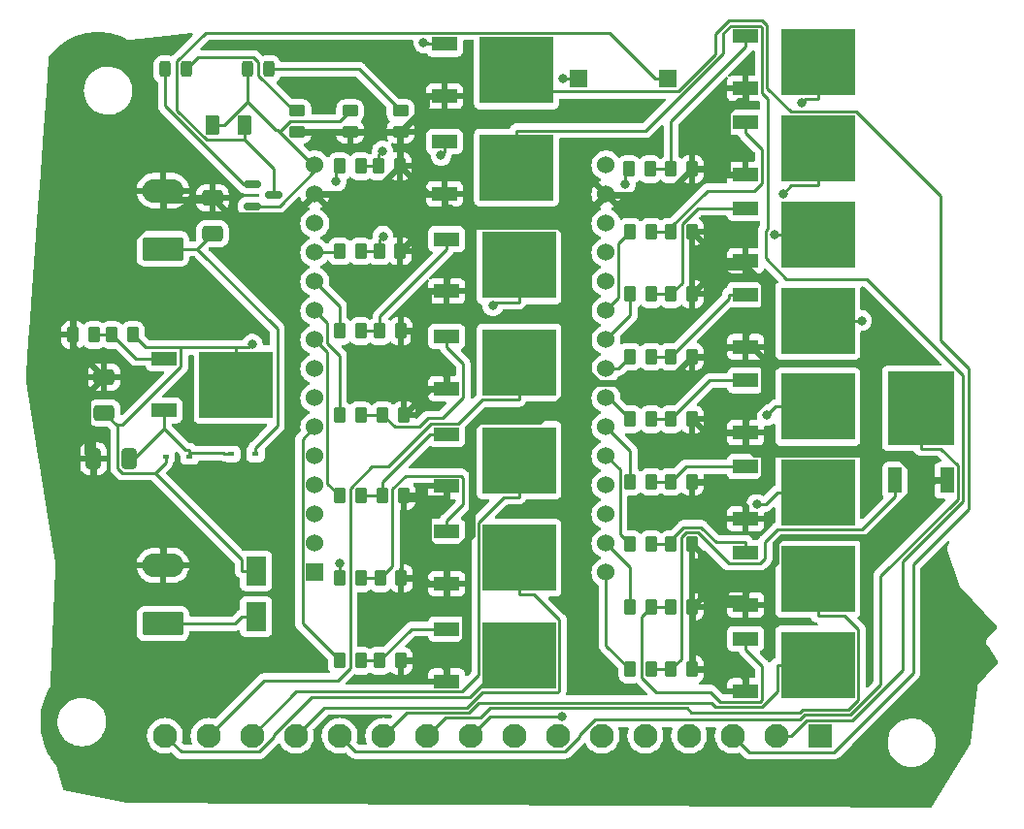
<source format=gbr>
%TF.GenerationSoftware,KiCad,Pcbnew,(6.0.10)*%
%TF.CreationDate,2023-04-15T00:37:08-04:00*%
%TF.ProjectId,pwm_pcb_larger,70776d5f-7063-4625-9f6c-61726765722e,rev?*%
%TF.SameCoordinates,Original*%
%TF.FileFunction,Copper,L1,Top*%
%TF.FilePolarity,Positive*%
%FSLAX46Y46*%
G04 Gerber Fmt 4.6, Leading zero omitted, Abs format (unit mm)*
G04 Created by KiCad (PCBNEW (6.0.10)) date 2023-04-15 00:37:08*
%MOMM*%
%LPD*%
G01*
G04 APERTURE LIST*
G04 Aperture macros list*
%AMRoundRect*
0 Rectangle with rounded corners*
0 $1 Rounding radius*
0 $2 $3 $4 $5 $6 $7 $8 $9 X,Y pos of 4 corners*
0 Add a 4 corners polygon primitive as box body*
4,1,4,$2,$3,$4,$5,$6,$7,$8,$9,$2,$3,0*
0 Add four circle primitives for the rounded corners*
1,1,$1+$1,$2,$3*
1,1,$1+$1,$4,$5*
1,1,$1+$1,$6,$7*
1,1,$1+$1,$8,$9*
0 Add four rect primitives between the rounded corners*
20,1,$1+$1,$2,$3,$4,$5,0*
20,1,$1+$1,$4,$5,$6,$7,0*
20,1,$1+$1,$6,$7,$8,$9,0*
20,1,$1+$1,$8,$9,$2,$3,0*%
G04 Aperture macros list end*
%TA.AperFunction,SMDPad,CuDef*%
%ADD10RoundRect,0.250000X-0.262500X-0.450000X0.262500X-0.450000X0.262500X0.450000X-0.262500X0.450000X0*%
%TD*%
%TA.AperFunction,SMDPad,CuDef*%
%ADD11RoundRect,0.250000X0.412500X0.650000X-0.412500X0.650000X-0.412500X-0.650000X0.412500X-0.650000X0*%
%TD*%
%TA.AperFunction,SMDPad,CuDef*%
%ADD12RoundRect,0.250000X0.262500X0.450000X-0.262500X0.450000X-0.262500X-0.450000X0.262500X-0.450000X0*%
%TD*%
%TA.AperFunction,SMDPad,CuDef*%
%ADD13RoundRect,0.250000X0.450000X-0.262500X0.450000X0.262500X-0.450000X0.262500X-0.450000X-0.262500X0*%
%TD*%
%TA.AperFunction,SMDPad,CuDef*%
%ADD14R,2.200000X1.200000*%
%TD*%
%TA.AperFunction,SMDPad,CuDef*%
%ADD15R,6.400000X5.800000*%
%TD*%
%TA.AperFunction,SMDPad,CuDef*%
%ADD16R,0.600000X0.450000*%
%TD*%
%TA.AperFunction,SMDPad,CuDef*%
%ADD17RoundRect,0.250000X0.650000X-0.412500X0.650000X0.412500X-0.650000X0.412500X-0.650000X-0.412500X0*%
%TD*%
%TA.AperFunction,SMDPad,CuDef*%
%ADD18RoundRect,0.150000X-0.587500X-0.150000X0.587500X-0.150000X0.587500X0.150000X-0.587500X0.150000X0*%
%TD*%
%TA.AperFunction,ComponentPad*%
%ADD19R,2.100000X2.100000*%
%TD*%
%TA.AperFunction,ComponentPad*%
%ADD20C,2.100000*%
%TD*%
%TA.AperFunction,SMDPad,CuDef*%
%ADD21R,1.200000X2.200000*%
%TD*%
%TA.AperFunction,SMDPad,CuDef*%
%ADD22R,5.800000X6.400000*%
%TD*%
%TA.AperFunction,SMDPad,CuDef*%
%ADD23R,1.800000X2.500000*%
%TD*%
%TA.AperFunction,SMDPad,CuDef*%
%ADD24RoundRect,0.243750X0.243750X0.456250X-0.243750X0.456250X-0.243750X-0.456250X0.243750X-0.456250X0*%
%TD*%
%TA.AperFunction,SMDPad,CuDef*%
%ADD25R,1.500000X1.500000*%
%TD*%
%TA.AperFunction,SMDPad,CuDef*%
%ADD26RoundRect,0.250000X0.375000X0.625000X-0.375000X0.625000X-0.375000X-0.625000X0.375000X-0.625000X0*%
%TD*%
%TA.AperFunction,ComponentPad*%
%ADD27RoundRect,0.249999X1.550001X-0.790001X1.550001X0.790001X-1.550001X0.790001X-1.550001X-0.790001X0*%
%TD*%
%TA.AperFunction,ComponentPad*%
%ADD28O,3.600000X2.080000*%
%TD*%
%TA.AperFunction,ComponentPad*%
%ADD29R,1.524000X1.524000*%
%TD*%
%TA.AperFunction,ComponentPad*%
%ADD30C,1.524000*%
%TD*%
%TA.AperFunction,ViaPad*%
%ADD31C,0.800000*%
%TD*%
%TA.AperFunction,Conductor*%
%ADD32C,0.250000*%
%TD*%
%TA.AperFunction,Conductor*%
%ADD33C,0.600000*%
%TD*%
G04 APERTURE END LIST*
D10*
%TO.P,R13,1*%
%TO.N,PWM_7*%
X138637000Y-72644000D03*
%TO.P,R13,2*%
%TO.N,Net-(Q7-Pad1)*%
X140462000Y-72644000D03*
%TD*%
D11*
%TO.P,C2,1*%
%TO.N,Net-(C2-Pad1)*%
X94950000Y-87000000D03*
%TO.P,C2,2*%
%TO.N,GND*%
X91825000Y-87000000D03*
%TD*%
D10*
%TO.P,R26,1*%
%TO.N,PWM_14*%
X113291500Y-90254700D03*
%TO.P,R26,2*%
%TO.N,Net-(Q14-Pad1)*%
X115116500Y-90254700D03*
%TD*%
D12*
%TO.P,R12,1*%
%TO.N,GND*%
X144018000Y-67183000D03*
%TO.P,R12,2*%
%TO.N,Net-(Q6-Pad1)*%
X142193000Y-67183000D03*
%TD*%
%TO.P,R7,1*%
%TO.N,GND*%
X118545500Y-61468000D03*
%TO.P,R7,2*%
%TO.N,Net-(Q3-Pad1)*%
X116720500Y-61468000D03*
%TD*%
D10*
%TO.P,R30,1*%
%TO.N,PWM_16*%
X113291500Y-104648000D03*
%TO.P,R30,2*%
%TO.N,Net-(Q16-Pad1)*%
X115116500Y-104648000D03*
%TD*%
%TO.P,R17,1*%
%TO.N,PWM_9*%
X138637000Y-89027000D03*
%TO.P,R17,2*%
%TO.N,Net-(Q9-Pad1)*%
X140462000Y-89027000D03*
%TD*%
D13*
%TO.P,R35,1*%
%TO.N,GND*%
X118600000Y-58443500D03*
%TO.P,R35,2*%
%TO.N,Net-(D2-Pad1)*%
X118600000Y-56618500D03*
%TD*%
D10*
%TO.P,R25,1*%
%TO.N,PWM_13*%
X113291500Y-97451300D03*
%TO.P,R25,2*%
%TO.N,Net-(Q13-Pad1)*%
X115116500Y-97451300D03*
%TD*%
D14*
%TO.P,Q1,1,G*%
%TO.N,Net-(Q1-Pad1)*%
X148700000Y-72662900D03*
D15*
%TO.P,Q1,2,D*%
%TO.N,LED_1*%
X155000000Y-74942900D03*
D14*
%TO.P,Q1,3,S*%
%TO.N,GND*%
X148700000Y-77222900D03*
%TD*%
D12*
%TO.P,R11,1*%
%TO.N,GND*%
X144018000Y-61722000D03*
%TO.P,R11,2*%
%TO.N,Net-(Q5-Pad1)*%
X142193000Y-61722000D03*
%TD*%
D16*
%TO.P,D3,1,K*%
%TO.N,Net-(C2-Pad1)*%
X103850000Y-86600000D03*
%TO.P,D3,2,A*%
%TO.N,+VDC*%
X105950000Y-86600000D03*
%TD*%
D17*
%TO.P,C1,1*%
%TO.N,+VDC*%
X102200000Y-67362500D03*
%TO.P,C1,2*%
%TO.N,GND*%
X102200000Y-64237500D03*
%TD*%
D18*
%TO.P,Q17,1,D*%
%TO.N,Net-(D1-Pad2)*%
X105662500Y-63050000D03*
%TO.P,Q17,2,G*%
%TO.N,esp32_power*%
X105662500Y-64950000D03*
%TO.P,Q17,3,S*%
%TO.N,Net-(F1-Pad1)*%
X107537500Y-64000000D03*
%TD*%
D10*
%TO.P,R14,1*%
%TO.N,PWM_8*%
X138637000Y-83566000D03*
%TO.P,R14,2*%
%TO.N,Net-(Q8-Pad1)*%
X140462000Y-83566000D03*
%TD*%
D12*
%TO.P,R37,1*%
%TO.N,Net-(R36-Pad2)*%
X91862500Y-76200000D03*
%TO.P,R37,2*%
%TO.N,GND*%
X90037500Y-76200000D03*
%TD*%
%TO.P,R36,1*%
%TO.N,+5V*%
X95262500Y-76200000D03*
%TO.P,R36,2*%
%TO.N,Net-(R36-Pad2)*%
X93437500Y-76200000D03*
%TD*%
D10*
%TO.P,R29,1*%
%TO.N,PWM_15*%
X113291500Y-83195500D03*
%TO.P,R29,2*%
%TO.N,Net-(Q15-Pad1)*%
X115116500Y-83195500D03*
%TD*%
D14*
%TO.P,Q15,1,G*%
%TO.N,Net-(Q15-Pad1)*%
X122625000Y-76334500D03*
D15*
%TO.P,Q15,2,D*%
%TO.N,LED_15*%
X128925000Y-78614500D03*
D14*
%TO.P,Q15,3,S*%
%TO.N,GND*%
X122625000Y-80894500D03*
%TD*%
D16*
%TO.P,D5,1,K*%
%TO.N,Net-(C2-Pad1)*%
X100200000Y-86800000D03*
%TO.P,D5,2,A*%
%TO.N,+5V*%
X98100000Y-86800000D03*
%TD*%
D12*
%TO.P,R8,1*%
%TO.N,GND*%
X118618000Y-75861300D03*
%TO.P,R8,2*%
%TO.N,Net-(Q4-Pad1)*%
X116793000Y-75861300D03*
%TD*%
D19*
%TO.P,J3,1,Pin_1*%
%TO.N,LED_1*%
X155200000Y-111200000D03*
D20*
%TO.P,J3,2,Pin_2*%
%TO.N,LED_2*%
X151390000Y-111200000D03*
%TO.P,J3,3,Pin_3*%
%TO.N,LED_3*%
X147580000Y-111200000D03*
%TO.P,J3,4,Pin_4*%
%TO.N,LED_4*%
X143770000Y-111200000D03*
%TO.P,J3,5,Pin_5*%
%TO.N,LED_5*%
X139960000Y-111200000D03*
%TO.P,J3,6,Pin_6*%
%TO.N,LED_6*%
X136150000Y-111200000D03*
%TO.P,J3,7,Pin_7*%
%TO.N,LED_7*%
X132340000Y-111200000D03*
%TO.P,J3,8,Pin_8*%
%TO.N,LED_8*%
X128530000Y-111200000D03*
%TO.P,J3,9,Pin_9*%
%TO.N,LED_9*%
X124720000Y-111200000D03*
%TO.P,J3,10,Pin_10*%
%TO.N,LED_10*%
X120910000Y-111200000D03*
%TO.P,J3,11,Pin_11*%
%TO.N,LED_11*%
X117100000Y-111200000D03*
%TO.P,J3,12,Pin_12*%
%TO.N,LED_12*%
X113290000Y-111200000D03*
%TO.P,J3,13,Pin_13*%
%TO.N,LED_13*%
X109480000Y-111200000D03*
%TO.P,J3,14,Pin_14*%
%TO.N,LED_14*%
X105670000Y-111200000D03*
%TO.P,J3,15,Pin_15*%
%TO.N,LED_15*%
X101860000Y-111200000D03*
%TO.P,J3,16,Pin_16*%
%TO.N,LED_16*%
X98050000Y-111200000D03*
%TD*%
D14*
%TO.P,Q16,1,G*%
%TO.N,Net-(Q16-Pad1)*%
X122625000Y-101874000D03*
D15*
%TO.P,Q16,2,D*%
%TO.N,LED_16*%
X128925000Y-104154000D03*
D14*
%TO.P,Q16,3,S*%
%TO.N,GND*%
X122625000Y-106434000D03*
%TD*%
%TO.P,Q3,1,G*%
%TO.N,Net-(Q3-Pad1)*%
X122425000Y-50795000D03*
D15*
%TO.P,Q3,2,D*%
%TO.N,LED_3*%
X128725000Y-53075000D03*
D14*
%TO.P,Q3,3,S*%
%TO.N,GND*%
X122425000Y-55355000D03*
%TD*%
%TO.P,Q9,1,G*%
%TO.N,Net-(Q9-Pad1)*%
X148700000Y-87691400D03*
D15*
%TO.P,Q9,2,D*%
%TO.N,LED_9*%
X155000000Y-89971400D03*
D14*
%TO.P,Q9,3,S*%
%TO.N,GND*%
X148700000Y-92251400D03*
%TD*%
%TO.P,Q13,1,G*%
%TO.N,Net-(Q13-Pad1)*%
X122625000Y-93360800D03*
D15*
%TO.P,Q13,2,D*%
%TO.N,LED_13*%
X128925000Y-95640800D03*
D14*
%TO.P,Q13,3,S*%
%TO.N,GND*%
X122625000Y-97920800D03*
%TD*%
D12*
%TO.P,R20,1*%
%TO.N,GND*%
X144018000Y-94488000D03*
%TO.P,R20,2*%
%TO.N,Net-(Q10-Pad1)*%
X142193000Y-94488000D03*
%TD*%
D10*
%TO.P,R10,1*%
%TO.N,PWM_6*%
X138637000Y-67183000D03*
%TO.P,R10,2*%
%TO.N,Net-(Q6-Pad1)*%
X140462000Y-67183000D03*
%TD*%
D12*
%TO.P,R16,1*%
%TO.N,GND*%
X144018000Y-83566000D03*
%TO.P,R16,2*%
%TO.N,Net-(Q8-Pad1)*%
X142193000Y-83566000D03*
%TD*%
D13*
%TO.P,R33,1*%
%TO.N,GND*%
X109600000Y-58467000D03*
%TO.P,R33,2*%
%TO.N,Net-(D1-Pad1)*%
X109600000Y-56642000D03*
%TD*%
D21*
%TO.P,Q12,1,G*%
%TO.N,Net-(Q12-Pad1)*%
X161720000Y-88900000D03*
D22*
%TO.P,Q12,2,D*%
%TO.N,LED_12*%
X164000000Y-82600000D03*
D21*
%TO.P,Q12,3,S*%
%TO.N,GND*%
X166280000Y-88900000D03*
%TD*%
D12*
%TO.P,R28,1*%
%TO.N,GND*%
X118872000Y-90254700D03*
%TO.P,R28,2*%
%TO.N,Net-(Q14-Pad1)*%
X117047000Y-90254700D03*
%TD*%
D14*
%TO.P,Q6,1,G*%
%TO.N,Net-(Q6-Pad1)*%
X148700000Y-57634300D03*
D15*
%TO.P,Q6,2,D*%
%TO.N,LED_6*%
X155000000Y-59914300D03*
D14*
%TO.P,Q6,3,S*%
%TO.N,GND*%
X148700000Y-62194300D03*
%TD*%
%TO.P,Q4,1,G*%
%TO.N,Net-(Q4-Pad1)*%
X122625000Y-67821300D03*
D15*
%TO.P,Q4,2,D*%
%TO.N,LED_4*%
X128925000Y-70101300D03*
D14*
%TO.P,Q4,3,S*%
%TO.N,GND*%
X122625000Y-72381300D03*
%TD*%
D10*
%TO.P,R18,1*%
%TO.N,PWM_10*%
X138637000Y-94488000D03*
%TO.P,R18,2*%
%TO.N,Net-(Q10-Pad1)*%
X140462000Y-94488000D03*
%TD*%
D23*
%TO.P,D4,1,K*%
%TO.N,+5V*%
X106000000Y-96800000D03*
%TO.P,D4,2,A*%
%TO.N,Net-(D4-Pad2)*%
X106000000Y-100800000D03*
%TD*%
D14*
%TO.P,Q5,1,G*%
%TO.N,Net-(Q5-Pad1)*%
X148700000Y-50120000D03*
D15*
%TO.P,Q5,2,D*%
%TO.N,LED_5*%
X155000000Y-52400000D03*
D14*
%TO.P,Q5,3,S*%
%TO.N,GND*%
X148700000Y-54680000D03*
%TD*%
D10*
%TO.P,R6,1*%
%TO.N,PWM_4*%
X113291500Y-75861300D03*
%TO.P,R6,2*%
%TO.N,Net-(Q4-Pad1)*%
X115116500Y-75861300D03*
%TD*%
D24*
%TO.P,D2,1,K*%
%TO.N,Net-(D2-Pad1)*%
X107137500Y-53000000D03*
%TO.P,D2,2,A*%
%TO.N,esp32_power*%
X105262500Y-53000000D03*
%TD*%
D12*
%TO.P,R31,1*%
%TO.N,GND*%
X118872000Y-83195500D03*
%TO.P,R31,2*%
%TO.N,Net-(Q15-Pad1)*%
X117047000Y-83195500D03*
%TD*%
D14*
%TO.P,Q10,1,G*%
%TO.N,Net-(Q10-Pad1)*%
X148700000Y-95205700D03*
D15*
%TO.P,Q10,2,D*%
%TO.N,LED_10*%
X155000000Y-97485700D03*
D14*
%TO.P,Q10,3,S*%
%TO.N,GND*%
X148700000Y-99765700D03*
%TD*%
D12*
%TO.P,R15,1*%
%TO.N,GND*%
X144018000Y-72644000D03*
%TO.P,R15,2*%
%TO.N,Net-(Q7-Pad1)*%
X142193000Y-72644000D03*
%TD*%
%TO.P,R4,1*%
%TO.N,GND*%
X118578500Y-68893800D03*
%TO.P,R4,2*%
%TO.N,Net-(Q2-Pad1)*%
X116753500Y-68893800D03*
%TD*%
D24*
%TO.P,D1,1,K*%
%TO.N,Net-(D1-Pad1)*%
X99937500Y-53000000D03*
%TO.P,D1,2,A*%
%TO.N,Net-(D1-Pad2)*%
X98062500Y-53000000D03*
%TD*%
D14*
%TO.P,U2,1,ADJ*%
%TO.N,Net-(R36-Pad2)*%
X97975000Y-78245000D03*
D15*
%TO.P,U2,2,VO*%
%TO.N,+5V*%
X104275000Y-80525000D03*
D14*
%TO.P,U2,3,VI*%
%TO.N,Net-(C2-Pad1)*%
X97975000Y-82805000D03*
%TD*%
D12*
%TO.P,R23,1*%
%TO.N,GND*%
X144018000Y-99949000D03*
%TO.P,R23,2*%
%TO.N,Net-(Q11-Pad1)*%
X142193000Y-99949000D03*
%TD*%
D17*
%TO.P,C3,1*%
%TO.N,+5V*%
X92750000Y-83000000D03*
%TO.P,C3,2*%
%TO.N,GND*%
X92750000Y-79875000D03*
%TD*%
D14*
%TO.P,Q8,1,G*%
%TO.N,Net-(Q8-Pad1)*%
X148700000Y-80177100D03*
D15*
%TO.P,Q8,2,D*%
%TO.N,LED_8*%
X155000000Y-82457100D03*
D14*
%TO.P,Q8,3,S*%
%TO.N,GND*%
X148700000Y-84737100D03*
%TD*%
D10*
%TO.P,R2,1*%
%TO.N,PWM_2*%
X113291500Y-68893800D03*
%TO.P,R2,2*%
%TO.N,Net-(Q2-Pad1)*%
X115116500Y-68893800D03*
%TD*%
%TO.P,R5,1*%
%TO.N,PWM_3*%
X113291500Y-61468000D03*
%TO.P,R5,2*%
%TO.N,Net-(Q3-Pad1)*%
X115116500Y-61468000D03*
%TD*%
D12*
%TO.P,R19,1*%
%TO.N,GND*%
X144018000Y-89027000D03*
%TO.P,R19,2*%
%TO.N,Net-(Q9-Pad1)*%
X142193000Y-89027000D03*
%TD*%
D25*
%TO.P,SW1,1,A*%
%TO.N,+5V*%
X134100000Y-53800000D03*
%TO.P,SW1,2,B*%
%TO.N,Net-(F1-Pad1)*%
X141900000Y-53800000D03*
%TD*%
D26*
%TO.P,F1,1*%
%TO.N,Net-(F1-Pad1)*%
X105032000Y-57912000D03*
%TO.P,F1,2*%
%TO.N,esp32_power*%
X102232000Y-57912000D03*
%TD*%
D14*
%TO.P,Q11,1,G*%
%TO.N,Net-(Q11-Pad1)*%
X148700000Y-102720000D03*
D15*
%TO.P,Q11,2,D*%
%TO.N,LED_11*%
X155000000Y-105000000D03*
D14*
%TO.P,Q11,3,S*%
%TO.N,GND*%
X148700000Y-107280000D03*
%TD*%
%TO.P,Q7,1,G*%
%TO.N,Net-(Q7-Pad1)*%
X148700000Y-65148600D03*
D15*
%TO.P,Q7,2,D*%
%TO.N,LED_7*%
X155000000Y-67428600D03*
D14*
%TO.P,Q7,3,S*%
%TO.N,GND*%
X148700000Y-69708600D03*
%TD*%
%TO.P,Q2,1,G*%
%TO.N,Net-(Q2-Pad1)*%
X122425000Y-59308200D03*
D15*
%TO.P,Q2,2,D*%
%TO.N,LED_2*%
X128725000Y-61588200D03*
D14*
%TO.P,Q2,3,S*%
%TO.N,GND*%
X122425000Y-63868200D03*
%TD*%
D13*
%TO.P,R34,1*%
%TO.N,GND*%
X114200000Y-58467000D03*
%TO.P,R34,2*%
%TO.N,esp32_power*%
X114200000Y-56642000D03*
%TD*%
D12*
%TO.P,R27,1*%
%TO.N,GND*%
X118665000Y-97451300D03*
%TO.P,R27,2*%
%TO.N,Net-(Q13-Pad1)*%
X116840000Y-97451300D03*
%TD*%
%TO.P,R32,1*%
%TO.N,GND*%
X118594500Y-104648000D03*
%TO.P,R32,2*%
%TO.N,Net-(Q16-Pad1)*%
X116769500Y-104648000D03*
%TD*%
D10*
%TO.P,R22,1*%
%TO.N,PWM_12*%
X138637000Y-105410000D03*
%TO.P,R22,2*%
%TO.N,Net-(Q12-Pad1)*%
X140462000Y-105410000D03*
%TD*%
D14*
%TO.P,Q14,1,G*%
%TO.N,Net-(Q14-Pad1)*%
X122625000Y-84847700D03*
D15*
%TO.P,Q14,2,D*%
%TO.N,LED_14*%
X128925000Y-87127700D03*
D14*
%TO.P,Q14,3,S*%
%TO.N,GND*%
X122625000Y-89407700D03*
%TD*%
D12*
%TO.P,R24,1*%
%TO.N,GND*%
X144018000Y-105410000D03*
%TO.P,R24,2*%
%TO.N,Net-(Q12-Pad1)*%
X142193000Y-105410000D03*
%TD*%
D10*
%TO.P,R1,1*%
%TO.N,PWM_1*%
X138637000Y-78105000D03*
%TO.P,R1,2*%
%TO.N,Net-(Q1-Pad1)*%
X140462000Y-78105000D03*
%TD*%
D12*
%TO.P,R3,1*%
%TO.N,GND*%
X144018000Y-78105000D03*
%TO.P,R3,2*%
%TO.N,Net-(Q1-Pad1)*%
X142193000Y-78105000D03*
%TD*%
D10*
%TO.P,R21,1*%
%TO.N,PWM_11*%
X138637000Y-99949000D03*
%TO.P,R21,2*%
%TO.N,Net-(Q11-Pad1)*%
X140462000Y-99949000D03*
%TD*%
%TO.P,R9,1*%
%TO.N,PWM_5*%
X138533500Y-61722000D03*
%TO.P,R9,2*%
%TO.N,Net-(Q5-Pad1)*%
X140358500Y-61722000D03*
%TD*%
D27*
%TO.P,J2,1,Pin_1*%
%TO.N,Net-(D4-Pad2)*%
X97877500Y-101400000D03*
D28*
%TO.P,J2,2,Pin_2*%
%TO.N,GND*%
X97877500Y-96320000D03*
%TD*%
D29*
%TO.P,U1,1,EN*%
%TO.N,unconnected-(U1-Pad1)*%
X111125000Y-96926000D03*
D30*
%TO.P,U1,2,SENSOR_VP*%
%TO.N,unconnected-(U1-Pad2)*%
X111125000Y-94386000D03*
%TO.P,U1,3,SENSOR_VN*%
%TO.N,unconnected-(U1-Pad3)*%
X111125000Y-91846000D03*
%TO.P,U1,4,IO34*%
%TO.N,unconnected-(U1-Pad4)*%
X111125000Y-89306000D03*
%TO.P,U1,5,IO35*%
%TO.N,unconnected-(U1-Pad5)*%
X111125000Y-86766000D03*
%TO.P,U1,6,IO32*%
%TO.N,PWM_16*%
X111125000Y-84226000D03*
%TO.P,U1,7,IO33*%
%TO.N,unconnected-(U1-Pad7)*%
X111125000Y-81686000D03*
%TO.P,U1,8,IO25*%
%TO.N,PWM_13*%
X111125000Y-79146000D03*
%TO.P,U1,9,IO26*%
%TO.N,PWM_14*%
X111125000Y-76606000D03*
%TO.P,U1,10,IO27*%
%TO.N,PWM_15*%
X111125000Y-74066000D03*
%TO.P,U1,11,IO14*%
%TO.N,PWM_4*%
X111125000Y-71526000D03*
%TO.P,U1,12,IO12*%
%TO.N,PWM_2*%
X111125000Y-68986000D03*
%TO.P,U1,13,IO13*%
%TO.N,PWM_3*%
X111125000Y-66446000D03*
%TO.P,U1,14,GND*%
%TO.N,GND*%
X111125000Y-63906000D03*
%TO.P,U1,15,VIN*%
%TO.N,esp32_power*%
X111125000Y-61366000D03*
%TO.P,U1,16,3V3*%
%TO.N,unconnected-(U1-Pad16)*%
X136525000Y-61366000D03*
%TO.P,U1,17,GND*%
%TO.N,GND*%
X136525000Y-63906000D03*
%TO.P,U1,18,IO15*%
%TO.N,PWM_5*%
X136525000Y-66446000D03*
%TO.P,U1,19,IO2*%
%TO.N,unconnected-(U1-Pad19)*%
X136525000Y-68986000D03*
%TO.P,U1,20,IO4*%
%TO.N,unconnected-(U1-Pad20)*%
X136525000Y-71526000D03*
%TO.P,U1,21,IO16*%
%TO.N,PWM_6*%
X136525000Y-74066000D03*
%TO.P,U1,22,IO17*%
%TO.N,PWM_7*%
X136525000Y-76606000D03*
%TO.P,U1,23,IO5*%
%TO.N,PWM_1*%
X136525000Y-79146000D03*
%TO.P,U1,24,IO18*%
%TO.N,PWM_8*%
X136525000Y-81686000D03*
%TO.P,U1,25,IO19*%
%TO.N,PWM_9*%
X136525000Y-84226000D03*
%TO.P,U1,26,IO21*%
%TO.N,PWM_10*%
X136525000Y-86766000D03*
%TO.P,U1,27,RXD0/IO3*%
%TO.N,unconnected-(U1-Pad27)*%
X136525000Y-89306000D03*
%TO.P,U1,28,TXD0/IO1*%
%TO.N,unconnected-(U1-Pad28)*%
X136525000Y-91846000D03*
%TO.P,U1,29,IO22*%
%TO.N,PWM_11*%
X136525000Y-94386000D03*
%TO.P,U1,30,IO23*%
%TO.N,PWM_12*%
X136525000Y-96926000D03*
%TD*%
D27*
%TO.P,J1,1,Pin_1*%
%TO.N,+VDC*%
X97877500Y-68680000D03*
D28*
%TO.P,J1,2,Pin_2*%
%TO.N,GND*%
X97877500Y-63600000D03*
%TD*%
D31*
%TO.N,+5V*%
X105659400Y-77003400D03*
X132734400Y-53800000D03*
%TO.N,LED_1*%
X158808300Y-74942900D03*
%TO.N,LED_4*%
X126651800Y-73638300D03*
%TO.N,LED_5*%
X153586400Y-55953600D03*
%TO.N,LED_6*%
X151945800Y-63866300D03*
%TO.N,LED_7*%
X151199300Y-67428600D03*
%TO.N,LED_8*%
X150576000Y-83206000D03*
%TO.N,LED_9*%
X132647400Y-109541900D03*
X149671900Y-91009400D03*
%TO.N,Net-(Q2-Pad1)*%
X117069200Y-67584400D03*
X122130300Y-60517800D03*
%TO.N,Net-(Q3-Pad1)*%
X117031600Y-60137500D03*
X120608300Y-50679900D03*
%TO.N,PWM_3*%
X112959800Y-62803000D03*
%TO.N,PWM_5*%
X138198000Y-63026000D03*
%TO.N,PWM_13*%
X113291500Y-96120500D03*
%TD*%
D32*
%TO.N,Net-(C2-Pad1)*%
X97975000Y-84373800D02*
X99851100Y-86249900D01*
X97975000Y-82805000D02*
X97975000Y-83730100D01*
X95348800Y-87000000D02*
X94950000Y-87000000D01*
X97975000Y-83730100D02*
X97975000Y-84373800D01*
X97975000Y-84373800D02*
X95348800Y-87000000D01*
X100200000Y-86800000D02*
X100200000Y-86524900D01*
X100200000Y-86524900D02*
X103149800Y-86524900D01*
X103850000Y-86600000D02*
X103224900Y-86600000D01*
X103149800Y-86524900D02*
X103224900Y-86600000D01*
X99851100Y-86249900D02*
X100200000Y-86249900D01*
X100200000Y-86524900D02*
X100200000Y-86249900D01*
D33*
%TO.N,GND*%
X119698900Y-75861300D02*
X119698900Y-76868300D01*
X118545500Y-58498000D02*
X118600000Y-58443500D01*
X122606000Y-96801700D02*
X122625000Y-96820700D01*
X102200000Y-64237500D02*
X103714300Y-65751800D01*
X134968800Y-79446200D02*
X130716300Y-83698700D01*
X122625000Y-72381300D02*
X122625000Y-71281200D01*
X118514500Y-58467000D02*
X118545500Y-58498000D01*
X122335600Y-104648000D02*
X118594500Y-104648000D01*
X92750000Y-79875000D02*
X90037500Y-77162500D01*
X148700000Y-76672800D02*
X150300200Y-78273000D01*
X121024900Y-72381300D02*
X121024900Y-74535300D01*
X118665000Y-97451300D02*
X120555400Y-97451300D01*
X119698900Y-75861300D02*
X118618000Y-75861300D01*
X121024900Y-74535300D02*
X119698900Y-75861300D01*
X146217800Y-78105000D02*
X147099900Y-77222900D01*
X102067500Y-64370000D02*
X102200000Y-64237500D01*
X109600000Y-58467000D02*
X114200000Y-58467000D01*
X148700000Y-92251400D02*
X148700000Y-91151300D01*
X133094400Y-67419100D02*
X136525000Y-63988500D01*
X147099900Y-61722000D02*
X144018000Y-61722000D01*
X111125000Y-63906000D02*
X116107500Y-63906000D01*
X148700000Y-85287100D02*
X148700000Y-85837200D01*
X122625000Y-80894500D02*
X122625000Y-79794400D01*
X146575700Y-89027000D02*
X148189600Y-90640900D01*
X122625000Y-80894500D02*
X121024900Y-80894500D01*
X92750000Y-79875000D02*
X91300900Y-81324100D01*
X144751400Y-99215600D02*
X144018000Y-99949000D01*
X122625000Y-97920800D02*
X121024900Y-97920800D01*
X136525000Y-63988500D02*
X141751500Y-63988500D01*
X97877500Y-65140100D02*
X90037500Y-72980100D01*
X118545500Y-61468000D02*
X118545500Y-58498000D01*
X148700000Y-70121100D02*
X148700000Y-70258600D01*
X148700000Y-99215600D02*
X148700000Y-98665600D01*
X166280000Y-88900000D02*
X165179900Y-88900000D01*
X97877500Y-64370000D02*
X97877500Y-65140100D01*
X148189600Y-90640900D02*
X148700000Y-91151300D01*
X151299800Y-96065800D02*
X148700000Y-98665600D01*
X124225200Y-102758400D02*
X122335600Y-104648000D01*
X150314400Y-86571200D02*
X161800800Y-86571200D01*
X132332600Y-66657400D02*
X133094400Y-67419100D01*
X97877500Y-63600000D02*
X97877500Y-64370000D01*
X90037500Y-72980100D02*
X90037500Y-76200000D01*
X124577400Y-66657400D02*
X132332600Y-66657400D01*
X91300900Y-86475900D02*
X91825000Y-87000000D01*
X146403400Y-69568400D02*
X144018000Y-67183000D01*
X144018000Y-78105000D02*
X146217800Y-78105000D01*
X150314400Y-86571200D02*
X150314400Y-88516100D01*
X122442200Y-65030100D02*
X122442200Y-64985500D01*
X121022500Y-94228800D02*
X122606000Y-95812300D01*
X118872000Y-83195500D02*
X121024900Y-81042600D01*
X122625000Y-89407700D02*
X122625000Y-90507800D01*
X130716300Y-83698700D02*
X125485700Y-83698700D01*
X148700000Y-54680000D02*
X148700000Y-55780100D01*
X134968800Y-69293600D02*
X134968800Y-79446200D01*
X119698900Y-76868300D02*
X122625000Y-79794400D01*
X90037500Y-77162500D02*
X90037500Y-76200000D01*
X148700000Y-85837200D02*
X149434000Y-86571200D01*
X122950200Y-65030200D02*
X122950200Y-65030100D01*
X141751500Y-63988500D02*
X144018000Y-61722000D01*
X124577400Y-66657400D02*
X122950200Y-65030200D01*
X150314400Y-88516100D02*
X148189600Y-90640900D01*
X151299800Y-94344500D02*
X151299800Y-96065800D01*
X121024900Y-81042600D02*
X121024900Y-80894500D01*
X150300200Y-78273000D02*
X150300200Y-82036800D01*
X97877500Y-94779900D02*
X91825000Y-88727400D01*
X144018000Y-89027000D02*
X146575700Y-89027000D01*
X148700000Y-99215600D02*
X144751400Y-99215600D01*
X118600000Y-58443500D02*
X120824900Y-56218600D01*
X135938600Y-80416000D02*
X141707000Y-80416000D01*
X122950200Y-65030100D02*
X122442200Y-65030100D01*
X121022500Y-90507800D02*
X122625000Y-90507800D01*
X119125100Y-90507800D02*
X121022500Y-90507800D01*
X91825000Y-88727400D02*
X91825000Y-87000000D01*
X97877500Y-96320000D02*
X97877500Y-94779900D01*
X124577400Y-66657400D02*
X124577400Y-69328800D01*
X147099900Y-61722000D02*
X147099900Y-56778500D01*
X122606000Y-95812300D02*
X122606000Y-96801700D01*
X122442200Y-65030100D02*
X118578500Y-68893800D01*
X148700000Y-77222900D02*
X147099900Y-77222900D01*
X121022500Y-90507800D02*
X121022500Y-94228800D01*
X134968800Y-79446200D02*
X135938600Y-80416000D01*
X147099900Y-56778500D02*
X148098300Y-55780100D01*
X145189100Y-84737100D02*
X144018000Y-83566000D01*
X147099900Y-62194300D02*
X147099900Y-61722000D01*
X148700000Y-69983600D02*
X148700000Y-70121100D01*
X122625000Y-97920800D02*
X122625000Y-99020900D01*
X146403400Y-70258600D02*
X144018000Y-72644000D01*
X150300200Y-82036800D02*
X148700000Y-83637000D01*
X144751400Y-99215600D02*
X144751400Y-95221400D01*
X148700000Y-84737100D02*
X148700000Y-83637000D01*
X144018000Y-99949000D02*
X144018000Y-105410000D01*
X148700000Y-84737100D02*
X145189100Y-84737100D01*
X148700000Y-99765700D02*
X148700000Y-99215600D01*
X148700000Y-107280000D02*
X148700000Y-106179900D01*
X147930100Y-105410000D02*
X148700000Y-106179900D01*
X103714300Y-65751800D02*
X109279200Y-65751800D01*
X118872000Y-90254700D02*
X119125100Y-90507800D01*
X148700000Y-70121100D02*
X150300200Y-71721300D01*
X122625000Y-72381300D02*
X121024900Y-72381300D01*
X141707000Y-80416000D02*
X144018000Y-78105000D01*
X164163200Y-88933600D02*
X165146300Y-88933600D01*
X148700000Y-69983600D02*
X148700000Y-69708600D01*
X109279200Y-65751800D02*
X111125000Y-63906000D01*
X122425000Y-63868200D02*
X122425000Y-64968300D01*
X148700000Y-77222900D02*
X148700000Y-76672800D01*
X151820100Y-93824200D02*
X151299800Y-94344500D01*
X161800800Y-86571200D02*
X164163200Y-88933600D01*
X120555400Y-97451300D02*
X121024900Y-97920800D01*
X150300200Y-74522600D02*
X148700000Y-76122800D01*
X164163200Y-88933600D02*
X159272600Y-93824200D01*
X144751400Y-95221400D02*
X144018000Y-94488000D01*
X150300200Y-71721300D02*
X150300200Y-74522600D01*
X144018000Y-105410000D02*
X147930100Y-105410000D01*
X124225200Y-100621100D02*
X124225200Y-102758400D01*
X120824900Y-63747400D02*
X120824900Y-63868200D01*
X165146300Y-88933600D02*
X165179900Y-88900000D01*
X122335600Y-105044500D02*
X122335600Y-104648000D01*
X159272600Y-93824200D02*
X151820100Y-93824200D01*
X124577400Y-69328800D02*
X122625000Y-71281200D01*
X122625000Y-99020900D02*
X124225200Y-100621100D01*
X116107500Y-63906000D02*
X118545500Y-61468000D01*
X146403400Y-70258600D02*
X146403400Y-69568400D01*
X124774600Y-84409800D02*
X124774600Y-93643700D01*
X118545500Y-61468000D02*
X120824900Y-63747400D01*
X120824900Y-56218600D02*
X120824900Y-55355000D01*
X148700000Y-70258600D02*
X146403400Y-70258600D01*
X149434000Y-86571200D02*
X150314400Y-86571200D01*
X122425000Y-55355000D02*
X120824900Y-55355000D01*
X114200000Y-58467000D02*
X118514500Y-58467000D01*
X122625000Y-106434000D02*
X122625000Y-105333900D01*
X122442200Y-64985500D02*
X122425000Y-64968300D01*
X133094400Y-67419100D02*
X134968800Y-69293600D01*
X148700000Y-76672800D02*
X148700000Y-76122800D01*
X148700000Y-84737100D02*
X148700000Y-85134200D01*
X136525000Y-63988500D02*
X136525000Y-63906000D01*
X91300900Y-81324100D02*
X91300900Y-86475900D01*
X122625000Y-105333900D02*
X122335600Y-105044500D01*
X148700000Y-62194300D02*
X147099900Y-62194300D01*
X97877500Y-64370000D02*
X102067500Y-64370000D01*
X148700000Y-85287100D02*
X148700000Y-85134200D01*
X148098300Y-55780100D02*
X148700000Y-55780100D01*
X124774600Y-93643700D02*
X122606000Y-95812300D01*
X122425000Y-63868200D02*
X120824900Y-63868200D01*
X125485700Y-83698700D02*
X124774600Y-84409800D01*
X122625000Y-97920800D02*
X122625000Y-96820700D01*
D32*
%TO.N,+5V*%
X93811300Y-84061300D02*
X92750000Y-83000000D01*
X105659400Y-77003400D02*
X105362900Y-77299900D01*
X98100000Y-86800000D02*
X98100000Y-87350100D01*
X93932700Y-87885300D02*
X94296900Y-88249500D01*
X93932700Y-84061300D02*
X93811300Y-84061300D01*
X105362900Y-77299900D02*
X104275000Y-77299900D01*
X99440400Y-78985700D02*
X94364800Y-84061300D01*
X104774900Y-96800000D02*
X104774900Y-95823800D01*
X93932700Y-84061300D02*
X93932700Y-87885300D01*
X99440400Y-77299900D02*
X99440400Y-78985700D01*
X97200600Y-88249500D02*
X98100000Y-87350100D01*
X104774900Y-95823800D02*
X97200600Y-88249500D01*
X134100000Y-53800000D02*
X133024900Y-53800000D01*
X133024900Y-53800000D02*
X132734400Y-53800000D01*
X96362400Y-77299900D02*
X95262500Y-76200000D01*
X99440400Y-77299900D02*
X96362400Y-77299900D01*
X106000000Y-96800000D02*
X104774900Y-96800000D01*
X104275000Y-80525000D02*
X104275000Y-77299900D01*
X94364800Y-84061300D02*
X93932700Y-84061300D01*
X94296900Y-88249500D02*
X97200600Y-88249500D01*
X104275000Y-77299900D02*
X99440400Y-77299900D01*
%TO.N,+VDC*%
X100882500Y-68680000D02*
X107847600Y-75645100D01*
X97877500Y-68680000D02*
X100882500Y-68680000D01*
X105950000Y-86600000D02*
X105950000Y-86049900D01*
X100882500Y-68680000D02*
X102200000Y-67362500D01*
X107847600Y-84152300D02*
X105950000Y-86049900D01*
X107847600Y-75645100D02*
X107847600Y-84152300D01*
%TO.N,Net-(D1-Pad1)*%
X100974100Y-51963400D02*
X99937500Y-53000000D01*
X105781000Y-51963400D02*
X100974100Y-51963400D01*
X109273700Y-56642000D02*
X106200000Y-53568300D01*
X106200000Y-52382400D02*
X105781000Y-51963400D01*
X106200000Y-53568300D02*
X106200000Y-52382400D01*
X109600000Y-56642000D02*
X109273700Y-56642000D01*
%TO.N,LED_1*%
X158525100Y-74942900D02*
X158808300Y-74942900D01*
X155000000Y-74942900D02*
X158525100Y-74942900D01*
%TO.N,LED_2*%
X149976700Y-49194800D02*
X150125200Y-49343300D01*
X128725000Y-61588200D02*
X128725000Y-58363100D01*
X150125200Y-49343300D02*
X150125200Y-55073600D01*
X146749400Y-51605800D02*
X146749400Y-49838500D01*
X150428700Y-69483200D02*
X152269900Y-71324400D01*
X150610800Y-55559200D02*
X150610800Y-66894300D01*
X150610800Y-66894300D02*
X150428700Y-67076400D01*
X152640300Y-111200000D02*
X151390000Y-111200000D01*
X147393100Y-49194800D02*
X149976700Y-49194800D01*
X152269900Y-71324400D02*
X159284100Y-71324400D01*
X128725000Y-58363100D02*
X139992100Y-58363100D01*
X150125200Y-55073600D02*
X150610800Y-55559200D01*
X167676400Y-90742600D02*
X162413600Y-96005400D01*
X158031800Y-109824900D02*
X154015400Y-109824900D01*
X167676400Y-79716700D02*
X167676400Y-90742600D01*
X162413600Y-105443100D02*
X158031800Y-109824900D01*
X154015400Y-109824900D02*
X152640300Y-111200000D01*
X139992100Y-58363100D02*
X146749400Y-51605800D01*
X159284100Y-71324400D02*
X167676400Y-79716700D01*
X162413600Y-96005400D02*
X162413600Y-105443100D01*
X150428700Y-67076400D02*
X150428700Y-69483200D01*
X146749400Y-49838500D02*
X147393100Y-49194800D01*
%TO.N,LED_3*%
X146037700Y-51680800D02*
X142803400Y-54915100D01*
X152637900Y-56681000D02*
X150576400Y-54619500D01*
X163313900Y-105696400D02*
X163313900Y-96249000D01*
X156387600Y-112622700D02*
X163313900Y-105696400D01*
X150576400Y-49157900D02*
X150163200Y-48744700D01*
X163313900Y-96249000D02*
X168126500Y-91436400D01*
X146037700Y-49913600D02*
X146037700Y-51680800D01*
X147206600Y-48744700D02*
X146037700Y-49913600D01*
X149002700Y-112622700D02*
X156387600Y-112622700D01*
X147580000Y-111200000D02*
X149002700Y-112622700D01*
X158336400Y-56681000D02*
X152637900Y-56681000D01*
X168126500Y-91436400D02*
X168126500Y-79090100D01*
X165666200Y-64010800D02*
X158336400Y-56681000D01*
X165666200Y-76629800D02*
X165666200Y-64010800D01*
X142803400Y-54915100D02*
X130565100Y-54915100D01*
X130565100Y-54915100D02*
X128725000Y-53075000D01*
X168126500Y-79090100D02*
X165666200Y-76629800D01*
X150163200Y-48744700D02*
X147206600Y-48744700D01*
X150576400Y-54619500D02*
X150576400Y-49157900D01*
%TO.N,LED_4*%
X126963700Y-73326400D02*
X126651800Y-73638300D01*
X128925000Y-73326400D02*
X126963700Y-73326400D01*
X128925000Y-70101300D02*
X128925000Y-73326400D01*
%TO.N,LED_5*%
X155000000Y-52400000D02*
X155000000Y-55625100D01*
X155000000Y-55625100D02*
X153914900Y-55625100D01*
X153914900Y-55625100D02*
X153586400Y-55953600D01*
%TO.N,LED_6*%
X152672700Y-63139400D02*
X151945800Y-63866300D01*
X155000000Y-59914300D02*
X155000000Y-63139400D01*
X155000000Y-63139400D02*
X152672700Y-63139400D01*
%TO.N,LED_7*%
X155000000Y-67428600D02*
X151474900Y-67428600D01*
X151474900Y-67428600D02*
X151199300Y-67428600D01*
%TO.N,LED_8*%
X151324900Y-82457100D02*
X150576000Y-83206000D01*
X151474900Y-82457100D02*
X151324900Y-82457100D01*
X155000000Y-82457100D02*
X151474900Y-82457100D01*
%TO.N,LED_9*%
X151474900Y-89971400D02*
X150436900Y-91009400D01*
X150436900Y-91009400D02*
X149671900Y-91009400D01*
X155000000Y-89971400D02*
X151474900Y-89971400D01*
X126378100Y-109541900D02*
X132647400Y-109541900D01*
X124720000Y-111200000D02*
X126378100Y-109541900D01*
%TO.N,LED_10*%
X158536600Y-108046500D02*
X157658400Y-108924700D01*
X153412600Y-109154500D02*
X143952400Y-109154500D01*
X122480400Y-109629600D02*
X120910000Y-111200000D01*
X143952400Y-109154500D02*
X143583400Y-108785500D01*
X157658400Y-108924700D02*
X153642400Y-108924700D01*
X126387500Y-108785500D02*
X125543400Y-109629600D01*
X155000000Y-100710800D02*
X157318000Y-100710800D01*
X157318000Y-100710800D02*
X158536600Y-101929400D01*
X153642400Y-108924700D02*
X153412600Y-109154500D01*
X155000000Y-97485700D02*
X155000000Y-100710800D01*
X158536600Y-101929400D02*
X158536600Y-108046500D01*
X143583400Y-108785500D02*
X126387500Y-108785500D01*
X125543400Y-109629600D02*
X122480400Y-109629600D01*
%TO.N,LED_11*%
X155000000Y-105000000D02*
X151474900Y-105000000D01*
X124575400Y-109179500D02*
X125426200Y-108328700D01*
X150154500Y-108664000D02*
X151474900Y-107343600D01*
X117100000Y-111200000D02*
X119120500Y-109179500D01*
X151474900Y-107343600D02*
X151474900Y-105000000D01*
X146065700Y-108664000D02*
X150154500Y-108664000D01*
X119120500Y-109179500D02*
X124575400Y-109179500D01*
X125426200Y-108328700D02*
X145730400Y-108328700D01*
X145730400Y-108328700D02*
X146065700Y-108664000D01*
%TO.N,LED_12*%
X167205200Y-87627500D02*
X167205200Y-90520700D01*
X153391700Y-109812000D02*
X135560600Y-109812000D01*
X134245000Y-111127600D02*
X134245000Y-111268900D01*
X160463300Y-97262600D02*
X160463300Y-106756700D01*
X164000000Y-86125100D02*
X165702800Y-86125100D01*
X132938700Y-112575200D02*
X114665200Y-112575200D01*
X157845200Y-109374800D02*
X153828900Y-109374800D01*
X114665200Y-112575200D02*
X113290000Y-111200000D01*
X135560600Y-109812000D02*
X134245000Y-111127600D01*
X165702800Y-86125100D02*
X167205200Y-87627500D01*
X160463300Y-106756700D02*
X157845200Y-109374800D01*
X134245000Y-111268900D02*
X132938700Y-112575200D01*
X153828900Y-109374800D02*
X153391700Y-109812000D01*
X167205200Y-90520700D02*
X160463300Y-97262600D01*
X164000000Y-82600000D02*
X164000000Y-86125100D01*
%TO.N,LED_13*%
X111950600Y-108729400D02*
X124388900Y-108729400D01*
X132312400Y-107379200D02*
X132450200Y-107241400D01*
X125739100Y-107379200D02*
X132312400Y-107379200D01*
X128925000Y-95640800D02*
X128925000Y-98865900D01*
X130235200Y-98865900D02*
X128925000Y-98865900D01*
X124388900Y-108729400D02*
X125739100Y-107379200D01*
X132450200Y-107241400D02*
X132450200Y-101080900D01*
X132450200Y-101080900D02*
X130235200Y-98865900D01*
X109480000Y-111200000D02*
X111950600Y-108729400D01*
%TO.N,LED_14*%
X128925000Y-90352800D02*
X127624100Y-90352800D01*
X125399800Y-92577100D02*
X125399800Y-105895200D01*
X109510800Y-107359200D02*
X105670000Y-111200000D01*
X125399800Y-105895200D02*
X123935800Y-107359200D01*
X127624100Y-90352800D02*
X125399800Y-92577100D01*
X128925000Y-87127700D02*
X128925000Y-90352800D01*
X123935800Y-107359200D02*
X109510800Y-107359200D01*
%TO.N,LED_15*%
X113087600Y-106380900D02*
X106679100Y-106380900D01*
X106679100Y-106380900D02*
X101860000Y-111200000D01*
X117504700Y-87702000D02*
X116124600Y-87702000D01*
X114204000Y-105264500D02*
X113087600Y-106380900D01*
X121284100Y-83922600D02*
X117504700Y-87702000D01*
X125699900Y-81839600D02*
X123616900Y-83922600D01*
X116124600Y-87702000D02*
X114204000Y-89622600D01*
X128925000Y-78614500D02*
X128925000Y-81839600D01*
X128925000Y-81839600D02*
X125699900Y-81839600D01*
X123616900Y-83922600D02*
X121284100Y-83922600D01*
X114204000Y-89622600D02*
X114204000Y-105264500D01*
%TO.N,LED_16*%
X107575100Y-111306300D02*
X107575100Y-111124900D01*
X128274700Y-104154000D02*
X128925000Y-104154000D01*
X107575100Y-111124900D02*
X110870700Y-107829300D01*
X98050000Y-111200000D02*
X99452400Y-112602400D01*
X124599400Y-107829300D02*
X128274700Y-104154000D01*
X110870700Y-107829300D02*
X124599400Y-107829300D01*
X99452400Y-112602400D02*
X106279000Y-112602400D01*
X106279000Y-112602400D02*
X107575100Y-111306300D01*
%TO.N,Net-(Q1-Pad1)*%
X147274900Y-73023100D02*
X147274900Y-72662900D01*
X142193000Y-78105000D02*
X147274900Y-73023100D01*
X148700000Y-72662900D02*
X147274900Y-72662900D01*
X142193000Y-78105000D02*
X140462000Y-78105000D01*
%TO.N,Net-(Q2-Pad1)*%
X115116500Y-68893800D02*
X116753500Y-68893800D01*
X122425000Y-59308200D02*
X122425000Y-60233300D01*
X116753500Y-67900100D02*
X116753500Y-68893800D01*
X122414800Y-60233300D02*
X122130300Y-60517800D01*
X122425000Y-60233300D02*
X122414800Y-60233300D01*
X117069200Y-67584400D02*
X116753500Y-67900100D01*
%TO.N,Net-(Q3-Pad1)*%
X122425000Y-50795000D02*
X120999900Y-50795000D01*
X116720500Y-61468000D02*
X115116500Y-61468000D01*
X120884800Y-50679900D02*
X120999900Y-50795000D01*
X120608300Y-50679900D02*
X120884800Y-50679900D01*
X116720500Y-61468000D02*
X116720500Y-60448600D01*
X116720500Y-60448600D02*
X117031600Y-60137500D01*
%TO.N,Net-(Q4-Pad1)*%
X116793000Y-74578400D02*
X122625000Y-68746400D01*
X116793000Y-75861300D02*
X116793000Y-74578400D01*
X122625000Y-67821300D02*
X122625000Y-68746400D01*
X115116500Y-75861300D02*
X116793000Y-75861300D01*
%TO.N,Net-(Q5-Pad1)*%
X140358500Y-61722000D02*
X142193000Y-61722000D01*
X142193000Y-57552100D02*
X148700000Y-51045100D01*
X148700000Y-50120000D02*
X148700000Y-51045100D01*
X142193000Y-61722000D02*
X142193000Y-57552100D01*
%TO.N,Net-(Q6-Pad1)*%
X140462000Y-67183000D02*
X142193000Y-67183000D01*
X148700000Y-58559400D02*
X150127500Y-59986900D01*
X150127500Y-62927700D02*
X149455600Y-63599600D01*
X142193000Y-66786300D02*
X142193000Y-67183000D01*
X148700000Y-57634300D02*
X148700000Y-58559400D01*
X149455600Y-63599600D02*
X145379700Y-63599600D01*
X145379700Y-63599600D02*
X142193000Y-66786300D01*
X150127500Y-59986900D02*
X150127500Y-62927700D01*
%TO.N,Net-(Q7-Pad1)*%
X144522300Y-65148600D02*
X148700000Y-65148600D01*
X143179300Y-66491600D02*
X144522300Y-65148600D01*
X142193000Y-72644000D02*
X140462000Y-72644000D01*
X142193000Y-72644000D02*
X143179300Y-71657700D01*
X143179300Y-71657700D02*
X143179300Y-66491600D01*
%TO.N,Net-(Q8-Pad1)*%
X145581900Y-80177100D02*
X142193000Y-83566000D01*
X142193000Y-83566000D02*
X140462000Y-83566000D01*
X148700000Y-80177100D02*
X145581900Y-80177100D01*
%TO.N,Net-(Q9-Pad1)*%
X148700000Y-87691400D02*
X143528600Y-87691400D01*
X143528600Y-87691400D02*
X142193000Y-89027000D01*
X142193000Y-89027000D02*
X140462000Y-89027000D01*
%TO.N,Net-(Q10-Pad1)*%
X142193000Y-94094600D02*
X142193000Y-94488000D01*
X148700000Y-94280600D02*
X146106000Y-94280600D01*
X148700000Y-95205700D02*
X148700000Y-94280600D01*
X143294800Y-92992800D02*
X142193000Y-94094600D01*
X140462000Y-94488000D02*
X142193000Y-94488000D01*
X144818200Y-92992800D02*
X143294800Y-92992800D01*
X146106000Y-94280600D02*
X144818200Y-92992800D01*
%TO.N,Net-(Q11-Pad1)*%
X145642400Y-107379200D02*
X146477100Y-108213900D01*
X150135900Y-105081000D02*
X148700000Y-103645100D01*
X146477100Y-108213900D02*
X149968000Y-108213900D01*
X139619200Y-100791800D02*
X139619200Y-106107700D01*
X140890700Y-107379200D02*
X145642400Y-107379200D01*
X140462000Y-99949000D02*
X139619200Y-100791800D01*
X139619200Y-106107700D02*
X140890700Y-107379200D01*
X140462000Y-99949000D02*
X142193000Y-99949000D01*
X149968000Y-108213900D02*
X150135900Y-108046000D01*
X148700000Y-102720000D02*
X148700000Y-103645100D01*
X150135900Y-108046000D02*
X150135900Y-105081000D01*
%TO.N,Net-(Q12-Pad1)*%
X140462000Y-105410000D02*
X142193000Y-105410000D01*
X150399900Y-94297100D02*
X151498000Y-93199000D01*
X147206900Y-96130900D02*
X149978000Y-96130900D01*
X143105400Y-104497600D02*
X143105400Y-93836900D01*
X151498000Y-93199000D02*
X158846100Y-93199000D01*
X149978000Y-96130900D02*
X150399900Y-95709000D01*
X143105400Y-93836900D02*
X143499400Y-93442900D01*
X161720000Y-88900000D02*
X161720000Y-90325100D01*
X144518900Y-93442900D02*
X147206900Y-96130900D01*
X143499400Y-93442900D02*
X144518900Y-93442900D01*
X142193000Y-105410000D02*
X143105400Y-104497600D01*
X158846100Y-93199000D02*
X161720000Y-90325100D01*
X150399900Y-95709000D02*
X150399900Y-94297100D01*
%TO.N,Net-(Q13-Pad1)*%
X117901800Y-89628900D02*
X119048200Y-88482500D01*
X117901800Y-96389500D02*
X117901800Y-89628900D01*
X119048200Y-88482500D02*
X123872800Y-88482500D01*
X116840000Y-97451300D02*
X117901800Y-96389500D01*
X116840000Y-97451300D02*
X115116500Y-97451300D01*
X123872800Y-88482500D02*
X124050200Y-88659900D01*
X122625000Y-93360800D02*
X122625000Y-92435700D01*
X124050200Y-88659900D02*
X124050200Y-91010500D01*
X124050200Y-91010500D02*
X122625000Y-92435700D01*
%TO.N,Net-(Q14-Pad1)*%
X122625000Y-84847700D02*
X121199900Y-84847700D01*
X117047000Y-89000600D02*
X117047000Y-90254700D01*
X117047000Y-90254700D02*
X115116500Y-90254700D01*
X121199900Y-84847700D02*
X117047000Y-89000600D01*
%TO.N,Net-(Q15-Pad1)*%
X122625000Y-77259600D02*
X124050200Y-78684800D01*
X124050200Y-81648500D02*
X122226300Y-83472400D01*
X120233600Y-84243500D02*
X118095000Y-84243500D01*
X117047000Y-83195500D02*
X115116500Y-83195500D01*
X118095000Y-84243500D02*
X117047000Y-83195500D01*
X122226300Y-83472400D02*
X121004700Y-83472400D01*
X122625000Y-76334500D02*
X122625000Y-77259600D01*
X121004700Y-83472400D02*
X120233600Y-84243500D01*
X124050200Y-78684800D02*
X124050200Y-81648500D01*
%TO.N,Net-(Q16-Pad1)*%
X116769500Y-104648000D02*
X115116500Y-104648000D01*
X119543500Y-101874000D02*
X116769500Y-104648000D01*
X122625000Y-101874000D02*
X119543500Y-101874000D01*
%TO.N,PWM_1*%
X136525000Y-79146000D02*
X137596000Y-79146000D01*
X137596000Y-79146000D02*
X138637000Y-78105000D01*
%TO.N,PWM_3*%
X112959800Y-61799700D02*
X113291500Y-61468000D01*
X112959800Y-62803000D02*
X112959800Y-61799700D01*
%TO.N,PWM_5*%
X138198000Y-63026000D02*
X138198000Y-62057500D01*
X138198000Y-62057500D02*
X138533500Y-61722000D01*
%TO.N,PWM_7*%
X138637000Y-74494000D02*
X138637000Y-72644000D01*
X136525000Y-76606000D02*
X138637000Y-74494000D01*
%TO.N,PWM_9*%
X136525000Y-84226000D02*
X138637000Y-86338000D01*
X138637000Y-86338000D02*
X138637000Y-89027000D01*
%TO.N,PWM_11*%
X138637000Y-96498000D02*
X138637000Y-99949000D01*
X136525000Y-94386000D02*
X138637000Y-96498000D01*
%TO.N,PWM_13*%
X113291500Y-96120500D02*
X113291500Y-97451300D01*
%TO.N,PWM_15*%
X111125000Y-74066000D02*
X112212200Y-75153200D01*
X113291500Y-77999700D02*
X113291500Y-83195500D01*
X112212200Y-75153200D02*
X112212200Y-76920400D01*
X112212200Y-76920400D02*
X113291500Y-77999700D01*
%TO.N,PWM_2*%
X113199300Y-68986000D02*
X113291500Y-68893800D01*
X111125000Y-68986000D02*
X113199300Y-68986000D01*
%TO.N,PWM_4*%
X111125000Y-71526000D02*
X113291500Y-73692500D01*
X113291500Y-73692500D02*
X113291500Y-75861300D01*
%TO.N,PWM_6*%
X136525000Y-74066000D02*
X137612200Y-72978800D01*
X137612200Y-72978800D02*
X137612200Y-68207800D01*
X137612200Y-68207800D02*
X138637000Y-67183000D01*
%TO.N,PWM_8*%
X136525000Y-81686000D02*
X136757000Y-81686000D01*
X136757000Y-81686000D02*
X138637000Y-83566000D01*
%TO.N,PWM_10*%
X137725700Y-87966700D02*
X137725700Y-93576700D01*
X137725700Y-93576700D02*
X138637000Y-94488000D01*
X136525000Y-86766000D02*
X137725700Y-87966700D01*
%TO.N,PWM_12*%
X136525000Y-96926000D02*
X136525000Y-103298000D01*
X136525000Y-103298000D02*
X138637000Y-105410000D01*
%TO.N,PWM_14*%
X111125000Y-76606000D02*
X112212200Y-77693200D01*
X112212200Y-89175400D02*
X113291500Y-90254700D01*
X112212200Y-77693200D02*
X112212200Y-89175400D01*
%TO.N,PWM_16*%
X110037800Y-85313200D02*
X110037800Y-101394300D01*
X110037800Y-101394300D02*
X113291500Y-104648000D01*
X111125000Y-84226000D02*
X110037800Y-85313200D01*
%TO.N,Net-(D1-Pad2)*%
X104909200Y-63050000D02*
X105662500Y-63050000D01*
X98062500Y-53000000D02*
X98062500Y-56203300D01*
X98062500Y-56203300D02*
X104909200Y-63050000D01*
%TO.N,Net-(D2-Pad1)*%
X114981500Y-53000000D02*
X107137500Y-53000000D01*
X118600000Y-56618500D02*
X114981500Y-53000000D01*
%TO.N,Net-(D4-Pad2)*%
X106000000Y-100800000D02*
X104774900Y-100800000D01*
X97877500Y-101400000D02*
X104174900Y-101400000D01*
X104174900Y-101400000D02*
X104774900Y-100800000D01*
%TO.N,Net-(R36-Pad2)*%
X93437500Y-76200000D02*
X91862500Y-76200000D01*
X97975000Y-78245000D02*
X95482500Y-78245000D01*
X95482500Y-78245000D02*
X93437500Y-76200000D01*
%TO.N,esp32_power*%
X105662500Y-64950000D02*
X108015900Y-64950000D01*
X107692100Y-58268500D02*
X105262500Y-55838900D01*
X108044000Y-58452600D02*
X107859800Y-58268500D01*
X111125000Y-61840900D02*
X111125000Y-61366000D01*
X111125000Y-61366000D02*
X110957300Y-61366000D01*
X103189400Y-57912000D02*
X102232000Y-57912000D01*
X114200000Y-56642000D02*
X113287500Y-57554500D01*
X113287500Y-57554500D02*
X108942100Y-57554500D01*
X105262500Y-53000000D02*
X105262500Y-55838900D01*
X108942100Y-57554500D02*
X108044000Y-58452600D01*
X108015900Y-64950000D02*
X111125000Y-61840900D01*
X110957300Y-61366000D02*
X108044000Y-58452600D01*
X107859800Y-58268500D02*
X107692100Y-58268500D01*
X105262500Y-55838900D02*
X103189400Y-57912000D01*
%TO.N,Net-(F1-Pad1)*%
X105032000Y-59164700D02*
X101660500Y-59164700D01*
X105032000Y-57912000D02*
X105032000Y-59164700D01*
X136834900Y-49810000D02*
X140824900Y-53800000D01*
X101584200Y-49810000D02*
X136834900Y-49810000D01*
X141900000Y-53800000D02*
X140824900Y-53800000D01*
X101660500Y-59164700D02*
X99105100Y-56609300D01*
X107537500Y-61670200D02*
X105032000Y-59164700D01*
X107537500Y-64000000D02*
X107537500Y-61670200D01*
X99105100Y-56609300D02*
X99105100Y-52289100D01*
X99105100Y-52289100D02*
X101584200Y-49810000D01*
%TD*%
%TA.AperFunction,Conductor*%
%TO.N,GND*%
G36*
X92219746Y-49739865D02*
G01*
X92297784Y-49743288D01*
X92640894Y-49758338D01*
X92651203Y-49759215D01*
X93069429Y-49812178D01*
X93079630Y-49813898D01*
X93315690Y-49863742D01*
X93470395Y-49896408D01*
X93492095Y-49900990D01*
X93502120Y-49903541D01*
X93906061Y-50024182D01*
X93915828Y-50027541D01*
X94308524Y-50180919D01*
X94317982Y-50185070D01*
X94662116Y-50353213D01*
X94683052Y-50366114D01*
X94693412Y-50373990D01*
X94701354Y-50377030D01*
X94703528Y-50378187D01*
X94710477Y-50383068D01*
X94718977Y-50385959D01*
X94718976Y-50385959D01*
X94768094Y-50402668D01*
X94772554Y-50404279D01*
X94829447Y-50426054D01*
X94837915Y-50426742D01*
X94840336Y-50427244D01*
X94848374Y-50429978D01*
X94909192Y-50432620D01*
X94913913Y-50432914D01*
X94965678Y-50437118D01*
X94965683Y-50437118D01*
X94974627Y-50437844D01*
X94983413Y-50436031D01*
X94983421Y-50436031D01*
X95017657Y-50428968D01*
X95029148Y-50427145D01*
X96689581Y-50241986D01*
X100346754Y-49834164D01*
X100416672Y-49846493D01*
X100468825Y-49894666D01*
X100486655Y-49963387D01*
X100464500Y-50030839D01*
X100449814Y-50048482D01*
X99562680Y-50935615D01*
X98712847Y-51785448D01*
X98704561Y-51792988D01*
X98698082Y-51797100D01*
X98692657Y-51802877D01*
X98686548Y-51807931D01*
X98685637Y-51806830D01*
X98631806Y-51838460D01*
X98561499Y-51835835D01*
X98466369Y-51804282D01*
X98466367Y-51804282D01*
X98459835Y-51802115D01*
X98356231Y-51791500D01*
X98064766Y-51791500D01*
X97768770Y-51791501D01*
X97663871Y-51802384D01*
X97657340Y-51804563D01*
X97657335Y-51804564D01*
X97524843Y-51848767D01*
X97497474Y-51857898D01*
X97348311Y-51950203D01*
X97224383Y-52074347D01*
X97132339Y-52223671D01*
X97130034Y-52230619D01*
X97130034Y-52230620D01*
X97083979Y-52369472D01*
X97077115Y-52390165D01*
X97066500Y-52493769D01*
X97066501Y-53506230D01*
X97077384Y-53611129D01*
X97079563Y-53617660D01*
X97079564Y-53617665D01*
X97128990Y-53765811D01*
X97132898Y-53777526D01*
X97225203Y-53926689D01*
X97349347Y-54050617D01*
X97355577Y-54054457D01*
X97355578Y-54054458D01*
X97369115Y-54062802D01*
X97416609Y-54115574D01*
X97429000Y-54170062D01*
X97429000Y-56124533D01*
X97428473Y-56135716D01*
X97426798Y-56143209D01*
X97427047Y-56151135D01*
X97427047Y-56151136D01*
X97428938Y-56211286D01*
X97429000Y-56215245D01*
X97429000Y-56243156D01*
X97429497Y-56247090D01*
X97429497Y-56247091D01*
X97429505Y-56247156D01*
X97430438Y-56258993D01*
X97431827Y-56303189D01*
X97437478Y-56322639D01*
X97441487Y-56342000D01*
X97444026Y-56362097D01*
X97446945Y-56369468D01*
X97446945Y-56369470D01*
X97460304Y-56403212D01*
X97464149Y-56414442D01*
X97476482Y-56456893D01*
X97480515Y-56463712D01*
X97480517Y-56463717D01*
X97486793Y-56474328D01*
X97495488Y-56492076D01*
X97502948Y-56510917D01*
X97507610Y-56517333D01*
X97507610Y-56517334D01*
X97528936Y-56546687D01*
X97535452Y-56556607D01*
X97557958Y-56594662D01*
X97572279Y-56608983D01*
X97585119Y-56624016D01*
X97597028Y-56640407D01*
X97603134Y-56645458D01*
X97631105Y-56668598D01*
X97639884Y-56676588D01*
X104405548Y-63442253D01*
X104413088Y-63450539D01*
X104417200Y-63457018D01*
X104422977Y-63462443D01*
X104466851Y-63503643D01*
X104469693Y-63506398D01*
X104489430Y-63526135D01*
X104492639Y-63528624D01*
X104501631Y-63536304D01*
X104503452Y-63538013D01*
X104504782Y-63539262D01*
X104526995Y-63566984D01*
X104550547Y-63606807D01*
X104668193Y-63724453D01*
X104675017Y-63728489D01*
X104675020Y-63728491D01*
X104758575Y-63777905D01*
X104811399Y-63809145D01*
X104819010Y-63811356D01*
X104819012Y-63811357D01*
X104848084Y-63819803D01*
X104971169Y-63855562D01*
X104977574Y-63856066D01*
X104977579Y-63856067D01*
X105006042Y-63858307D01*
X105006050Y-63858307D01*
X105008498Y-63858500D01*
X106165500Y-63858500D01*
X106233621Y-63878502D01*
X106280114Y-63932158D01*
X106291500Y-63984500D01*
X106291500Y-64015500D01*
X106271498Y-64083621D01*
X106217842Y-64130114D01*
X106165500Y-64141500D01*
X105008498Y-64141500D01*
X105006050Y-64141693D01*
X105006042Y-64141693D01*
X104977579Y-64143933D01*
X104977574Y-64143934D01*
X104971169Y-64144438D01*
X104899227Y-64165339D01*
X104819012Y-64188643D01*
X104819010Y-64188644D01*
X104811399Y-64190855D01*
X104804572Y-64194892D01*
X104804573Y-64194892D01*
X104675020Y-64271509D01*
X104675017Y-64271511D01*
X104668193Y-64275547D01*
X104550547Y-64393193D01*
X104546511Y-64400017D01*
X104546509Y-64400020D01*
X104492408Y-64491500D01*
X104465855Y-64536399D01*
X104419438Y-64696169D01*
X104418934Y-64702574D01*
X104418933Y-64702579D01*
X104417051Y-64726497D01*
X104416500Y-64733498D01*
X104416500Y-65166502D01*
X104419438Y-65203831D01*
X104444449Y-65289919D01*
X104459990Y-65343412D01*
X104465855Y-65363601D01*
X104473677Y-65376827D01*
X104546509Y-65499980D01*
X104546511Y-65499983D01*
X104550547Y-65506807D01*
X104668193Y-65624453D01*
X104675017Y-65628489D01*
X104675020Y-65628491D01*
X104740090Y-65666973D01*
X104811399Y-65709145D01*
X104819010Y-65711356D01*
X104819012Y-65711357D01*
X104871231Y-65726528D01*
X104971169Y-65755562D01*
X104977574Y-65756066D01*
X104977579Y-65756067D01*
X105006042Y-65758307D01*
X105006050Y-65758307D01*
X105008498Y-65758500D01*
X106316502Y-65758500D01*
X106318950Y-65758307D01*
X106318958Y-65758307D01*
X106347421Y-65756067D01*
X106347426Y-65756066D01*
X106353831Y-65755562D01*
X106453769Y-65726528D01*
X106505988Y-65711357D01*
X106505990Y-65711356D01*
X106513601Y-65709145D01*
X106584910Y-65666973D01*
X106649980Y-65628491D01*
X106649983Y-65628489D01*
X106656807Y-65624453D01*
X106662416Y-65618844D01*
X106668675Y-65613989D01*
X106669844Y-65615496D01*
X106723167Y-65586379D01*
X106749950Y-65583500D01*
X107937133Y-65583500D01*
X107948316Y-65584027D01*
X107955809Y-65585702D01*
X107963735Y-65585453D01*
X107963736Y-65585453D01*
X108023886Y-65583562D01*
X108027845Y-65583500D01*
X108055756Y-65583500D01*
X108059691Y-65583003D01*
X108059756Y-65582995D01*
X108071593Y-65582062D01*
X108103851Y-65581048D01*
X108107870Y-65580922D01*
X108115789Y-65580673D01*
X108135243Y-65575021D01*
X108154600Y-65571013D01*
X108166830Y-65569468D01*
X108166831Y-65569468D01*
X108174697Y-65568474D01*
X108182068Y-65565555D01*
X108182070Y-65565555D01*
X108215812Y-65552196D01*
X108227042Y-65548351D01*
X108261883Y-65538229D01*
X108261884Y-65538229D01*
X108269493Y-65536018D01*
X108276312Y-65531985D01*
X108276317Y-65531983D01*
X108286928Y-65525707D01*
X108304676Y-65517012D01*
X108323517Y-65509552D01*
X108359287Y-65483564D01*
X108369207Y-65477048D01*
X108400435Y-65458580D01*
X108400438Y-65458578D01*
X108407262Y-65454542D01*
X108421583Y-65440221D01*
X108436617Y-65427380D01*
X108446594Y-65420131D01*
X108453007Y-65415472D01*
X108481198Y-65381395D01*
X108489188Y-65372616D01*
X109686652Y-64175152D01*
X109748964Y-64141126D01*
X109819779Y-64146191D01*
X109876615Y-64188738D01*
X109897454Y-64231636D01*
X109925609Y-64336715D01*
X109929355Y-64347007D01*
X110018623Y-64538441D01*
X110024103Y-64547932D01*
X110054794Y-64591765D01*
X110065271Y-64600140D01*
X110078718Y-64593072D01*
X111035905Y-63635885D01*
X111098217Y-63601859D01*
X111169032Y-63606924D01*
X111214095Y-63635885D01*
X112172003Y-64593793D01*
X112183777Y-64600223D01*
X112195793Y-64590926D01*
X112225897Y-64547932D01*
X112231377Y-64538441D01*
X112243302Y-64512869D01*
X120817001Y-64512869D01*
X120817371Y-64519690D01*
X120822895Y-64570552D01*
X120826521Y-64585804D01*
X120871676Y-64706254D01*
X120880214Y-64721849D01*
X120956715Y-64823924D01*
X120969276Y-64836485D01*
X121071351Y-64912986D01*
X121086946Y-64921524D01*
X121207394Y-64966678D01*
X121222649Y-64970305D01*
X121273514Y-64975831D01*
X121280328Y-64976200D01*
X122152885Y-64976200D01*
X122168124Y-64971725D01*
X122169329Y-64970335D01*
X122171000Y-64962652D01*
X122171000Y-64958084D01*
X122679000Y-64958084D01*
X122683475Y-64973323D01*
X122684865Y-64974528D01*
X122692548Y-64976199D01*
X123569669Y-64976199D01*
X123576490Y-64975829D01*
X123627352Y-64970305D01*
X123642604Y-64966679D01*
X123763054Y-64921524D01*
X123778649Y-64912986D01*
X123880724Y-64836485D01*
X123893285Y-64823924D01*
X123969786Y-64721849D01*
X123978324Y-64706254D01*
X124023478Y-64585806D01*
X124027105Y-64570551D01*
X124032631Y-64519686D01*
X124033000Y-64512872D01*
X124033000Y-64140315D01*
X124028525Y-64125076D01*
X124027135Y-64123871D01*
X124019452Y-64122200D01*
X122697115Y-64122200D01*
X122681876Y-64126675D01*
X122680671Y-64128065D01*
X122679000Y-64135748D01*
X122679000Y-64958084D01*
X122171000Y-64958084D01*
X122171000Y-64140315D01*
X122166525Y-64125076D01*
X122165135Y-64123871D01*
X122157452Y-64122200D01*
X120835116Y-64122200D01*
X120819877Y-64126675D01*
X120818672Y-64128065D01*
X120817001Y-64135748D01*
X120817001Y-64512869D01*
X112243302Y-64512869D01*
X112320645Y-64347007D01*
X112324391Y-64336715D01*
X112379059Y-64132691D01*
X112380962Y-64121896D01*
X112399372Y-63911475D01*
X112399372Y-63900525D01*
X112385919Y-63746761D01*
X112399908Y-63677156D01*
X112449307Y-63626164D01*
X112518433Y-63609973D01*
X112562688Y-63620672D01*
X112671477Y-63669108D01*
X112671485Y-63669111D01*
X112677512Y-63671794D01*
X112763653Y-63690104D01*
X112857856Y-63710128D01*
X112857861Y-63710128D01*
X112864313Y-63711500D01*
X113055287Y-63711500D01*
X113061739Y-63710128D01*
X113061744Y-63710128D01*
X113155947Y-63690104D01*
X113242088Y-63671794D01*
X113260245Y-63663710D01*
X113410522Y-63596803D01*
X113410524Y-63596802D01*
X113412134Y-63596085D01*
X120817000Y-63596085D01*
X120821475Y-63611324D01*
X120822865Y-63612529D01*
X120830548Y-63614200D01*
X122152885Y-63614200D01*
X122168124Y-63609725D01*
X122169329Y-63608335D01*
X122171000Y-63600652D01*
X122171000Y-63596085D01*
X122679000Y-63596085D01*
X122683475Y-63611324D01*
X122684865Y-63612529D01*
X122692548Y-63614200D01*
X124014884Y-63614200D01*
X124030123Y-63609725D01*
X124031328Y-63608335D01*
X124032999Y-63600652D01*
X124032999Y-63223531D01*
X124032629Y-63216710D01*
X124027105Y-63165848D01*
X124023479Y-63150596D01*
X123978324Y-63030146D01*
X123969786Y-63014551D01*
X123893285Y-62912476D01*
X123880724Y-62899915D01*
X123778649Y-62823414D01*
X123763054Y-62814876D01*
X123642606Y-62769722D01*
X123627351Y-62766095D01*
X123576486Y-62760569D01*
X123569672Y-62760200D01*
X122697115Y-62760200D01*
X122681876Y-62764675D01*
X122680671Y-62766065D01*
X122679000Y-62773748D01*
X122679000Y-63596085D01*
X122171000Y-63596085D01*
X122171000Y-62778316D01*
X122166525Y-62763077D01*
X122165135Y-62761872D01*
X122157452Y-62760201D01*
X121280331Y-62760201D01*
X121273510Y-62760571D01*
X121222648Y-62766095D01*
X121207396Y-62769721D01*
X121086946Y-62814876D01*
X121071351Y-62823414D01*
X120969276Y-62899915D01*
X120956715Y-62912476D01*
X120880214Y-63014551D01*
X120871676Y-63030146D01*
X120826522Y-63150594D01*
X120822895Y-63165849D01*
X120817369Y-63216714D01*
X120817000Y-63223528D01*
X120817000Y-63596085D01*
X113412134Y-63596085D01*
X113416552Y-63594118D01*
X113453895Y-63566987D01*
X113510122Y-63526135D01*
X113571053Y-63481866D01*
X113616071Y-63431868D01*
X113694421Y-63344852D01*
X113694422Y-63344851D01*
X113698840Y-63339944D01*
X113782848Y-63194438D01*
X113791023Y-63180279D01*
X113791024Y-63180278D01*
X113794327Y-63174556D01*
X113853342Y-62992928D01*
X113854583Y-62981126D01*
X113872614Y-62809565D01*
X113873304Y-62803000D01*
X113872021Y-62790793D01*
X113862767Y-62702742D01*
X113875539Y-62632904D01*
X113921774Y-62582428D01*
X113950843Y-62564440D01*
X114028348Y-62516478D01*
X114114784Y-62429891D01*
X114177066Y-62395812D01*
X114247886Y-62400815D01*
X114292975Y-62429736D01*
X114350916Y-62487576D01*
X114380697Y-62517305D01*
X114386927Y-62521145D01*
X114386928Y-62521146D01*
X114524288Y-62605816D01*
X114531262Y-62610115D01*
X114597853Y-62632202D01*
X114692611Y-62663632D01*
X114692613Y-62663632D01*
X114699139Y-62665797D01*
X114705975Y-62666497D01*
X114705978Y-62666498D01*
X114749031Y-62670909D01*
X114803600Y-62676500D01*
X115429400Y-62676500D01*
X115432646Y-62676163D01*
X115432650Y-62676163D01*
X115528308Y-62666238D01*
X115528312Y-62666237D01*
X115535166Y-62665526D01*
X115541702Y-62663345D01*
X115541704Y-62663345D01*
X115692389Y-62613072D01*
X115702946Y-62609550D01*
X115730122Y-62592733D01*
X115852079Y-62517264D01*
X115920531Y-62498426D01*
X115984099Y-62518275D01*
X115984697Y-62517305D01*
X116128288Y-62605816D01*
X116135262Y-62610115D01*
X116201853Y-62632202D01*
X116296611Y-62663632D01*
X116296613Y-62663632D01*
X116303139Y-62665797D01*
X116309975Y-62666497D01*
X116309978Y-62666498D01*
X116353031Y-62670909D01*
X116407600Y-62676500D01*
X117033400Y-62676500D01*
X117036646Y-62676163D01*
X117036650Y-62676163D01*
X117132308Y-62666238D01*
X117132312Y-62666237D01*
X117139166Y-62665526D01*
X117145702Y-62663345D01*
X117145704Y-62663345D01*
X117296389Y-62613072D01*
X117306946Y-62609550D01*
X117457348Y-62516478D01*
X117479050Y-62494738D01*
X117544138Y-62429537D01*
X117606421Y-62395458D01*
X117677241Y-62400461D01*
X117722329Y-62429382D01*
X117804829Y-62511739D01*
X117816240Y-62520751D01*
X117954243Y-62605816D01*
X117967424Y-62611963D01*
X118121710Y-62663138D01*
X118135086Y-62666005D01*
X118229438Y-62675672D01*
X118235854Y-62676000D01*
X118273385Y-62676000D01*
X118288624Y-62671525D01*
X118289829Y-62670135D01*
X118291500Y-62662452D01*
X118291500Y-62657884D01*
X118799500Y-62657884D01*
X118803975Y-62673123D01*
X118805365Y-62674328D01*
X118813048Y-62675999D01*
X118855095Y-62675999D01*
X118861614Y-62675662D01*
X118957206Y-62665743D01*
X118970600Y-62662851D01*
X119124784Y-62611412D01*
X119137962Y-62605239D01*
X119275807Y-62519937D01*
X119287208Y-62510901D01*
X119401739Y-62396171D01*
X119410751Y-62384760D01*
X119495816Y-62246757D01*
X119501963Y-62233576D01*
X119553138Y-62079290D01*
X119556005Y-62065914D01*
X119565672Y-61971562D01*
X119566000Y-61965146D01*
X119566000Y-61740115D01*
X119561525Y-61724876D01*
X119560135Y-61723671D01*
X119552452Y-61722000D01*
X118817615Y-61722000D01*
X118802376Y-61726475D01*
X118801171Y-61727865D01*
X118799500Y-61735548D01*
X118799500Y-62657884D01*
X118291500Y-62657884D01*
X118291500Y-61195885D01*
X118799500Y-61195885D01*
X118803975Y-61211124D01*
X118805365Y-61212329D01*
X118813048Y-61214000D01*
X119547884Y-61214000D01*
X119563123Y-61209525D01*
X119564328Y-61208135D01*
X119565999Y-61200452D01*
X119565999Y-60970905D01*
X119565662Y-60964386D01*
X119555743Y-60868794D01*
X119552851Y-60855400D01*
X119501412Y-60701216D01*
X119495239Y-60688038D01*
X119409937Y-60550193D01*
X119400901Y-60538792D01*
X119286171Y-60424261D01*
X119274760Y-60415249D01*
X119136757Y-60330184D01*
X119123576Y-60324037D01*
X118969290Y-60272862D01*
X118955914Y-60269995D01*
X118861562Y-60260328D01*
X118855145Y-60260000D01*
X118817615Y-60260000D01*
X118802376Y-60264475D01*
X118801171Y-60265865D01*
X118799500Y-60273548D01*
X118799500Y-61195885D01*
X118291500Y-61195885D01*
X118291500Y-60278116D01*
X118287025Y-60262877D01*
X118285635Y-60261672D01*
X118277952Y-60260001D01*
X118235905Y-60260001D01*
X118229386Y-60260338D01*
X118133794Y-60270257D01*
X118120398Y-60273149D01*
X118109603Y-60276751D01*
X118038653Y-60279337D01*
X117977569Y-60243154D01*
X117945743Y-60179690D01*
X117944661Y-60150670D01*
X117944414Y-60150670D01*
X117944414Y-60144063D01*
X117945104Y-60137500D01*
X117933376Y-60025915D01*
X117926063Y-59956334D01*
X120816500Y-59956334D01*
X120823255Y-60018516D01*
X120874385Y-60154905D01*
X120961739Y-60271461D01*
X121078295Y-60358815D01*
X121086704Y-60361967D01*
X121086705Y-60361968D01*
X121136353Y-60380580D01*
X121193118Y-60423221D01*
X121217818Y-60489782D01*
X121217486Y-60508715D01*
X121217486Y-60511235D01*
X121216796Y-60517800D01*
X121217486Y-60524365D01*
X121234916Y-60690199D01*
X121236758Y-60707728D01*
X121295773Y-60889356D01*
X121391260Y-61054744D01*
X121395678Y-61059651D01*
X121395679Y-61059652D01*
X121472110Y-61144537D01*
X121519047Y-61196666D01*
X121673548Y-61308918D01*
X121679576Y-61311602D01*
X121679578Y-61311603D01*
X121814054Y-61371475D01*
X121848012Y-61386594D01*
X121907187Y-61399172D01*
X122028356Y-61424928D01*
X122028361Y-61424928D01*
X122034813Y-61426300D01*
X122225787Y-61426300D01*
X122232239Y-61424928D01*
X122232244Y-61424928D01*
X122353413Y-61399172D01*
X122412588Y-61386594D01*
X122446546Y-61371475D01*
X122581022Y-61311603D01*
X122581024Y-61311602D01*
X122587052Y-61308918D01*
X122741553Y-61196666D01*
X122788490Y-61144537D01*
X122864921Y-61059652D01*
X122864922Y-61059651D01*
X122869340Y-61054744D01*
X122964827Y-60889356D01*
X123023842Y-60707728D01*
X123025685Y-60690199D01*
X123042571Y-60529530D01*
X123069584Y-60463873D01*
X123127806Y-60423243D01*
X123167881Y-60416700D01*
X123573134Y-60416700D01*
X123635316Y-60409945D01*
X123771705Y-60358815D01*
X123888261Y-60271461D01*
X123975615Y-60154905D01*
X124026745Y-60018516D01*
X124033500Y-59956334D01*
X124033500Y-58660066D01*
X124026745Y-58597884D01*
X123975615Y-58461495D01*
X123888261Y-58344939D01*
X123771705Y-58257585D01*
X123635316Y-58206455D01*
X123573134Y-58199700D01*
X121276866Y-58199700D01*
X121214684Y-58206455D01*
X121078295Y-58257585D01*
X120961739Y-58344939D01*
X120874385Y-58461495D01*
X120823255Y-58597884D01*
X120816500Y-58660066D01*
X120816500Y-59956334D01*
X117926063Y-59956334D01*
X117925832Y-59954135D01*
X117925832Y-59954133D01*
X117925142Y-59947572D01*
X117866127Y-59765944D01*
X117781258Y-59618946D01*
X117777920Y-59613165D01*
X117761182Y-59544170D01*
X117784402Y-59477078D01*
X117840210Y-59433191D01*
X117910885Y-59426442D01*
X117926707Y-59430572D01*
X117988710Y-59451138D01*
X118002086Y-59454005D01*
X118096438Y-59463672D01*
X118102854Y-59464000D01*
X118327885Y-59464000D01*
X118343124Y-59459525D01*
X118344329Y-59458135D01*
X118346000Y-59450452D01*
X118346000Y-59445884D01*
X118854000Y-59445884D01*
X118858475Y-59461123D01*
X118859865Y-59462328D01*
X118867548Y-59463999D01*
X119097095Y-59463999D01*
X119103614Y-59463662D01*
X119199206Y-59453743D01*
X119212600Y-59450851D01*
X119366784Y-59399412D01*
X119379962Y-59393239D01*
X119517807Y-59307937D01*
X119529208Y-59298901D01*
X119643739Y-59184171D01*
X119652751Y-59172760D01*
X119737816Y-59034757D01*
X119743963Y-59021576D01*
X119795138Y-58867290D01*
X119798005Y-58853914D01*
X119807672Y-58759562D01*
X119808000Y-58753146D01*
X119808000Y-58715615D01*
X119803525Y-58700376D01*
X119802135Y-58699171D01*
X119794452Y-58697500D01*
X118872115Y-58697500D01*
X118856876Y-58701975D01*
X118855671Y-58703365D01*
X118854000Y-58711048D01*
X118854000Y-59445884D01*
X118346000Y-59445884D01*
X118346000Y-58715615D01*
X118341525Y-58700376D01*
X118340135Y-58699171D01*
X118332452Y-58697500D01*
X117410116Y-58697500D01*
X117394877Y-58701975D01*
X117393672Y-58703365D01*
X117392001Y-58711048D01*
X117392001Y-58753095D01*
X117392338Y-58759614D01*
X117402257Y-58855206D01*
X117405149Y-58868600D01*
X117456588Y-59022784D01*
X117462762Y-59035963D01*
X117502988Y-59100968D01*
X117521826Y-59169420D01*
X117500665Y-59237190D01*
X117446224Y-59282761D01*
X117375788Y-59291664D01*
X117344594Y-59282377D01*
X117319923Y-59271392D01*
X117319915Y-59271389D01*
X117313888Y-59268706D01*
X117220487Y-59248853D01*
X117133544Y-59230372D01*
X117133539Y-59230372D01*
X117127087Y-59229000D01*
X116936113Y-59229000D01*
X116929661Y-59230372D01*
X116929656Y-59230372D01*
X116842713Y-59248853D01*
X116749312Y-59268706D01*
X116743282Y-59271391D01*
X116743281Y-59271391D01*
X116580878Y-59343697D01*
X116580876Y-59343698D01*
X116574848Y-59346382D01*
X116420347Y-59458634D01*
X116415926Y-59463544D01*
X116415925Y-59463545D01*
X116339764Y-59548131D01*
X116292560Y-59600556D01*
X116197073Y-59765944D01*
X116138058Y-59947572D01*
X116137368Y-59954133D01*
X116137368Y-59954135D01*
X116129824Y-60025915D01*
X116118096Y-60137500D01*
X116122392Y-60178377D01*
X116123778Y-60191563D01*
X116114106Y-60254771D01*
X116107319Y-60270455D01*
X116106079Y-60278282D01*
X116106079Y-60278283D01*
X116103616Y-60293834D01*
X116073204Y-60357987D01*
X116045472Y-60381267D01*
X116005516Y-60405992D01*
X115984920Y-60418737D01*
X115916468Y-60437574D01*
X115852901Y-60417725D01*
X115852303Y-60418695D01*
X115707968Y-60329725D01*
X115707966Y-60329724D01*
X115701738Y-60325885D01*
X115605107Y-60293834D01*
X115540389Y-60272368D01*
X115540387Y-60272368D01*
X115533861Y-60270203D01*
X115527025Y-60269503D01*
X115527022Y-60269502D01*
X115479849Y-60264669D01*
X115429400Y-60259500D01*
X114803600Y-60259500D01*
X114800354Y-60259837D01*
X114800350Y-60259837D01*
X114704692Y-60269762D01*
X114704688Y-60269763D01*
X114697834Y-60270474D01*
X114691298Y-60272655D01*
X114691296Y-60272655D01*
X114604853Y-60301495D01*
X114530054Y-60326450D01*
X114379652Y-60419522D01*
X114309515Y-60489782D01*
X114293216Y-60506109D01*
X114230934Y-60540188D01*
X114160114Y-60535185D01*
X114115025Y-60506264D01*
X114032483Y-60423866D01*
X114027303Y-60418695D01*
X114008608Y-60407171D01*
X113882968Y-60329725D01*
X113882966Y-60329724D01*
X113876738Y-60325885D01*
X113780107Y-60293834D01*
X113715389Y-60272368D01*
X113715387Y-60272368D01*
X113708861Y-60270203D01*
X113702025Y-60269503D01*
X113702022Y-60269502D01*
X113654849Y-60264669D01*
X113604400Y-60259500D01*
X112978600Y-60259500D01*
X112975354Y-60259837D01*
X112975350Y-60259837D01*
X112879692Y-60269762D01*
X112879688Y-60269763D01*
X112872834Y-60270474D01*
X112866298Y-60272655D01*
X112866296Y-60272655D01*
X112779853Y-60301495D01*
X112705054Y-60326450D01*
X112554652Y-60419522D01*
X112429695Y-60544697D01*
X112379009Y-60626925D01*
X112376322Y-60631284D01*
X112323549Y-60678777D01*
X112253478Y-60690199D01*
X112188354Y-60661925D01*
X112165849Y-60637437D01*
X112105140Y-60550735D01*
X112105135Y-60550729D01*
X112101977Y-60546219D01*
X111944781Y-60389023D01*
X111940273Y-60385866D01*
X111940270Y-60385864D01*
X111860095Y-60329725D01*
X111762677Y-60261512D01*
X111757695Y-60259189D01*
X111757690Y-60259186D01*
X111566178Y-60169883D01*
X111566177Y-60169882D01*
X111561196Y-60167560D01*
X111555888Y-60166138D01*
X111555886Y-60166137D01*
X111449011Y-60137500D01*
X111346463Y-60110022D01*
X111125000Y-60090647D01*
X110903537Y-60110022D01*
X110732245Y-60155920D01*
X110661270Y-60154230D01*
X110610540Y-60123308D01*
X110168504Y-59681257D01*
X110134481Y-59618946D01*
X110139547Y-59548131D01*
X110182095Y-59491296D01*
X110217726Y-59472641D01*
X110366784Y-59422912D01*
X110379962Y-59416739D01*
X110517807Y-59331437D01*
X110529208Y-59322401D01*
X110643739Y-59207671D01*
X110652751Y-59196260D01*
X110737816Y-59058257D01*
X110743963Y-59045076D01*
X110795138Y-58890790D01*
X110798005Y-58877414D01*
X110807672Y-58783062D01*
X110808000Y-58776646D01*
X110808000Y-58776595D01*
X112992001Y-58776595D01*
X112992338Y-58783114D01*
X113002257Y-58878706D01*
X113005149Y-58892100D01*
X113056588Y-59046284D01*
X113062761Y-59059462D01*
X113148063Y-59197307D01*
X113157099Y-59208708D01*
X113271829Y-59323239D01*
X113283240Y-59332251D01*
X113421243Y-59417316D01*
X113434424Y-59423463D01*
X113588710Y-59474638D01*
X113602086Y-59477505D01*
X113696438Y-59487172D01*
X113702854Y-59487500D01*
X113927885Y-59487500D01*
X113943124Y-59483025D01*
X113944329Y-59481635D01*
X113946000Y-59473952D01*
X113946000Y-59469384D01*
X114454000Y-59469384D01*
X114458475Y-59484623D01*
X114459865Y-59485828D01*
X114467548Y-59487499D01*
X114697095Y-59487499D01*
X114703614Y-59487162D01*
X114799206Y-59477243D01*
X114812600Y-59474351D01*
X114966784Y-59422912D01*
X114979962Y-59416739D01*
X115117807Y-59331437D01*
X115129208Y-59322401D01*
X115243739Y-59207671D01*
X115252751Y-59196260D01*
X115337816Y-59058257D01*
X115343963Y-59045076D01*
X115395138Y-58890790D01*
X115398005Y-58877414D01*
X115407672Y-58783062D01*
X115408000Y-58776646D01*
X115408000Y-58739115D01*
X115403525Y-58723876D01*
X115402135Y-58722671D01*
X115394452Y-58721000D01*
X114472115Y-58721000D01*
X114456876Y-58725475D01*
X114455671Y-58726865D01*
X114454000Y-58734548D01*
X114454000Y-59469384D01*
X113946000Y-59469384D01*
X113946000Y-58739115D01*
X113941525Y-58723876D01*
X113940135Y-58722671D01*
X113932452Y-58721000D01*
X113010116Y-58721000D01*
X112994877Y-58725475D01*
X112993672Y-58726865D01*
X112992001Y-58734548D01*
X112992001Y-58776595D01*
X110808000Y-58776595D01*
X110808000Y-58739115D01*
X110803525Y-58723876D01*
X110802135Y-58722671D01*
X110794452Y-58721000D01*
X109472000Y-58721000D01*
X109403879Y-58700998D01*
X109357386Y-58647342D01*
X109346000Y-58595000D01*
X109346000Y-58339000D01*
X109366002Y-58270879D01*
X109419658Y-58224386D01*
X109472000Y-58213000D01*
X110789884Y-58213000D01*
X110834279Y-58199965D01*
X110844956Y-58193103D01*
X110880451Y-58188000D01*
X112923947Y-58188000D01*
X112992068Y-58208002D01*
X112995957Y-58210914D01*
X113005548Y-58213000D01*
X115389884Y-58213000D01*
X115405123Y-58208525D01*
X115406328Y-58207135D01*
X115407999Y-58199452D01*
X115407999Y-58157405D01*
X115407662Y-58150886D01*
X115397743Y-58055294D01*
X115394851Y-58041900D01*
X115343412Y-57887716D01*
X115337239Y-57874538D01*
X115251937Y-57736693D01*
X115242901Y-57725292D01*
X115161538Y-57644070D01*
X115127459Y-57581787D01*
X115132462Y-57510967D01*
X115161383Y-57465880D01*
X115244130Y-57382988D01*
X115244134Y-57382983D01*
X115249305Y-57377803D01*
X115342115Y-57227238D01*
X115397797Y-57059361D01*
X115408500Y-56954900D01*
X115408500Y-56329100D01*
X115406595Y-56310740D01*
X115398238Y-56230192D01*
X115398237Y-56230188D01*
X115397526Y-56223334D01*
X115394828Y-56215245D01*
X115343868Y-56062502D01*
X115341550Y-56055554D01*
X115248478Y-55905152D01*
X115123303Y-55780195D01*
X115059779Y-55741038D01*
X114978968Y-55691225D01*
X114978966Y-55691224D01*
X114972738Y-55687385D01*
X114878359Y-55656081D01*
X114811389Y-55633868D01*
X114811387Y-55633868D01*
X114804861Y-55631703D01*
X114798025Y-55631003D01*
X114798022Y-55631002D01*
X114754969Y-55626591D01*
X114700400Y-55621000D01*
X113699600Y-55621000D01*
X113696354Y-55621337D01*
X113696350Y-55621337D01*
X113600692Y-55631262D01*
X113600688Y-55631263D01*
X113593834Y-55631974D01*
X113587298Y-55634155D01*
X113587296Y-55634155D01*
X113483927Y-55668642D01*
X113426054Y-55687950D01*
X113275652Y-55781022D01*
X113270479Y-55786204D01*
X113268687Y-55787999D01*
X113150695Y-55906197D01*
X113146855Y-55912427D01*
X113146854Y-55912428D01*
X113062379Y-56049472D01*
X113057885Y-56056762D01*
X113034178Y-56128238D01*
X113007507Y-56208649D01*
X113002203Y-56224639D01*
X113001503Y-56231475D01*
X113001502Y-56231478D01*
X112999896Y-56247156D01*
X112991500Y-56329100D01*
X112991500Y-56795000D01*
X112971498Y-56863121D01*
X112917842Y-56909614D01*
X112865500Y-56921000D01*
X110934500Y-56921000D01*
X110866379Y-56900998D01*
X110819886Y-56847342D01*
X110808500Y-56795000D01*
X110808500Y-56329100D01*
X110806595Y-56310740D01*
X110798238Y-56230192D01*
X110798237Y-56230188D01*
X110797526Y-56223334D01*
X110794828Y-56215245D01*
X110743868Y-56062502D01*
X110741550Y-56055554D01*
X110648478Y-55905152D01*
X110523303Y-55780195D01*
X110459779Y-55741038D01*
X110378968Y-55691225D01*
X110378966Y-55691224D01*
X110372738Y-55687385D01*
X110278359Y-55656081D01*
X110211389Y-55633868D01*
X110211387Y-55633868D01*
X110204861Y-55631703D01*
X110198025Y-55631003D01*
X110198022Y-55631002D01*
X110154969Y-55626591D01*
X110100400Y-55621000D01*
X109200795Y-55621000D01*
X109132674Y-55600998D01*
X109111700Y-55584095D01*
X107794763Y-54267158D01*
X107760737Y-54204846D01*
X107765802Y-54134031D01*
X107808349Y-54077195D01*
X107817548Y-54070924D01*
X107851689Y-54049797D01*
X107975617Y-53925653D01*
X108067661Y-53776329D01*
X108086401Y-53719831D01*
X108126833Y-53661472D01*
X108192397Y-53634236D01*
X108205994Y-53633500D01*
X114666906Y-53633500D01*
X114735027Y-53653502D01*
X114756001Y-53670405D01*
X117354595Y-56269000D01*
X117388621Y-56331312D01*
X117391500Y-56358095D01*
X117391500Y-56931400D01*
X117391837Y-56934646D01*
X117391837Y-56934650D01*
X117394910Y-56964262D01*
X117402474Y-57037166D01*
X117458450Y-57204946D01*
X117551522Y-57355348D01*
X117556704Y-57360521D01*
X117638463Y-57442138D01*
X117672542Y-57504421D01*
X117667539Y-57575241D01*
X117638618Y-57620329D01*
X117556261Y-57702829D01*
X117547249Y-57714240D01*
X117462184Y-57852243D01*
X117456037Y-57865424D01*
X117404862Y-58019710D01*
X117401995Y-58033086D01*
X117392328Y-58127438D01*
X117392000Y-58133855D01*
X117392000Y-58171385D01*
X117396475Y-58186624D01*
X117397865Y-58187829D01*
X117405548Y-58189500D01*
X119789884Y-58189500D01*
X119805123Y-58185025D01*
X119806328Y-58183635D01*
X119807999Y-58175952D01*
X119807999Y-58133905D01*
X119807662Y-58127386D01*
X119797743Y-58031794D01*
X119794851Y-58018400D01*
X119743412Y-57864216D01*
X119737239Y-57851038D01*
X119651937Y-57713193D01*
X119642901Y-57701792D01*
X119561538Y-57620570D01*
X119527459Y-57558287D01*
X119532462Y-57487467D01*
X119561383Y-57442380D01*
X119644130Y-57359488D01*
X119644134Y-57359483D01*
X119649305Y-57354303D01*
X119653146Y-57348072D01*
X119738275Y-57209968D01*
X119738276Y-57209966D01*
X119742115Y-57203738D01*
X119779868Y-57089917D01*
X119795632Y-57042389D01*
X119795632Y-57042387D01*
X119797797Y-57035861D01*
X119808500Y-56931400D01*
X119808500Y-56305600D01*
X119807351Y-56294528D01*
X119798238Y-56206692D01*
X119798237Y-56206688D01*
X119797526Y-56199834D01*
X119778635Y-56143209D01*
X119743868Y-56039002D01*
X119741550Y-56032054D01*
X119721509Y-55999669D01*
X120817001Y-55999669D01*
X120817371Y-56006490D01*
X120822895Y-56057352D01*
X120826521Y-56072604D01*
X120871676Y-56193054D01*
X120880214Y-56208649D01*
X120956715Y-56310724D01*
X120969276Y-56323285D01*
X121071351Y-56399786D01*
X121086946Y-56408324D01*
X121207394Y-56453478D01*
X121222649Y-56457105D01*
X121273514Y-56462631D01*
X121280328Y-56463000D01*
X122152885Y-56463000D01*
X122168124Y-56458525D01*
X122169329Y-56457135D01*
X122171000Y-56449452D01*
X122171000Y-56444884D01*
X122679000Y-56444884D01*
X122683475Y-56460123D01*
X122684865Y-56461328D01*
X122692548Y-56462999D01*
X123569669Y-56462999D01*
X123576490Y-56462629D01*
X123627352Y-56457105D01*
X123642604Y-56453479D01*
X123763054Y-56408324D01*
X123778649Y-56399786D01*
X123880724Y-56323285D01*
X123893285Y-56310724D01*
X123969786Y-56208649D01*
X123978324Y-56193054D01*
X124023478Y-56072606D01*
X124027105Y-56057351D01*
X124032631Y-56006486D01*
X124033000Y-55999672D01*
X124033000Y-55627115D01*
X124028525Y-55611876D01*
X124027135Y-55610671D01*
X124019452Y-55609000D01*
X122697115Y-55609000D01*
X122681876Y-55613475D01*
X122680671Y-55614865D01*
X122679000Y-55622548D01*
X122679000Y-56444884D01*
X122171000Y-56444884D01*
X122171000Y-55627115D01*
X122166525Y-55611876D01*
X122165135Y-55610671D01*
X122157452Y-55609000D01*
X120835116Y-55609000D01*
X120819877Y-55613475D01*
X120818672Y-55614865D01*
X120817001Y-55622548D01*
X120817001Y-55999669D01*
X119721509Y-55999669D01*
X119648478Y-55881652D01*
X119523303Y-55756695D01*
X119517072Y-55752854D01*
X119378968Y-55667725D01*
X119378966Y-55667724D01*
X119372738Y-55663885D01*
X119270957Y-55630126D01*
X119211389Y-55610368D01*
X119211387Y-55610368D01*
X119204861Y-55608203D01*
X119198025Y-55607503D01*
X119198022Y-55607502D01*
X119154969Y-55603091D01*
X119100400Y-55597500D01*
X118527094Y-55597500D01*
X118458973Y-55577498D01*
X118437999Y-55560595D01*
X117960289Y-55082885D01*
X120817000Y-55082885D01*
X120821475Y-55098124D01*
X120822865Y-55099329D01*
X120830548Y-55101000D01*
X122152885Y-55101000D01*
X122168124Y-55096525D01*
X122169329Y-55095135D01*
X122171000Y-55087452D01*
X122171000Y-55082885D01*
X122679000Y-55082885D01*
X122683475Y-55098124D01*
X122684865Y-55099329D01*
X122692548Y-55101000D01*
X124014884Y-55101000D01*
X124030123Y-55096525D01*
X124031328Y-55095135D01*
X124032999Y-55087452D01*
X124032999Y-54710331D01*
X124032629Y-54703510D01*
X124027105Y-54652648D01*
X124023479Y-54637396D01*
X123978324Y-54516946D01*
X123969786Y-54501351D01*
X123893285Y-54399276D01*
X123880724Y-54386715D01*
X123778649Y-54310214D01*
X123763054Y-54301676D01*
X123642606Y-54256522D01*
X123627351Y-54252895D01*
X123576486Y-54247369D01*
X123569672Y-54247000D01*
X122697115Y-54247000D01*
X122681876Y-54251475D01*
X122680671Y-54252865D01*
X122679000Y-54260548D01*
X122679000Y-55082885D01*
X122171000Y-55082885D01*
X122171000Y-54265116D01*
X122166525Y-54249877D01*
X122165135Y-54248672D01*
X122157452Y-54247001D01*
X121280331Y-54247001D01*
X121273510Y-54247371D01*
X121222648Y-54252895D01*
X121207396Y-54256521D01*
X121086946Y-54301676D01*
X121071351Y-54310214D01*
X120969276Y-54386715D01*
X120956715Y-54399276D01*
X120880214Y-54501351D01*
X120871676Y-54516946D01*
X120826522Y-54637394D01*
X120822895Y-54652649D01*
X120817369Y-54703514D01*
X120817000Y-54710328D01*
X120817000Y-55082885D01*
X117960289Y-55082885D01*
X115485152Y-52607747D01*
X115477612Y-52599461D01*
X115473500Y-52592982D01*
X115455131Y-52575732D01*
X115423849Y-52546357D01*
X115421007Y-52543602D01*
X115401270Y-52523865D01*
X115398073Y-52521385D01*
X115389051Y-52513680D01*
X115362600Y-52488841D01*
X115356821Y-52483414D01*
X115349875Y-52479595D01*
X115349872Y-52479593D01*
X115339066Y-52473652D01*
X115322547Y-52462801D01*
X115322083Y-52462441D01*
X115306541Y-52450386D01*
X115299272Y-52447241D01*
X115299268Y-52447238D01*
X115265963Y-52432826D01*
X115255313Y-52427609D01*
X115216560Y-52406305D01*
X115196937Y-52401267D01*
X115178234Y-52394863D01*
X115166920Y-52389967D01*
X115166919Y-52389967D01*
X115159645Y-52386819D01*
X115151822Y-52385580D01*
X115151812Y-52385577D01*
X115115976Y-52379901D01*
X115104356Y-52377495D01*
X115069211Y-52368472D01*
X115069210Y-52368472D01*
X115061530Y-52366500D01*
X115041276Y-52366500D01*
X115021565Y-52364949D01*
X115009386Y-52363020D01*
X115001557Y-52361780D01*
X114993665Y-52362526D01*
X114957539Y-52365941D01*
X114945681Y-52366500D01*
X108205944Y-52366500D01*
X108137823Y-52346498D01*
X108091330Y-52292842D01*
X108086421Y-52280377D01*
X108069422Y-52229427D01*
X108069421Y-52229425D01*
X108067102Y-52222474D01*
X107974797Y-52073311D01*
X107850653Y-51949383D01*
X107701329Y-51857339D01*
X107694380Y-51855034D01*
X107541366Y-51804281D01*
X107541364Y-51804281D01*
X107534835Y-51802115D01*
X107431231Y-51791500D01*
X107139766Y-51791500D01*
X106843770Y-51791501D01*
X106738871Y-51802384D01*
X106732337Y-51804564D01*
X106732332Y-51804565D01*
X106645560Y-51833514D01*
X106574611Y-51836098D01*
X106516590Y-51803085D01*
X106284652Y-51571147D01*
X106277112Y-51562861D01*
X106273000Y-51556382D01*
X106223348Y-51509756D01*
X106220507Y-51507002D01*
X106200770Y-51487265D01*
X106197573Y-51484785D01*
X106188551Y-51477080D01*
X106182096Y-51471018D01*
X106156321Y-51446814D01*
X106149375Y-51442995D01*
X106149372Y-51442993D01*
X106138566Y-51437052D01*
X106122047Y-51426201D01*
X106112946Y-51419142D01*
X106106041Y-51413786D01*
X106098772Y-51410641D01*
X106098768Y-51410638D01*
X106065463Y-51396226D01*
X106054813Y-51391009D01*
X106016060Y-51369705D01*
X105996437Y-51364667D01*
X105977734Y-51358263D01*
X105966420Y-51353367D01*
X105966419Y-51353367D01*
X105959145Y-51350219D01*
X105951322Y-51348980D01*
X105951312Y-51348977D01*
X105915476Y-51343301D01*
X105903856Y-51340895D01*
X105868711Y-51331872D01*
X105868710Y-51331872D01*
X105861030Y-51329900D01*
X105840776Y-51329900D01*
X105821065Y-51328349D01*
X105808886Y-51326420D01*
X105801057Y-51325180D01*
X105793165Y-51325926D01*
X105757039Y-51329341D01*
X105745181Y-51329900D01*
X101264395Y-51329900D01*
X101196274Y-51309898D01*
X101149781Y-51256242D01*
X101139677Y-51185968D01*
X101169171Y-51121388D01*
X101175300Y-51114805D01*
X101809700Y-50480405D01*
X101872012Y-50446379D01*
X101898795Y-50443500D01*
X119579705Y-50443500D01*
X119647826Y-50463502D01*
X119694319Y-50517158D01*
X119705015Y-50582670D01*
X119694796Y-50679900D01*
X119714758Y-50869828D01*
X119773773Y-51051456D01*
X119869260Y-51216844D01*
X119873678Y-51221751D01*
X119873679Y-51221752D01*
X119980956Y-51340895D01*
X119997047Y-51358766D01*
X120089862Y-51426200D01*
X120145049Y-51466296D01*
X120151548Y-51471018D01*
X120157576Y-51473702D01*
X120157578Y-51473703D01*
X120312120Y-51542509D01*
X120326012Y-51548694D01*
X120407750Y-51566068D01*
X120506356Y-51587028D01*
X120506361Y-51587028D01*
X120512813Y-51588400D01*
X120703787Y-51588400D01*
X120740063Y-51580689D01*
X120810851Y-51586090D01*
X120867484Y-51628906D01*
X120872559Y-51636834D01*
X120874385Y-51641705D01*
X120961739Y-51758261D01*
X121078295Y-51845615D01*
X121214684Y-51896745D01*
X121276866Y-51903500D01*
X123573134Y-51903500D01*
X123635316Y-51896745D01*
X123771705Y-51845615D01*
X123888261Y-51758261D01*
X123975615Y-51641705D01*
X124026745Y-51505316D01*
X124033500Y-51443134D01*
X124033500Y-50569500D01*
X124053502Y-50501379D01*
X124107158Y-50454886D01*
X124159500Y-50443500D01*
X124890500Y-50443500D01*
X124958621Y-50463502D01*
X125005114Y-50517158D01*
X125016500Y-50569500D01*
X125016500Y-56023134D01*
X125023255Y-56085316D01*
X125074385Y-56221705D01*
X125161739Y-56338261D01*
X125278295Y-56425615D01*
X125414684Y-56476745D01*
X125476866Y-56483500D01*
X131973134Y-56483500D01*
X132035316Y-56476745D01*
X132171705Y-56425615D01*
X132288261Y-56338261D01*
X132375615Y-56221705D01*
X132426745Y-56085316D01*
X132433500Y-56023134D01*
X132433500Y-55674600D01*
X132453502Y-55606479D01*
X132507158Y-55559986D01*
X132559500Y-55548600D01*
X141606505Y-55548600D01*
X141674626Y-55568602D01*
X141721119Y-55622258D01*
X141731223Y-55692532D01*
X141701729Y-55757112D01*
X141695600Y-55763695D01*
X139766600Y-57692695D01*
X139704288Y-57726721D01*
X139677505Y-57729600D01*
X128796793Y-57729600D01*
X128773184Y-57727368D01*
X128772881Y-57727310D01*
X128772877Y-57727310D01*
X128765094Y-57725825D01*
X128709049Y-57729351D01*
X128701138Y-57729600D01*
X128685144Y-57729600D01*
X128669270Y-57731606D01*
X128661410Y-57732348D01*
X128633951Y-57734076D01*
X128613263Y-57735377D01*
X128613262Y-57735377D01*
X128605350Y-57735875D01*
X128597809Y-57738325D01*
X128597513Y-57738421D01*
X128574369Y-57743594D01*
X128574065Y-57743632D01*
X128574060Y-57743633D01*
X128566203Y-57744626D01*
X128558838Y-57747542D01*
X128558834Y-57747543D01*
X128513989Y-57765299D01*
X128506570Y-57767971D01*
X128453125Y-57785336D01*
X128446429Y-57789586D01*
X128446428Y-57789586D01*
X128446169Y-57789750D01*
X128425042Y-57800515D01*
X128424754Y-57800629D01*
X128424749Y-57800632D01*
X128417383Y-57803548D01*
X128410975Y-57808204D01*
X128410969Y-57808207D01*
X128371948Y-57836558D01*
X128365411Y-57841001D01*
X128317982Y-57871100D01*
X128312556Y-57876878D01*
X128312555Y-57876879D01*
X128312341Y-57877107D01*
X128294554Y-57892788D01*
X128294309Y-57892966D01*
X128294307Y-57892968D01*
X128287893Y-57897628D01*
X128282839Y-57903737D01*
X128282838Y-57903738D01*
X128252097Y-57940896D01*
X128246866Y-57946830D01*
X128213842Y-57981998D01*
X128213840Y-57982001D01*
X128208414Y-57987779D01*
X128204445Y-57994999D01*
X128191119Y-58014606D01*
X128190920Y-58014846D01*
X128190916Y-58014853D01*
X128185867Y-58020956D01*
X128182493Y-58028127D01*
X128161953Y-58071776D01*
X128158359Y-58078829D01*
X128138803Y-58114401D01*
X128088458Y-58164460D01*
X128028389Y-58179700D01*
X125476866Y-58179700D01*
X125414684Y-58186455D01*
X125278295Y-58237585D01*
X125161739Y-58324939D01*
X125074385Y-58441495D01*
X125023255Y-58577884D01*
X125016500Y-58640066D01*
X125016500Y-64536334D01*
X125023255Y-64598516D01*
X125074385Y-64734905D01*
X125161739Y-64851461D01*
X125278295Y-64938815D01*
X125414684Y-64989945D01*
X125476866Y-64996700D01*
X131973134Y-64996700D01*
X132035316Y-64989945D01*
X132171705Y-64938815D01*
X132288261Y-64851461D01*
X132375615Y-64734905D01*
X132426745Y-64598516D01*
X132433500Y-64536334D01*
X132433500Y-63911475D01*
X135250628Y-63911475D01*
X135269038Y-64121896D01*
X135270941Y-64132691D01*
X135325609Y-64336715D01*
X135329355Y-64347007D01*
X135418623Y-64538441D01*
X135424103Y-64547932D01*
X135454794Y-64591765D01*
X135465271Y-64600140D01*
X135478718Y-64593072D01*
X136152978Y-63918812D01*
X136160592Y-63904868D01*
X136160461Y-63903035D01*
X136156210Y-63896420D01*
X135477997Y-63218207D01*
X135466223Y-63211777D01*
X135454207Y-63221074D01*
X135424103Y-63264068D01*
X135418623Y-63273559D01*
X135329355Y-63464993D01*
X135325609Y-63475285D01*
X135270941Y-63679309D01*
X135269038Y-63690104D01*
X135250628Y-63900525D01*
X135250628Y-63911475D01*
X132433500Y-63911475D01*
X132433500Y-59122600D01*
X132453502Y-59054479D01*
X132507158Y-59007986D01*
X132559500Y-58996600D01*
X139913333Y-58996600D01*
X139924516Y-58997127D01*
X139932009Y-58998802D01*
X139939935Y-58998553D01*
X139939936Y-58998553D01*
X140000086Y-58996662D01*
X140004045Y-58996600D01*
X140031956Y-58996600D01*
X140035891Y-58996103D01*
X140035956Y-58996095D01*
X140047793Y-58995162D01*
X140080051Y-58994148D01*
X140084070Y-58994022D01*
X140091989Y-58993773D01*
X140111443Y-58988121D01*
X140130800Y-58984113D01*
X140143030Y-58982568D01*
X140143031Y-58982568D01*
X140150897Y-58981574D01*
X140158268Y-58978655D01*
X140158270Y-58978655D01*
X140192012Y-58965296D01*
X140203242Y-58961451D01*
X140238083Y-58951329D01*
X140238084Y-58951329D01*
X140245693Y-58949118D01*
X140252512Y-58945085D01*
X140252517Y-58945083D01*
X140263128Y-58938807D01*
X140280876Y-58930112D01*
X140299717Y-58922652D01*
X140335487Y-58896664D01*
X140345407Y-58890148D01*
X140376635Y-58871680D01*
X140376638Y-58871678D01*
X140383462Y-58867642D01*
X140397783Y-58853321D01*
X140412817Y-58840480D01*
X140422794Y-58833231D01*
X140429207Y-58828572D01*
X140457398Y-58794495D01*
X140465388Y-58785716D01*
X141344405Y-57906699D01*
X141406717Y-57872673D01*
X141477532Y-57877738D01*
X141534368Y-57920285D01*
X141559179Y-57986805D01*
X141559500Y-57995794D01*
X141559500Y-60539366D01*
X141539498Y-60607487D01*
X141499804Y-60646509D01*
X141456152Y-60673522D01*
X141450980Y-60678703D01*
X141450979Y-60678704D01*
X141364974Y-60764859D01*
X141302691Y-60798938D01*
X141231871Y-60793935D01*
X141186783Y-60765014D01*
X141181870Y-60760109D01*
X141094303Y-60672695D01*
X141051882Y-60646546D01*
X140949968Y-60583725D01*
X140949966Y-60583724D01*
X140943738Y-60579885D01*
X140837649Y-60544697D01*
X140782389Y-60526368D01*
X140782387Y-60526368D01*
X140775861Y-60524203D01*
X140769025Y-60523503D01*
X140769022Y-60523502D01*
X140725969Y-60519091D01*
X140671400Y-60513500D01*
X140045600Y-60513500D01*
X140042354Y-60513837D01*
X140042350Y-60513837D01*
X139946692Y-60523762D01*
X139946688Y-60523763D01*
X139939834Y-60524474D01*
X139933298Y-60526655D01*
X139933296Y-60526655D01*
X139879218Y-60544697D01*
X139772054Y-60580450D01*
X139621652Y-60673522D01*
X139537709Y-60757612D01*
X139535216Y-60760109D01*
X139472934Y-60794188D01*
X139402114Y-60789185D01*
X139357025Y-60760264D01*
X139274483Y-60677866D01*
X139269303Y-60672695D01*
X139226882Y-60646546D01*
X139124968Y-60583725D01*
X139124966Y-60583724D01*
X139118738Y-60579885D01*
X139012649Y-60544697D01*
X138957389Y-60526368D01*
X138957387Y-60526368D01*
X138950861Y-60524203D01*
X138944025Y-60523503D01*
X138944022Y-60523502D01*
X138900969Y-60519091D01*
X138846400Y-60513500D01*
X138220600Y-60513500D01*
X138217354Y-60513837D01*
X138217350Y-60513837D01*
X138121692Y-60523762D01*
X138121688Y-60523763D01*
X138114834Y-60524474D01*
X138108298Y-60526655D01*
X138108296Y-60526655D01*
X138054218Y-60544697D01*
X137947054Y-60580450D01*
X137796652Y-60673522D01*
X137782162Y-60688038D01*
X137782033Y-60688167D01*
X137719751Y-60722248D01*
X137648930Y-60717246D01*
X137589645Y-60671422D01*
X137505136Y-60550730D01*
X137505134Y-60550727D01*
X137501977Y-60546219D01*
X137344781Y-60389023D01*
X137340273Y-60385866D01*
X137340270Y-60385864D01*
X137260095Y-60329725D01*
X137162677Y-60261512D01*
X137157695Y-60259189D01*
X137157690Y-60259186D01*
X136966178Y-60169883D01*
X136966177Y-60169882D01*
X136961196Y-60167560D01*
X136955888Y-60166138D01*
X136955886Y-60166137D01*
X136849011Y-60137500D01*
X136746463Y-60110022D01*
X136525000Y-60090647D01*
X136303537Y-60110022D01*
X136200989Y-60137500D01*
X136094114Y-60166137D01*
X136094112Y-60166138D01*
X136088804Y-60167560D01*
X136083823Y-60169882D01*
X136083822Y-60169883D01*
X135892311Y-60259186D01*
X135892306Y-60259189D01*
X135887324Y-60261512D01*
X135882817Y-60264668D01*
X135882815Y-60264669D01*
X135709730Y-60385864D01*
X135709727Y-60385866D01*
X135705219Y-60389023D01*
X135548023Y-60546219D01*
X135544866Y-60550727D01*
X135544864Y-60550730D01*
X135428269Y-60717246D01*
X135420512Y-60728324D01*
X135418189Y-60733306D01*
X135418186Y-60733311D01*
X135328883Y-60924822D01*
X135326560Y-60929804D01*
X135325138Y-60935112D01*
X135325137Y-60935114D01*
X135315547Y-60970905D01*
X135269022Y-61144537D01*
X135249647Y-61366000D01*
X135269022Y-61587463D01*
X135326560Y-61802196D01*
X135328882Y-61807177D01*
X135328883Y-61807178D01*
X135418186Y-61998689D01*
X135418189Y-61998694D01*
X135420512Y-62003676D01*
X135423668Y-62008183D01*
X135423669Y-62008185D01*
X135543449Y-62179248D01*
X135548023Y-62185781D01*
X135705219Y-62342977D01*
X135709727Y-62346134D01*
X135709730Y-62346136D01*
X135764891Y-62384760D01*
X135887323Y-62470488D01*
X135892305Y-62472811D01*
X135892310Y-62472814D01*
X135997965Y-62522081D01*
X136051250Y-62568998D01*
X136070711Y-62637275D01*
X136050169Y-62705235D01*
X135997965Y-62750471D01*
X135892559Y-62799623D01*
X135883068Y-62805103D01*
X135839235Y-62835794D01*
X135830860Y-62846271D01*
X135837928Y-62859718D01*
X137572003Y-64593793D01*
X137583777Y-64600223D01*
X137595793Y-64590926D01*
X137625897Y-64547932D01*
X137631377Y-64538441D01*
X137720645Y-64347007D01*
X137724391Y-64336715D01*
X137779059Y-64132691D01*
X137780962Y-64121896D01*
X137790516Y-64012697D01*
X137816379Y-63946579D01*
X137873883Y-63904940D01*
X137942234Y-63900432D01*
X138096056Y-63933128D01*
X138096061Y-63933128D01*
X138102513Y-63934500D01*
X138293487Y-63934500D01*
X138299939Y-63933128D01*
X138299944Y-63933128D01*
X138386887Y-63914647D01*
X138480288Y-63894794D01*
X138522123Y-63876168D01*
X138648722Y-63819803D01*
X138648724Y-63819802D01*
X138654752Y-63817118D01*
X138662364Y-63811588D01*
X138732819Y-63760399D01*
X138809253Y-63704866D01*
X138880117Y-63626164D01*
X138932621Y-63567852D01*
X138932622Y-63567851D01*
X138937040Y-63562944D01*
X139012717Y-63431868D01*
X139029223Y-63403279D01*
X139029224Y-63403278D01*
X139032527Y-63397556D01*
X139091542Y-63215928D01*
X139094110Y-63191500D01*
X139110814Y-63032565D01*
X139111504Y-63026000D01*
X139107094Y-62984044D01*
X139104258Y-62957057D01*
X139117030Y-62887219D01*
X139163265Y-62836743D01*
X139164350Y-62836072D01*
X139270348Y-62770478D01*
X139356784Y-62683891D01*
X139419066Y-62649812D01*
X139489886Y-62654815D01*
X139534975Y-62683736D01*
X139569332Y-62718033D01*
X139622697Y-62771305D01*
X139628927Y-62775145D01*
X139628928Y-62775146D01*
X139766288Y-62859816D01*
X139773262Y-62864115D01*
X139823307Y-62880714D01*
X139934611Y-62917632D01*
X139934613Y-62917632D01*
X139941139Y-62919797D01*
X139947975Y-62920497D01*
X139947978Y-62920498D01*
X139987811Y-62924579D01*
X140045600Y-62930500D01*
X140671400Y-62930500D01*
X140674646Y-62930163D01*
X140674650Y-62930163D01*
X140770308Y-62920238D01*
X140770312Y-62920237D01*
X140777166Y-62919526D01*
X140783702Y-62917345D01*
X140783704Y-62917345D01*
X140920296Y-62871774D01*
X140944946Y-62863550D01*
X141095348Y-62770478D01*
X141160477Y-62705235D01*
X141186526Y-62679141D01*
X141248809Y-62645062D01*
X141319629Y-62650065D01*
X141364717Y-62678986D01*
X141457197Y-62771305D01*
X141463427Y-62775145D01*
X141463428Y-62775146D01*
X141600788Y-62859816D01*
X141607762Y-62864115D01*
X141657807Y-62880714D01*
X141769111Y-62917632D01*
X141769113Y-62917632D01*
X141775639Y-62919797D01*
X141782475Y-62920497D01*
X141782478Y-62920498D01*
X141822311Y-62924579D01*
X141880100Y-62930500D01*
X142505900Y-62930500D01*
X142509146Y-62930163D01*
X142509150Y-62930163D01*
X142604808Y-62920238D01*
X142604812Y-62920237D01*
X142611666Y-62919526D01*
X142618202Y-62917345D01*
X142618204Y-62917345D01*
X142754796Y-62871774D01*
X142779446Y-62863550D01*
X142929848Y-62770478D01*
X142982202Y-62718033D01*
X143016638Y-62683537D01*
X143078921Y-62649458D01*
X143149741Y-62654461D01*
X143194829Y-62683382D01*
X143277329Y-62765739D01*
X143288740Y-62774751D01*
X143426743Y-62859816D01*
X143439924Y-62865963D01*
X143594210Y-62917138D01*
X143607586Y-62920005D01*
X143701938Y-62929672D01*
X143708354Y-62930000D01*
X143745885Y-62930000D01*
X143761124Y-62925525D01*
X143762329Y-62924135D01*
X143764000Y-62916452D01*
X143764000Y-62911884D01*
X144272000Y-62911884D01*
X144276475Y-62927123D01*
X144277865Y-62928328D01*
X144285548Y-62929999D01*
X144327595Y-62929999D01*
X144334114Y-62929662D01*
X144429706Y-62919743D01*
X144443100Y-62916851D01*
X144597284Y-62865412D01*
X144610462Y-62859239D01*
X144748307Y-62773937D01*
X144759708Y-62764901D01*
X144874239Y-62650171D01*
X144883251Y-62638760D01*
X144968316Y-62500757D01*
X144974463Y-62487576D01*
X145025638Y-62333290D01*
X145028505Y-62319914D01*
X145038172Y-62225562D01*
X145038500Y-62219146D01*
X145038500Y-61994115D01*
X145034025Y-61978876D01*
X145032635Y-61977671D01*
X145024952Y-61976000D01*
X144290115Y-61976000D01*
X144274876Y-61980475D01*
X144273671Y-61981865D01*
X144272000Y-61989548D01*
X144272000Y-62911884D01*
X143764000Y-62911884D01*
X143764000Y-61922185D01*
X147092000Y-61922185D01*
X147096475Y-61937424D01*
X147097865Y-61938629D01*
X147105548Y-61940300D01*
X148427885Y-61940300D01*
X148443124Y-61935825D01*
X148444329Y-61934435D01*
X148446000Y-61926752D01*
X148446000Y-61104416D01*
X148441525Y-61089177D01*
X148440135Y-61087972D01*
X148432452Y-61086301D01*
X147555331Y-61086301D01*
X147548510Y-61086671D01*
X147497648Y-61092195D01*
X147482396Y-61095821D01*
X147361946Y-61140976D01*
X147346351Y-61149514D01*
X147244276Y-61226015D01*
X147231715Y-61238576D01*
X147155214Y-61340651D01*
X147146676Y-61356246D01*
X147101522Y-61476694D01*
X147097895Y-61491949D01*
X147092369Y-61542814D01*
X147092000Y-61549628D01*
X147092000Y-61922185D01*
X143764000Y-61922185D01*
X143764000Y-61449885D01*
X144272000Y-61449885D01*
X144276475Y-61465124D01*
X144277865Y-61466329D01*
X144285548Y-61468000D01*
X145020384Y-61468000D01*
X145035623Y-61463525D01*
X145036828Y-61462135D01*
X145038499Y-61454452D01*
X145038499Y-61224905D01*
X145038162Y-61218386D01*
X145028243Y-61122794D01*
X145025351Y-61109400D01*
X144973912Y-60955216D01*
X144967739Y-60942038D01*
X144882437Y-60804193D01*
X144873401Y-60792792D01*
X144758671Y-60678261D01*
X144747260Y-60669249D01*
X144609257Y-60584184D01*
X144596076Y-60578037D01*
X144441790Y-60526862D01*
X144428414Y-60523995D01*
X144334062Y-60514328D01*
X144327645Y-60514000D01*
X144290115Y-60514000D01*
X144274876Y-60518475D01*
X144273671Y-60519865D01*
X144272000Y-60527548D01*
X144272000Y-61449885D01*
X143764000Y-61449885D01*
X143764000Y-60532116D01*
X143759525Y-60516877D01*
X143758135Y-60515672D01*
X143750452Y-60514001D01*
X143708405Y-60514001D01*
X143701886Y-60514338D01*
X143606294Y-60524257D01*
X143592900Y-60527149D01*
X143438716Y-60578588D01*
X143425538Y-60584761D01*
X143287693Y-60670063D01*
X143276292Y-60679099D01*
X143195070Y-60760462D01*
X143132787Y-60794541D01*
X143061967Y-60789538D01*
X143016880Y-60760617D01*
X142933988Y-60677870D01*
X142933983Y-60677866D01*
X142928803Y-60672695D01*
X142922569Y-60668852D01*
X142886383Y-60646546D01*
X142838890Y-60593774D01*
X142826500Y-60539287D01*
X142826500Y-57866694D01*
X142846502Y-57798573D01*
X142863405Y-57777599D01*
X145316335Y-55324669D01*
X147092001Y-55324669D01*
X147092371Y-55331490D01*
X147097895Y-55382352D01*
X147101521Y-55397604D01*
X147146676Y-55518054D01*
X147155214Y-55533649D01*
X147231715Y-55635724D01*
X147244276Y-55648285D01*
X147346351Y-55724786D01*
X147361946Y-55733324D01*
X147482394Y-55778478D01*
X147497649Y-55782105D01*
X147548514Y-55787631D01*
X147555328Y-55788000D01*
X148427885Y-55788000D01*
X148443124Y-55783525D01*
X148444329Y-55782135D01*
X148446000Y-55774452D01*
X148446000Y-54952115D01*
X148441525Y-54936876D01*
X148440135Y-54935671D01*
X148432452Y-54934000D01*
X147110116Y-54934000D01*
X147094877Y-54938475D01*
X147093672Y-54939865D01*
X147092001Y-54947548D01*
X147092001Y-55324669D01*
X145316335Y-55324669D01*
X146945123Y-53695881D01*
X147007435Y-53661855D01*
X147078250Y-53666920D01*
X147135086Y-53709467D01*
X147159897Y-53775987D01*
X147147530Y-53832677D01*
X147149828Y-53833538D01*
X147101522Y-53962394D01*
X147097895Y-53977649D01*
X147092369Y-54028514D01*
X147092000Y-54035328D01*
X147092000Y-54407885D01*
X147096475Y-54423124D01*
X147097865Y-54424329D01*
X147105548Y-54426000D01*
X148427885Y-54426000D01*
X148443124Y-54421525D01*
X148444329Y-54420135D01*
X148446000Y-54412452D01*
X148446000Y-53590116D01*
X148441525Y-53574877D01*
X148440135Y-53573672D01*
X148432452Y-53572001D01*
X147555331Y-53572001D01*
X147548510Y-53572371D01*
X147497648Y-53577895D01*
X147482396Y-53581521D01*
X147353538Y-53629828D01*
X147352679Y-53627537D01*
X147296134Y-53639907D01*
X147229584Y-53615174D01*
X147186972Y-53558388D01*
X147181824Y-53487578D01*
X147215881Y-53425123D01*
X149092247Y-51548757D01*
X149100537Y-51541213D01*
X149107018Y-51537100D01*
X149153659Y-51487432D01*
X149156413Y-51484591D01*
X149176135Y-51464869D01*
X149178612Y-51461676D01*
X149186317Y-51452655D01*
X149192068Y-51446531D01*
X149216586Y-51420421D01*
X149224724Y-51405618D01*
X149226346Y-51402668D01*
X149237202Y-51386141D01*
X149244757Y-51376402D01*
X149244758Y-51376400D01*
X149249614Y-51370140D01*
X149252761Y-51362867D01*
X149256798Y-51356041D01*
X149259570Y-51357680D01*
X149295458Y-51314537D01*
X149363163Y-51293168D01*
X149431672Y-51311794D01*
X149479236Y-51364502D01*
X149491700Y-51419142D01*
X149491700Y-53446000D01*
X149471698Y-53514121D01*
X149418042Y-53560614D01*
X149365700Y-53572000D01*
X148972115Y-53572000D01*
X148956876Y-53576475D01*
X148955671Y-53577865D01*
X148954000Y-53585548D01*
X148954000Y-55769884D01*
X148958475Y-55785123D01*
X148959865Y-55786328D01*
X148967548Y-55787999D01*
X149848088Y-55787999D01*
X149848088Y-55788858D01*
X149913587Y-55804297D01*
X149962915Y-55855360D01*
X149977300Y-55913825D01*
X149977300Y-56399971D01*
X149957298Y-56468092D01*
X149903642Y-56514585D01*
X149848134Y-56525100D01*
X149848134Y-56525800D01*
X147551866Y-56525800D01*
X147489684Y-56532555D01*
X147353295Y-56583685D01*
X147236739Y-56671039D01*
X147149385Y-56787595D01*
X147098255Y-56923984D01*
X147091500Y-56986166D01*
X147091500Y-58282434D01*
X147098255Y-58344616D01*
X147149385Y-58481005D01*
X147236739Y-58597561D01*
X147353295Y-58684915D01*
X147489684Y-58736045D01*
X147551866Y-58742800D01*
X148001923Y-58742800D01*
X148070044Y-58762802D01*
X148113104Y-58813511D01*
X148113981Y-58812992D01*
X148114288Y-58813511D01*
X148118019Y-58819819D01*
X148124293Y-58830428D01*
X148132988Y-58848176D01*
X148140448Y-58867017D01*
X148145110Y-58873433D01*
X148145110Y-58873434D01*
X148166436Y-58902787D01*
X148172952Y-58912707D01*
X148188388Y-58938807D01*
X148195458Y-58950762D01*
X148209779Y-58965083D01*
X148222619Y-58980116D01*
X148234528Y-58996507D01*
X148257467Y-59015484D01*
X148268605Y-59024698D01*
X148277384Y-59032688D01*
X149457095Y-60212400D01*
X149491121Y-60274712D01*
X149494000Y-60301495D01*
X149494000Y-60960300D01*
X149473998Y-61028421D01*
X149420342Y-61074914D01*
X149368000Y-61086300D01*
X148972115Y-61086300D01*
X148956876Y-61090775D01*
X148955671Y-61092165D01*
X148954000Y-61099848D01*
X148954000Y-62322300D01*
X148933998Y-62390421D01*
X148880342Y-62436914D01*
X148828000Y-62448300D01*
X147110116Y-62448300D01*
X147094877Y-62452775D01*
X147093672Y-62454165D01*
X147092001Y-62461848D01*
X147092001Y-62840100D01*
X147071999Y-62908221D01*
X147018343Y-62954714D01*
X146966001Y-62966100D01*
X145458463Y-62966100D01*
X145447279Y-62965573D01*
X145439791Y-62963899D01*
X145431868Y-62964148D01*
X145371733Y-62966038D01*
X145367775Y-62966100D01*
X145339844Y-62966100D01*
X145335929Y-62966595D01*
X145335925Y-62966595D01*
X145335867Y-62966603D01*
X145335838Y-62966606D01*
X145323996Y-62967539D01*
X145279810Y-62968927D01*
X145262444Y-62973972D01*
X145260358Y-62974578D01*
X145241006Y-62978586D01*
X145233935Y-62979480D01*
X145220903Y-62981126D01*
X145213534Y-62984043D01*
X145213532Y-62984044D01*
X145179797Y-62997400D01*
X145168569Y-63001245D01*
X145126107Y-63013582D01*
X145119285Y-63017616D01*
X145119279Y-63017619D01*
X145108668Y-63023894D01*
X145090918Y-63032590D01*
X145079456Y-63037128D01*
X145079451Y-63037131D01*
X145072083Y-63040048D01*
X145065668Y-63044709D01*
X145036325Y-63066027D01*
X145026407Y-63072543D01*
X145014228Y-63079746D01*
X144988337Y-63095058D01*
X144974013Y-63109382D01*
X144958981Y-63122221D01*
X144942593Y-63134128D01*
X144916378Y-63165817D01*
X144914412Y-63168193D01*
X144906422Y-63176973D01*
X142145800Y-65937595D01*
X142083488Y-65971621D01*
X142056705Y-65974500D01*
X141880100Y-65974500D01*
X141876854Y-65974837D01*
X141876850Y-65974837D01*
X141781192Y-65984762D01*
X141781188Y-65984763D01*
X141774334Y-65985474D01*
X141767798Y-65987655D01*
X141767796Y-65987655D01*
X141716341Y-66004822D01*
X141606554Y-66041450D01*
X141456152Y-66134522D01*
X141450979Y-66139704D01*
X141416634Y-66174109D01*
X141354352Y-66208188D01*
X141283532Y-66203185D01*
X141238443Y-66174264D01*
X141202984Y-66138866D01*
X141202979Y-66138862D01*
X141197803Y-66133695D01*
X141174067Y-66119064D01*
X141053468Y-66044725D01*
X141053466Y-66044724D01*
X141047238Y-66040885D01*
X140886754Y-65987655D01*
X140885889Y-65987368D01*
X140885887Y-65987368D01*
X140879361Y-65985203D01*
X140872525Y-65984503D01*
X140872522Y-65984502D01*
X140829469Y-65980091D01*
X140774900Y-65974500D01*
X140149100Y-65974500D01*
X140145854Y-65974837D01*
X140145850Y-65974837D01*
X140050192Y-65984762D01*
X140050188Y-65984763D01*
X140043334Y-65985474D01*
X140036798Y-65987655D01*
X140036796Y-65987655D01*
X139985341Y-66004822D01*
X139875554Y-66041450D01*
X139725152Y-66134522D01*
X139719979Y-66139704D01*
X139638716Y-66221109D01*
X139576434Y-66255188D01*
X139505614Y-66250185D01*
X139460525Y-66221264D01*
X139377983Y-66138866D01*
X139372803Y-66133695D01*
X139349067Y-66119064D01*
X139228468Y-66044725D01*
X139228466Y-66044724D01*
X139222238Y-66040885D01*
X139061754Y-65987655D01*
X139060889Y-65987368D01*
X139060887Y-65987368D01*
X139054361Y-65985203D01*
X139047525Y-65984503D01*
X139047522Y-65984502D01*
X139004469Y-65980091D01*
X138949900Y-65974500D01*
X138324100Y-65974500D01*
X138320854Y-65974837D01*
X138320850Y-65974837D01*
X138225192Y-65984762D01*
X138225188Y-65984763D01*
X138218334Y-65985474D01*
X138211798Y-65987655D01*
X138211796Y-65987655D01*
X138160341Y-66004822D01*
X138050554Y-66041450D01*
X137936772Y-66111861D01*
X137921378Y-66121387D01*
X137852926Y-66140225D01*
X137785157Y-66119064D01*
X137739585Y-66064623D01*
X137733369Y-66046856D01*
X137724865Y-66015120D01*
X137724863Y-66015114D01*
X137723440Y-66009804D01*
X137712095Y-65985474D01*
X137631814Y-65813311D01*
X137631811Y-65813306D01*
X137629488Y-65808324D01*
X137626331Y-65803815D01*
X137505136Y-65630730D01*
X137505134Y-65630727D01*
X137501977Y-65626219D01*
X137344781Y-65469023D01*
X137340273Y-65465866D01*
X137340270Y-65465864D01*
X137257149Y-65407662D01*
X137162677Y-65341512D01*
X137157695Y-65339189D01*
X137157690Y-65339186D01*
X137052035Y-65289919D01*
X136998750Y-65243002D01*
X136979289Y-65174725D01*
X136999831Y-65106765D01*
X137052035Y-65061529D01*
X137157445Y-65012376D01*
X137166931Y-65006898D01*
X137210764Y-64976207D01*
X137219139Y-64965729D01*
X137212071Y-64952281D01*
X136537812Y-64278022D01*
X136523868Y-64270408D01*
X136522035Y-64270539D01*
X136515420Y-64274790D01*
X135837207Y-64953003D01*
X135830777Y-64964777D01*
X135840074Y-64976793D01*
X135883069Y-65006898D01*
X135892555Y-65012376D01*
X135997965Y-65061529D01*
X136051250Y-65108446D01*
X136070711Y-65176723D01*
X136050169Y-65244683D01*
X135997965Y-65289919D01*
X135892311Y-65339186D01*
X135892306Y-65339189D01*
X135887324Y-65341512D01*
X135882817Y-65344668D01*
X135882815Y-65344669D01*
X135709730Y-65465864D01*
X135709727Y-65465866D01*
X135705219Y-65469023D01*
X135548023Y-65626219D01*
X135544866Y-65630727D01*
X135544864Y-65630730D01*
X135423669Y-65803815D01*
X135420512Y-65808324D01*
X135418189Y-65813306D01*
X135418186Y-65813311D01*
X135337905Y-65985474D01*
X135326560Y-66009804D01*
X135325138Y-66015112D01*
X135325137Y-66015114D01*
X135318232Y-66040885D01*
X135269022Y-66224537D01*
X135249647Y-66446000D01*
X135269022Y-66667463D01*
X135305232Y-66802598D01*
X135315613Y-66841340D01*
X135326560Y-66882196D01*
X135328882Y-66887177D01*
X135328883Y-66887178D01*
X135418186Y-67078689D01*
X135418189Y-67078694D01*
X135420512Y-67083676D01*
X135423668Y-67088183D01*
X135423669Y-67088185D01*
X135503171Y-67201725D01*
X135548023Y-67265781D01*
X135705219Y-67422977D01*
X135709727Y-67426134D01*
X135709730Y-67426136D01*
X135785495Y-67479187D01*
X135887323Y-67550488D01*
X135892305Y-67552811D01*
X135892310Y-67552814D01*
X135997373Y-67601805D01*
X136050658Y-67648722D01*
X136070119Y-67716999D01*
X136049577Y-67784959D01*
X135997373Y-67830195D01*
X135892311Y-67879186D01*
X135892306Y-67879189D01*
X135887324Y-67881512D01*
X135882817Y-67884668D01*
X135882815Y-67884669D01*
X135709730Y-68005864D01*
X135709727Y-68005866D01*
X135705219Y-68009023D01*
X135548023Y-68166219D01*
X135544866Y-68170727D01*
X135544864Y-68170730D01*
X135435150Y-68327419D01*
X135420512Y-68348324D01*
X135418189Y-68353306D01*
X135418186Y-68353311D01*
X135335041Y-68531616D01*
X135326560Y-68549804D01*
X135269022Y-68764537D01*
X135249647Y-68986000D01*
X135269022Y-69207463D01*
X135278761Y-69243809D01*
X135318187Y-69390946D01*
X135326560Y-69422196D01*
X135328882Y-69427177D01*
X135328883Y-69427178D01*
X135418186Y-69618689D01*
X135418189Y-69618694D01*
X135420512Y-69623676D01*
X135423668Y-69628183D01*
X135423669Y-69628185D01*
X135542374Y-69797713D01*
X135548023Y-69805781D01*
X135705219Y-69962977D01*
X135709727Y-69966134D01*
X135709730Y-69966136D01*
X135724029Y-69976148D01*
X135887323Y-70090488D01*
X135892305Y-70092811D01*
X135892310Y-70092814D01*
X135997373Y-70141805D01*
X136050658Y-70188722D01*
X136070119Y-70256999D01*
X136049577Y-70324959D01*
X135997373Y-70370195D01*
X135892311Y-70419186D01*
X135892306Y-70419189D01*
X135887324Y-70421512D01*
X135882817Y-70424668D01*
X135882815Y-70424669D01*
X135709730Y-70545864D01*
X135709727Y-70545866D01*
X135705219Y-70549023D01*
X135548023Y-70706219D01*
X135544866Y-70710727D01*
X135544864Y-70710730D01*
X135423669Y-70883815D01*
X135420512Y-70888324D01*
X135418189Y-70893306D01*
X135418186Y-70893311D01*
X135328883Y-71084822D01*
X135326560Y-71089804D01*
X135269022Y-71304537D01*
X135249647Y-71526000D01*
X135269022Y-71747463D01*
X135326560Y-71962196D01*
X135328882Y-71967177D01*
X135328883Y-71967178D01*
X135418186Y-72158689D01*
X135418189Y-72158694D01*
X135420512Y-72163676D01*
X135423668Y-72168183D01*
X135423669Y-72168185D01*
X135535522Y-72327927D01*
X135548023Y-72345781D01*
X135705219Y-72502977D01*
X135709727Y-72506134D01*
X135709730Y-72506136D01*
X135741628Y-72528471D01*
X135887323Y-72630488D01*
X135892305Y-72632811D01*
X135892310Y-72632814D01*
X135997373Y-72681805D01*
X136050658Y-72728722D01*
X136070119Y-72796999D01*
X136049577Y-72864959D01*
X135997373Y-72910195D01*
X135892311Y-72959186D01*
X135892306Y-72959189D01*
X135887324Y-72961512D01*
X135882817Y-72964668D01*
X135882815Y-72964669D01*
X135709730Y-73085864D01*
X135709727Y-73085866D01*
X135705219Y-73089023D01*
X135548023Y-73246219D01*
X135544866Y-73250727D01*
X135544864Y-73250730D01*
X135425314Y-73421466D01*
X135420512Y-73428324D01*
X135418189Y-73433306D01*
X135418186Y-73433311D01*
X135353767Y-73571458D01*
X135326560Y-73629804D01*
X135325138Y-73635112D01*
X135325137Y-73635114D01*
X135314542Y-73674654D01*
X135269022Y-73844537D01*
X135249647Y-74066000D01*
X135269022Y-74287463D01*
X135298314Y-74396782D01*
X135314060Y-74455544D01*
X135326560Y-74502196D01*
X135328882Y-74507177D01*
X135328883Y-74507178D01*
X135418186Y-74698689D01*
X135418189Y-74698694D01*
X135420512Y-74703676D01*
X135423668Y-74708183D01*
X135423669Y-74708185D01*
X135536498Y-74869321D01*
X135548023Y-74885781D01*
X135705219Y-75042977D01*
X135709727Y-75046134D01*
X135709730Y-75046136D01*
X135733473Y-75062761D01*
X135887323Y-75170488D01*
X135892305Y-75172811D01*
X135892310Y-75172814D01*
X135997373Y-75221805D01*
X136050658Y-75268722D01*
X136070119Y-75336999D01*
X136049577Y-75404959D01*
X135997373Y-75450195D01*
X135892311Y-75499186D01*
X135892306Y-75499189D01*
X135887324Y-75501512D01*
X135882817Y-75504668D01*
X135882815Y-75504669D01*
X135709730Y-75625864D01*
X135709727Y-75625866D01*
X135705219Y-75629023D01*
X135548023Y-75786219D01*
X135544866Y-75790727D01*
X135544864Y-75790730D01*
X135440250Y-75940135D01*
X135420512Y-75968324D01*
X135418189Y-75973306D01*
X135418186Y-75973311D01*
X135342973Y-76134606D01*
X135326560Y-76169804D01*
X135269022Y-76384537D01*
X135249647Y-76606000D01*
X135269022Y-76827463D01*
X135306493Y-76967306D01*
X135316169Y-77003415D01*
X135326560Y-77042196D01*
X135328882Y-77047177D01*
X135328883Y-77047178D01*
X135418186Y-77238689D01*
X135418189Y-77238694D01*
X135420512Y-77243676D01*
X135423668Y-77248183D01*
X135423669Y-77248185D01*
X135535923Y-77408500D01*
X135548023Y-77425781D01*
X135705219Y-77582977D01*
X135709727Y-77586134D01*
X135709730Y-77586136D01*
X135741438Y-77608338D01*
X135887323Y-77710488D01*
X135892305Y-77712811D01*
X135892310Y-77712814D01*
X135997373Y-77761805D01*
X136050658Y-77808722D01*
X136070119Y-77876999D01*
X136049577Y-77944959D01*
X135997373Y-77990195D01*
X135892311Y-78039186D01*
X135892306Y-78039189D01*
X135887324Y-78041512D01*
X135882817Y-78044668D01*
X135882815Y-78044669D01*
X135709730Y-78165864D01*
X135709727Y-78165866D01*
X135705219Y-78169023D01*
X135548023Y-78326219D01*
X135544866Y-78330727D01*
X135544864Y-78330730D01*
X135423669Y-78503815D01*
X135420512Y-78508324D01*
X135418189Y-78513306D01*
X135418186Y-78513311D01*
X135331764Y-78698643D01*
X135326560Y-78709804D01*
X135269022Y-78924537D01*
X135249647Y-79146000D01*
X135269022Y-79367463D01*
X135285252Y-79428033D01*
X135324050Y-79572827D01*
X135326560Y-79582196D01*
X135328882Y-79587177D01*
X135328883Y-79587178D01*
X135418186Y-79778689D01*
X135418189Y-79778694D01*
X135420512Y-79783676D01*
X135423668Y-79788183D01*
X135423669Y-79788185D01*
X135520319Y-79926215D01*
X135548023Y-79965781D01*
X135705219Y-80122977D01*
X135709727Y-80126134D01*
X135709730Y-80126136D01*
X135782220Y-80176894D01*
X135887323Y-80250488D01*
X135892305Y-80252811D01*
X135892310Y-80252814D01*
X135997373Y-80301805D01*
X136050658Y-80348722D01*
X136070119Y-80416999D01*
X136049577Y-80484959D01*
X135997373Y-80530195D01*
X135892311Y-80579186D01*
X135892306Y-80579189D01*
X135887324Y-80581512D01*
X135882817Y-80584668D01*
X135882815Y-80584669D01*
X135709730Y-80705864D01*
X135709727Y-80705866D01*
X135705219Y-80709023D01*
X135548023Y-80866219D01*
X135544866Y-80870727D01*
X135544864Y-80870730D01*
X135431976Y-81031952D01*
X135420512Y-81048324D01*
X135418189Y-81053306D01*
X135418186Y-81053311D01*
X135380942Y-81133181D01*
X135326560Y-81249804D01*
X135269022Y-81464537D01*
X135249647Y-81686000D01*
X135269022Y-81907463D01*
X135294487Y-82002499D01*
X135324417Y-82114197D01*
X135326560Y-82122196D01*
X135328882Y-82127177D01*
X135328883Y-82127178D01*
X135418186Y-82318689D01*
X135418189Y-82318694D01*
X135420512Y-82323676D01*
X135423668Y-82328183D01*
X135423669Y-82328185D01*
X135527783Y-82476875D01*
X135548023Y-82505781D01*
X135705219Y-82662977D01*
X135709727Y-82666134D01*
X135709730Y-82666136D01*
X135746505Y-82691886D01*
X135887323Y-82790488D01*
X135892305Y-82792811D01*
X135892310Y-82792814D01*
X135997373Y-82841805D01*
X136050658Y-82888722D01*
X136070119Y-82956999D01*
X136049577Y-83024959D01*
X135997373Y-83070195D01*
X135892311Y-83119186D01*
X135892306Y-83119189D01*
X135887324Y-83121512D01*
X135882817Y-83124668D01*
X135882815Y-83124669D01*
X135709730Y-83245864D01*
X135709727Y-83245866D01*
X135705219Y-83249023D01*
X135548023Y-83406219D01*
X135544866Y-83410727D01*
X135544864Y-83410730D01*
X135428052Y-83577556D01*
X135420512Y-83588324D01*
X135418189Y-83593306D01*
X135418186Y-83593311D01*
X135330490Y-83781376D01*
X135326560Y-83789804D01*
X135325138Y-83795112D01*
X135325137Y-83795114D01*
X135318469Y-83820000D01*
X135269022Y-84004537D01*
X135249647Y-84226000D01*
X135269022Y-84447463D01*
X135298314Y-84556781D01*
X135324885Y-84655943D01*
X135326560Y-84662196D01*
X135328882Y-84667177D01*
X135328883Y-84667178D01*
X135418186Y-84858689D01*
X135418189Y-84858694D01*
X135420512Y-84863676D01*
X135423668Y-84868183D01*
X135423669Y-84868185D01*
X135543554Y-85039398D01*
X135548023Y-85045781D01*
X135705219Y-85202977D01*
X135709727Y-85206134D01*
X135709730Y-85206136D01*
X135785495Y-85259187D01*
X135887323Y-85330488D01*
X135892305Y-85332811D01*
X135892310Y-85332814D01*
X135997373Y-85381805D01*
X136050658Y-85428722D01*
X136070119Y-85496999D01*
X136049577Y-85564959D01*
X135997373Y-85610195D01*
X135892311Y-85659186D01*
X135892306Y-85659189D01*
X135887324Y-85661512D01*
X135882817Y-85664668D01*
X135882815Y-85664669D01*
X135709730Y-85785864D01*
X135709727Y-85785866D01*
X135705219Y-85789023D01*
X135548023Y-85946219D01*
X135544866Y-85950727D01*
X135544864Y-85950730D01*
X135457129Y-86076029D01*
X135420512Y-86128324D01*
X135418189Y-86133306D01*
X135418186Y-86133311D01*
X135329514Y-86323469D01*
X135326560Y-86329804D01*
X135325138Y-86335112D01*
X135325137Y-86335114D01*
X135310386Y-86390164D01*
X135269022Y-86544537D01*
X135249647Y-86766000D01*
X135269022Y-86987463D01*
X135302866Y-87113770D01*
X135323259Y-87189875D01*
X135326560Y-87202196D01*
X135328882Y-87207177D01*
X135328883Y-87207178D01*
X135418186Y-87398689D01*
X135418189Y-87398694D01*
X135420512Y-87403676D01*
X135423668Y-87408183D01*
X135423669Y-87408185D01*
X135533849Y-87565538D01*
X135548023Y-87585781D01*
X135705219Y-87742977D01*
X135709727Y-87746134D01*
X135709730Y-87746136D01*
X135751441Y-87775342D01*
X135887323Y-87870488D01*
X135892305Y-87872811D01*
X135892310Y-87872814D01*
X135997373Y-87921805D01*
X136050658Y-87968722D01*
X136070119Y-88036999D01*
X136049577Y-88104959D01*
X135997373Y-88150195D01*
X135892311Y-88199186D01*
X135892306Y-88199189D01*
X135887324Y-88201512D01*
X135882817Y-88204668D01*
X135882815Y-88204669D01*
X135709730Y-88325864D01*
X135709727Y-88325866D01*
X135705219Y-88329023D01*
X135548023Y-88486219D01*
X135544866Y-88490727D01*
X135544864Y-88490730D01*
X135426311Y-88660042D01*
X135420512Y-88668324D01*
X135418189Y-88673306D01*
X135418186Y-88673311D01*
X135329302Y-88863923D01*
X135326560Y-88869804D01*
X135325138Y-88875112D01*
X135325137Y-88875114D01*
X135315015Y-88912889D01*
X135269022Y-89084537D01*
X135249647Y-89306000D01*
X135269022Y-89527463D01*
X135270446Y-89532776D01*
X135323890Y-89732230D01*
X135326560Y-89742196D01*
X135328882Y-89747177D01*
X135328883Y-89747178D01*
X135418186Y-89938689D01*
X135418189Y-89938694D01*
X135420512Y-89943676D01*
X135423668Y-89948183D01*
X135423669Y-89948185D01*
X135515793Y-90079751D01*
X135548023Y-90125781D01*
X135705219Y-90282977D01*
X135709727Y-90286134D01*
X135709730Y-90286136D01*
X135735100Y-90303900D01*
X135887323Y-90410488D01*
X135892305Y-90412811D01*
X135892310Y-90412814D01*
X135957800Y-90443352D01*
X135987485Y-90457194D01*
X135997373Y-90461805D01*
X136050658Y-90508722D01*
X136070119Y-90576999D01*
X136049577Y-90644959D01*
X135997373Y-90690195D01*
X135892311Y-90739186D01*
X135892306Y-90739189D01*
X135887324Y-90741512D01*
X135882817Y-90744668D01*
X135882815Y-90744669D01*
X135709730Y-90865864D01*
X135709727Y-90865866D01*
X135705219Y-90869023D01*
X135548023Y-91026219D01*
X135544866Y-91030727D01*
X135544864Y-91030730D01*
X135426811Y-91199328D01*
X135420512Y-91208324D01*
X135418189Y-91213306D01*
X135418186Y-91213311D01*
X135328883Y-91404822D01*
X135326560Y-91409804D01*
X135325138Y-91415112D01*
X135325137Y-91415114D01*
X135313958Y-91456835D01*
X135269022Y-91624537D01*
X135249647Y-91846000D01*
X135269022Y-92067463D01*
X135295216Y-92165220D01*
X135321103Y-92261829D01*
X135326560Y-92282196D01*
X135328882Y-92287177D01*
X135328883Y-92287178D01*
X135418186Y-92478689D01*
X135418189Y-92478694D01*
X135420512Y-92483676D01*
X135423668Y-92488183D01*
X135423669Y-92488185D01*
X135542813Y-92658340D01*
X135548023Y-92665781D01*
X135705219Y-92822977D01*
X135709727Y-92826134D01*
X135709730Y-92826136D01*
X135785495Y-92879187D01*
X135887323Y-92950488D01*
X135892305Y-92952811D01*
X135892310Y-92952814D01*
X135997373Y-93001805D01*
X136050658Y-93048722D01*
X136070119Y-93116999D01*
X136049577Y-93184959D01*
X135997373Y-93230195D01*
X135892311Y-93279186D01*
X135892306Y-93279189D01*
X135887324Y-93281512D01*
X135882817Y-93284668D01*
X135882815Y-93284669D01*
X135709730Y-93405864D01*
X135709727Y-93405866D01*
X135705219Y-93409023D01*
X135548023Y-93566219D01*
X135544866Y-93570727D01*
X135544864Y-93570730D01*
X135431547Y-93732564D01*
X135420512Y-93748324D01*
X135418189Y-93753306D01*
X135418186Y-93753311D01*
X135337100Y-93927201D01*
X135326560Y-93949804D01*
X135325138Y-93955112D01*
X135325137Y-93955114D01*
X135311632Y-94005517D01*
X135269022Y-94164537D01*
X135249647Y-94386000D01*
X135269022Y-94607463D01*
X135288807Y-94681301D01*
X135313881Y-94774876D01*
X135326560Y-94822196D01*
X135328882Y-94827177D01*
X135328883Y-94827178D01*
X135418186Y-95018689D01*
X135418189Y-95018694D01*
X135420512Y-95023676D01*
X135423668Y-95028183D01*
X135423669Y-95028185D01*
X135534690Y-95186739D01*
X135548023Y-95205781D01*
X135705219Y-95362977D01*
X135709727Y-95366134D01*
X135709730Y-95366136D01*
X135764891Y-95404760D01*
X135887323Y-95490488D01*
X135892305Y-95492811D01*
X135892310Y-95492814D01*
X135997373Y-95541805D01*
X136050658Y-95588722D01*
X136070119Y-95656999D01*
X136049577Y-95724959D01*
X135997373Y-95770195D01*
X135892311Y-95819186D01*
X135892306Y-95819189D01*
X135887324Y-95821512D01*
X135882817Y-95824668D01*
X135882815Y-95824669D01*
X135709730Y-95945864D01*
X135709727Y-95945866D01*
X135705219Y-95949023D01*
X135548023Y-96106219D01*
X135544866Y-96110727D01*
X135544864Y-96110730D01*
X135423669Y-96283815D01*
X135420512Y-96288324D01*
X135418189Y-96293306D01*
X135418186Y-96293311D01*
X135343158Y-96454209D01*
X135326560Y-96489804D01*
X135325138Y-96495112D01*
X135325137Y-96495114D01*
X135316606Y-96526952D01*
X135269022Y-96704537D01*
X135249647Y-96926000D01*
X135269022Y-97147463D01*
X135326560Y-97362196D01*
X135328882Y-97367177D01*
X135328883Y-97367178D01*
X135418186Y-97558689D01*
X135418189Y-97558694D01*
X135420512Y-97563676D01*
X135423668Y-97568183D01*
X135423669Y-97568185D01*
X135544502Y-97740752D01*
X135548023Y-97745781D01*
X135705219Y-97902977D01*
X135709727Y-97906134D01*
X135709730Y-97906136D01*
X135837771Y-97995791D01*
X135882099Y-98051248D01*
X135891500Y-98099004D01*
X135891500Y-103219233D01*
X135890973Y-103230416D01*
X135889298Y-103237909D01*
X135889547Y-103245835D01*
X135889547Y-103245836D01*
X135891438Y-103305986D01*
X135891500Y-103309945D01*
X135891500Y-103337856D01*
X135891997Y-103341790D01*
X135891997Y-103341791D01*
X135892005Y-103341856D01*
X135892938Y-103353693D01*
X135894327Y-103397889D01*
X135899978Y-103417339D01*
X135903987Y-103436700D01*
X135906526Y-103456797D01*
X135909445Y-103464168D01*
X135909445Y-103464170D01*
X135922804Y-103497912D01*
X135926649Y-103509142D01*
X135926952Y-103510184D01*
X135938982Y-103551593D01*
X135943015Y-103558412D01*
X135943017Y-103558417D01*
X135949293Y-103569028D01*
X135957988Y-103586776D01*
X135965448Y-103605617D01*
X135970110Y-103612033D01*
X135970110Y-103612034D01*
X135991436Y-103641387D01*
X135997952Y-103651307D01*
X136012604Y-103676081D01*
X136020458Y-103689362D01*
X136034779Y-103703683D01*
X136047619Y-103718716D01*
X136059528Y-103735107D01*
X136065634Y-103740158D01*
X136093605Y-103763298D01*
X136102384Y-103771288D01*
X137579095Y-105248000D01*
X137613121Y-105310312D01*
X137616000Y-105337095D01*
X137616000Y-105910400D01*
X137616337Y-105913646D01*
X137616337Y-105913650D01*
X137626118Y-106007914D01*
X137626974Y-106016166D01*
X137629155Y-106022702D01*
X137629155Y-106022704D01*
X137636927Y-106046000D01*
X137682950Y-106183946D01*
X137776022Y-106334348D01*
X137901197Y-106459305D01*
X137907427Y-106463145D01*
X137907428Y-106463146D01*
X137987586Y-106512556D01*
X138051762Y-106552115D01*
X138094188Y-106566187D01*
X138213111Y-106605632D01*
X138213113Y-106605632D01*
X138219639Y-106607797D01*
X138226475Y-106608497D01*
X138226478Y-106608498D01*
X138269531Y-106612909D01*
X138324100Y-106618500D01*
X138949900Y-106618500D01*
X138953146Y-106618163D01*
X138953150Y-106618163D01*
X138983083Y-106615057D01*
X139055666Y-106607526D01*
X139107340Y-106590286D01*
X139178286Y-106587700D01*
X139236310Y-106620714D01*
X140095701Y-107480105D01*
X140129727Y-107542417D01*
X140124662Y-107613232D01*
X140082115Y-107670068D01*
X140015595Y-107694879D01*
X140006606Y-107695200D01*
X133136696Y-107695200D01*
X133068575Y-107675198D01*
X133022082Y-107621542D01*
X133011978Y-107551268D01*
X133026282Y-107508498D01*
X133040075Y-107483409D01*
X133040076Y-107483407D01*
X133043895Y-107476460D01*
X133048933Y-107456837D01*
X133055337Y-107438134D01*
X133060233Y-107426820D01*
X133060233Y-107426819D01*
X133063381Y-107419545D01*
X133064620Y-107411722D01*
X133064623Y-107411712D01*
X133070299Y-107375876D01*
X133072705Y-107364256D01*
X133081728Y-107329111D01*
X133081728Y-107329110D01*
X133083700Y-107321430D01*
X133083700Y-107301176D01*
X133085251Y-107281465D01*
X133087180Y-107269286D01*
X133088420Y-107261457D01*
X133084259Y-107217438D01*
X133083700Y-107205581D01*
X133083700Y-101159667D01*
X133084227Y-101148484D01*
X133085902Y-101140991D01*
X133084818Y-101106488D01*
X133083762Y-101072914D01*
X133083700Y-101068955D01*
X133083700Y-101041044D01*
X133083195Y-101037044D01*
X133082262Y-101025201D01*
X133082251Y-101024831D01*
X133080873Y-100981011D01*
X133075221Y-100961557D01*
X133071213Y-100942200D01*
X133069668Y-100929970D01*
X133069668Y-100929969D01*
X133068674Y-100922103D01*
X133062044Y-100905358D01*
X133052396Y-100880988D01*
X133048551Y-100869758D01*
X133038429Y-100834917D01*
X133038429Y-100834916D01*
X133036218Y-100827307D01*
X133032185Y-100820488D01*
X133032183Y-100820483D01*
X133025907Y-100809872D01*
X133017212Y-100792124D01*
X133009752Y-100773283D01*
X133004366Y-100765869D01*
X132983764Y-100737513D01*
X132977248Y-100727593D01*
X132958780Y-100696365D01*
X132958778Y-100696362D01*
X132954742Y-100689538D01*
X132940421Y-100675217D01*
X132927580Y-100660183D01*
X132920331Y-100650206D01*
X132915672Y-100643793D01*
X132881595Y-100615602D01*
X132872816Y-100607612D01*
X131529600Y-99264395D01*
X131495574Y-99202083D01*
X131500639Y-99131267D01*
X131543186Y-99074432D01*
X131609706Y-99049621D01*
X131618695Y-99049300D01*
X132173134Y-99049300D01*
X132235316Y-99042545D01*
X132371705Y-98991415D01*
X132488261Y-98904061D01*
X132575615Y-98787505D01*
X132626745Y-98651116D01*
X132633500Y-98588934D01*
X132633500Y-92692666D01*
X132626745Y-92630484D01*
X132575615Y-92494095D01*
X132488261Y-92377539D01*
X132371705Y-92290185D01*
X132235316Y-92239055D01*
X132173134Y-92232300D01*
X126944694Y-92232300D01*
X126876573Y-92212298D01*
X126830080Y-92158642D01*
X126819976Y-92088368D01*
X126849470Y-92023788D01*
X126855599Y-92017205D01*
X127849599Y-91023205D01*
X127911911Y-90989179D01*
X127938694Y-90986300D01*
X128853207Y-90986300D01*
X128876816Y-90988532D01*
X128877119Y-90988590D01*
X128877123Y-90988590D01*
X128884906Y-90990075D01*
X128940951Y-90986549D01*
X128948862Y-90986300D01*
X128964856Y-90986300D01*
X128980730Y-90984294D01*
X128988590Y-90983552D01*
X129016049Y-90981824D01*
X129036737Y-90980523D01*
X129036738Y-90980523D01*
X129044650Y-90980025D01*
X129052191Y-90977575D01*
X129052487Y-90977479D01*
X129075631Y-90972306D01*
X129075935Y-90972268D01*
X129075940Y-90972267D01*
X129083797Y-90971274D01*
X129091162Y-90968358D01*
X129091166Y-90968357D01*
X129136011Y-90950601D01*
X129143430Y-90947929D01*
X129196875Y-90930564D01*
X129203572Y-90926314D01*
X129203831Y-90926150D01*
X129224958Y-90915385D01*
X129225246Y-90915271D01*
X129225251Y-90915268D01*
X129232617Y-90912352D01*
X129239025Y-90907696D01*
X129239031Y-90907693D01*
X129278052Y-90879342D01*
X129284589Y-90874899D01*
X129332018Y-90844800D01*
X129337659Y-90838793D01*
X129355446Y-90823112D01*
X129355691Y-90822934D01*
X129355693Y-90822932D01*
X129362107Y-90818272D01*
X129389633Y-90785000D01*
X129397903Y-90775004D01*
X129403134Y-90769070D01*
X129436158Y-90733902D01*
X129436160Y-90733899D01*
X129441586Y-90728121D01*
X129445558Y-90720897D01*
X129458881Y-90701294D01*
X129459080Y-90701054D01*
X129459084Y-90701047D01*
X129464133Y-90694944D01*
X129488047Y-90644124D01*
X129491641Y-90637071D01*
X129511197Y-90601499D01*
X129561542Y-90551440D01*
X129621611Y-90536200D01*
X132173134Y-90536200D01*
X132177728Y-90535701D01*
X132179440Y-90535515D01*
X132235316Y-90529445D01*
X132371705Y-90478315D01*
X132488261Y-90390961D01*
X132575615Y-90274405D01*
X132626745Y-90138016D01*
X132633032Y-90080146D01*
X132633131Y-90079231D01*
X132633500Y-90075834D01*
X132633500Y-84179566D01*
X132626745Y-84117384D01*
X132575615Y-83980995D01*
X132488261Y-83864439D01*
X132371705Y-83777085D01*
X132235316Y-83725955D01*
X132173134Y-83719200D01*
X125676866Y-83719200D01*
X125614684Y-83725955D01*
X125478295Y-83777085D01*
X125361739Y-83864439D01*
X125274385Y-83980995D01*
X125223255Y-84117384D01*
X125216500Y-84179566D01*
X125216500Y-90075834D01*
X125216869Y-90079231D01*
X125216968Y-90080146D01*
X125223255Y-90138016D01*
X125274385Y-90274405D01*
X125361739Y-90390961D01*
X125478295Y-90478315D01*
X125614684Y-90529445D01*
X125670560Y-90535515D01*
X125672273Y-90535701D01*
X125676866Y-90536200D01*
X126240605Y-90536200D01*
X126308726Y-90556202D01*
X126355219Y-90609858D01*
X126365323Y-90680132D01*
X126335829Y-90744712D01*
X126329700Y-90751295D01*
X125007547Y-92073448D01*
X124999261Y-92080988D01*
X124992782Y-92085100D01*
X124987357Y-92090877D01*
X124946157Y-92134751D01*
X124943402Y-92137593D01*
X124923665Y-92157330D01*
X124921185Y-92160527D01*
X124913482Y-92169547D01*
X124883214Y-92201779D01*
X124879395Y-92208725D01*
X124879393Y-92208728D01*
X124873452Y-92219534D01*
X124862601Y-92236053D01*
X124850186Y-92252059D01*
X124847041Y-92259328D01*
X124847038Y-92259332D01*
X124832626Y-92292637D01*
X124827409Y-92303287D01*
X124806105Y-92342040D01*
X124804134Y-92349715D01*
X124804134Y-92349716D01*
X124801067Y-92361662D01*
X124794663Y-92380366D01*
X124790235Y-92390600D01*
X124786619Y-92398955D01*
X124785380Y-92406778D01*
X124785379Y-92406781D01*
X124779701Y-92442624D01*
X124777295Y-92454244D01*
X124771655Y-92476214D01*
X124766300Y-92497070D01*
X124766300Y-92517324D01*
X124764749Y-92537034D01*
X124761580Y-92557043D01*
X124765575Y-92599300D01*
X124765741Y-92601061D01*
X124766300Y-92612919D01*
X124766300Y-105580605D01*
X124746298Y-105648726D01*
X124729395Y-105669701D01*
X124448094Y-105951001D01*
X124385782Y-105985026D01*
X124314966Y-105979961D01*
X124258131Y-105937414D01*
X124233320Y-105870894D01*
X124232999Y-105861905D01*
X124232999Y-105789331D01*
X124232629Y-105782510D01*
X124227105Y-105731648D01*
X124223479Y-105716396D01*
X124178324Y-105595946D01*
X124169786Y-105580351D01*
X124093285Y-105478276D01*
X124080724Y-105465715D01*
X123978649Y-105389214D01*
X123963054Y-105380676D01*
X123842606Y-105335522D01*
X123827351Y-105331895D01*
X123776486Y-105326369D01*
X123769672Y-105326000D01*
X122897115Y-105326000D01*
X122881876Y-105330475D01*
X122880671Y-105331865D01*
X122879000Y-105339548D01*
X122879000Y-106562000D01*
X122858998Y-106630121D01*
X122805342Y-106676614D01*
X122753000Y-106688000D01*
X121035116Y-106688000D01*
X121006849Y-106696300D01*
X120969045Y-106720596D01*
X120933545Y-106725700D01*
X113942895Y-106725700D01*
X113874774Y-106705698D01*
X113828281Y-106652042D01*
X113818177Y-106581768D01*
X113847671Y-106517188D01*
X113853800Y-106510604D01*
X114129191Y-106235214D01*
X114202520Y-106161885D01*
X121017000Y-106161885D01*
X121021475Y-106177124D01*
X121022865Y-106178329D01*
X121030548Y-106180000D01*
X122352885Y-106180000D01*
X122368124Y-106175525D01*
X122369329Y-106174135D01*
X122371000Y-106166452D01*
X122371000Y-105344116D01*
X122366525Y-105328877D01*
X122365135Y-105327672D01*
X122357452Y-105326001D01*
X121480331Y-105326001D01*
X121473510Y-105326371D01*
X121422648Y-105331895D01*
X121407396Y-105335521D01*
X121286946Y-105380676D01*
X121271351Y-105389214D01*
X121169276Y-105465715D01*
X121156715Y-105478276D01*
X121080214Y-105580351D01*
X121071676Y-105595946D01*
X121026522Y-105716394D01*
X121022895Y-105731649D01*
X121017369Y-105782514D01*
X121017000Y-105789328D01*
X121017000Y-106161885D01*
X114202520Y-106161885D01*
X114508601Y-105855804D01*
X114570913Y-105821779D01*
X114637363Y-105825307D01*
X114692611Y-105843632D01*
X114692613Y-105843632D01*
X114699139Y-105845797D01*
X114705975Y-105846497D01*
X114705978Y-105846498D01*
X114748222Y-105850826D01*
X114803600Y-105856500D01*
X115429400Y-105856500D01*
X115432646Y-105856163D01*
X115432650Y-105856163D01*
X115528308Y-105846238D01*
X115528312Y-105846237D01*
X115535166Y-105845526D01*
X115541702Y-105843345D01*
X115541704Y-105843345D01*
X115693594Y-105792670D01*
X115702946Y-105789550D01*
X115853348Y-105696478D01*
X115858521Y-105691296D01*
X115864258Y-105686749D01*
X115866189Y-105689186D01*
X115916219Y-105661811D01*
X115987039Y-105666816D01*
X116021650Y-105689015D01*
X116022771Y-105687596D01*
X116028517Y-105692134D01*
X116033697Y-105697305D01*
X116039927Y-105701145D01*
X116039928Y-105701146D01*
X116177288Y-105785816D01*
X116184262Y-105790115D01*
X116255948Y-105813892D01*
X116345611Y-105843632D01*
X116345613Y-105843632D01*
X116352139Y-105845797D01*
X116358975Y-105846497D01*
X116358978Y-105846498D01*
X116401222Y-105850826D01*
X116456600Y-105856500D01*
X117082400Y-105856500D01*
X117085646Y-105856163D01*
X117085650Y-105856163D01*
X117181308Y-105846238D01*
X117181312Y-105846237D01*
X117188166Y-105845526D01*
X117194702Y-105843345D01*
X117194704Y-105843345D01*
X117346594Y-105792670D01*
X117355946Y-105789550D01*
X117506348Y-105696478D01*
X117533078Y-105669701D01*
X117593138Y-105609537D01*
X117655421Y-105575458D01*
X117726241Y-105580461D01*
X117771329Y-105609382D01*
X117853829Y-105691739D01*
X117865240Y-105700751D01*
X118003243Y-105785816D01*
X118016424Y-105791963D01*
X118170710Y-105843138D01*
X118184086Y-105846005D01*
X118278438Y-105855672D01*
X118284854Y-105856000D01*
X118322385Y-105856000D01*
X118337624Y-105851525D01*
X118338829Y-105850135D01*
X118340500Y-105842452D01*
X118340500Y-105837884D01*
X118848500Y-105837884D01*
X118852975Y-105853123D01*
X118854365Y-105854328D01*
X118862048Y-105855999D01*
X118904095Y-105855999D01*
X118910614Y-105855662D01*
X119006206Y-105845743D01*
X119019600Y-105842851D01*
X119173784Y-105791412D01*
X119186962Y-105785239D01*
X119324807Y-105699937D01*
X119336208Y-105690901D01*
X119450739Y-105576171D01*
X119459751Y-105564760D01*
X119544816Y-105426757D01*
X119550963Y-105413576D01*
X119602138Y-105259290D01*
X119605005Y-105245914D01*
X119614672Y-105151562D01*
X119615000Y-105145146D01*
X119615000Y-104920115D01*
X119610525Y-104904876D01*
X119609135Y-104903671D01*
X119601452Y-104902000D01*
X118866615Y-104902000D01*
X118851376Y-104906475D01*
X118850171Y-104907865D01*
X118848500Y-104915548D01*
X118848500Y-105837884D01*
X118340500Y-105837884D01*
X118340500Y-104520000D01*
X118360502Y-104451879D01*
X118414158Y-104405386D01*
X118466500Y-104394000D01*
X119596884Y-104394000D01*
X119612123Y-104389525D01*
X119613328Y-104388135D01*
X119614999Y-104380452D01*
X119614999Y-104150905D01*
X119614662Y-104144386D01*
X119604743Y-104048794D01*
X119601851Y-104035400D01*
X119550412Y-103881216D01*
X119544239Y-103868038D01*
X119458937Y-103730193D01*
X119449901Y-103718792D01*
X119335171Y-103604261D01*
X119323760Y-103595249D01*
X119185757Y-103510184D01*
X119172574Y-103504036D01*
X119093659Y-103477861D01*
X119035299Y-103437430D01*
X119008062Y-103371866D01*
X119020596Y-103301984D01*
X119044231Y-103269173D01*
X119768999Y-102544405D01*
X119831311Y-102510379D01*
X119858094Y-102507500D01*
X120907130Y-102507500D01*
X120975251Y-102527502D01*
X121021744Y-102581158D01*
X121025112Y-102589270D01*
X121058926Y-102679468D01*
X121074385Y-102720705D01*
X121161739Y-102837261D01*
X121278295Y-102924615D01*
X121414684Y-102975745D01*
X121476866Y-102982500D01*
X123773134Y-102982500D01*
X123835316Y-102975745D01*
X123971705Y-102924615D01*
X124088261Y-102837261D01*
X124175615Y-102720705D01*
X124226745Y-102584316D01*
X124233500Y-102522134D01*
X124233500Y-101225866D01*
X124226745Y-101163684D01*
X124175615Y-101027295D01*
X124088261Y-100910739D01*
X123971705Y-100823385D01*
X123835316Y-100772255D01*
X123773134Y-100765500D01*
X121476866Y-100765500D01*
X121414684Y-100772255D01*
X121278295Y-100823385D01*
X121161739Y-100910739D01*
X121074385Y-101027295D01*
X121071233Y-101035703D01*
X121025112Y-101158730D01*
X120982470Y-101215494D01*
X120915909Y-101240194D01*
X120907130Y-101240500D01*
X119622263Y-101240500D01*
X119611079Y-101239973D01*
X119603591Y-101238299D01*
X119595668Y-101238548D01*
X119535533Y-101240438D01*
X119531575Y-101240500D01*
X119503644Y-101240500D01*
X119499729Y-101240995D01*
X119499725Y-101240995D01*
X119499667Y-101241003D01*
X119499638Y-101241006D01*
X119487796Y-101241939D01*
X119443610Y-101243327D01*
X119426244Y-101248372D01*
X119424158Y-101248978D01*
X119404806Y-101252986D01*
X119392568Y-101254532D01*
X119392566Y-101254533D01*
X119384703Y-101255526D01*
X119343586Y-101271806D01*
X119332385Y-101275641D01*
X119289906Y-101287982D01*
X119283087Y-101292015D01*
X119283082Y-101292017D01*
X119272471Y-101298293D01*
X119254721Y-101306990D01*
X119235883Y-101314448D01*
X119229467Y-101319109D01*
X119229466Y-101319110D01*
X119222243Y-101324358D01*
X119208685Y-101334209D01*
X119200125Y-101340428D01*
X119190201Y-101346947D01*
X119158960Y-101365422D01*
X119158955Y-101365426D01*
X119152137Y-101369458D01*
X119137813Y-101383782D01*
X119122781Y-101396621D01*
X119106393Y-101408528D01*
X119081883Y-101438156D01*
X119078212Y-101442593D01*
X119070222Y-101451373D01*
X117119000Y-103402595D01*
X117056688Y-103436621D01*
X117029905Y-103439500D01*
X116456600Y-103439500D01*
X116453354Y-103439837D01*
X116453350Y-103439837D01*
X116357692Y-103449762D01*
X116357688Y-103449763D01*
X116350834Y-103450474D01*
X116344298Y-103452655D01*
X116344296Y-103452655D01*
X116309782Y-103464170D01*
X116183054Y-103506450D01*
X116032652Y-103599522D01*
X116027479Y-103604704D01*
X116021742Y-103609251D01*
X116019811Y-103606814D01*
X115969781Y-103634189D01*
X115898961Y-103629184D01*
X115864350Y-103606985D01*
X115863229Y-103608404D01*
X115857483Y-103603866D01*
X115852303Y-103598695D01*
X115812064Y-103573891D01*
X115707968Y-103509725D01*
X115707966Y-103509724D01*
X115701738Y-103505885D01*
X115617248Y-103477861D01*
X115540389Y-103452368D01*
X115540387Y-103452368D01*
X115533861Y-103450203D01*
X115527025Y-103449503D01*
X115527022Y-103449502D01*
X115483969Y-103445091D01*
X115429400Y-103439500D01*
X114963500Y-103439500D01*
X114895379Y-103419498D01*
X114848886Y-103365842D01*
X114837500Y-103313500D01*
X114837500Y-98785800D01*
X114857502Y-98717679D01*
X114911158Y-98671186D01*
X114963500Y-98659800D01*
X115429400Y-98659800D01*
X115432646Y-98659463D01*
X115432650Y-98659463D01*
X115528308Y-98649538D01*
X115528312Y-98649537D01*
X115535166Y-98648826D01*
X115541702Y-98646645D01*
X115541704Y-98646645D01*
X115673806Y-98602572D01*
X115702946Y-98592850D01*
X115853348Y-98499778D01*
X115889122Y-98463941D01*
X115951406Y-98429862D01*
X116022226Y-98434865D01*
X116067313Y-98463786D01*
X116104197Y-98500605D01*
X116110427Y-98504445D01*
X116110428Y-98504446D01*
X116247788Y-98589116D01*
X116254762Y-98593415D01*
X116318332Y-98614500D01*
X116416111Y-98646932D01*
X116416113Y-98646932D01*
X116422639Y-98649097D01*
X116429475Y-98649797D01*
X116429478Y-98649798D01*
X116472531Y-98654209D01*
X116527100Y-98659800D01*
X117152900Y-98659800D01*
X117156146Y-98659463D01*
X117156150Y-98659463D01*
X117251808Y-98649538D01*
X117251812Y-98649537D01*
X117258666Y-98648826D01*
X117265202Y-98646645D01*
X117265204Y-98646645D01*
X117397306Y-98602572D01*
X117426446Y-98592850D01*
X117576848Y-98499778D01*
X117641648Y-98434865D01*
X117663638Y-98412837D01*
X117725921Y-98378758D01*
X117796741Y-98383761D01*
X117841829Y-98412682D01*
X117924329Y-98495039D01*
X117935740Y-98504051D01*
X118073743Y-98589116D01*
X118086924Y-98595263D01*
X118241210Y-98646438D01*
X118254586Y-98649305D01*
X118348938Y-98658972D01*
X118355354Y-98659300D01*
X118392885Y-98659300D01*
X118408124Y-98654825D01*
X118409329Y-98653435D01*
X118411000Y-98645752D01*
X118411000Y-98641184D01*
X118919000Y-98641184D01*
X118923475Y-98656423D01*
X118924865Y-98657628D01*
X118932548Y-98659299D01*
X118974595Y-98659299D01*
X118981114Y-98658962D01*
X119076706Y-98649043D01*
X119090100Y-98646151D01*
X119244284Y-98594712D01*
X119257462Y-98588539D01*
X119294742Y-98565469D01*
X121017001Y-98565469D01*
X121017371Y-98572290D01*
X121022895Y-98623152D01*
X121026521Y-98638404D01*
X121071676Y-98758854D01*
X121080214Y-98774449D01*
X121156715Y-98876524D01*
X121169276Y-98889085D01*
X121271351Y-98965586D01*
X121286946Y-98974124D01*
X121407394Y-99019278D01*
X121422649Y-99022905D01*
X121473514Y-99028431D01*
X121480328Y-99028800D01*
X122352885Y-99028800D01*
X122368124Y-99024325D01*
X122369329Y-99022935D01*
X122371000Y-99015252D01*
X122371000Y-99010684D01*
X122879000Y-99010684D01*
X122883475Y-99025923D01*
X122884865Y-99027128D01*
X122892548Y-99028799D01*
X123769669Y-99028799D01*
X123776490Y-99028429D01*
X123827352Y-99022905D01*
X123842604Y-99019279D01*
X123963054Y-98974124D01*
X123978649Y-98965586D01*
X124080724Y-98889085D01*
X124093285Y-98876524D01*
X124169786Y-98774449D01*
X124178324Y-98758854D01*
X124223478Y-98638406D01*
X124227105Y-98623151D01*
X124232631Y-98572286D01*
X124233000Y-98565472D01*
X124233000Y-98192915D01*
X124228525Y-98177676D01*
X124227135Y-98176471D01*
X124219452Y-98174800D01*
X122897115Y-98174800D01*
X122881876Y-98179275D01*
X122880671Y-98180665D01*
X122879000Y-98188348D01*
X122879000Y-99010684D01*
X122371000Y-99010684D01*
X122371000Y-98192915D01*
X122366525Y-98177676D01*
X122365135Y-98176471D01*
X122357452Y-98174800D01*
X121035116Y-98174800D01*
X121019877Y-98179275D01*
X121018672Y-98180665D01*
X121017001Y-98188348D01*
X121017001Y-98565469D01*
X119294742Y-98565469D01*
X119395307Y-98503237D01*
X119406708Y-98494201D01*
X119521239Y-98379471D01*
X119530251Y-98368060D01*
X119615316Y-98230057D01*
X119621463Y-98216876D01*
X119672638Y-98062590D01*
X119675505Y-98049214D01*
X119685172Y-97954862D01*
X119685500Y-97948446D01*
X119685500Y-97723415D01*
X119681025Y-97708176D01*
X119679635Y-97706971D01*
X119671952Y-97705300D01*
X118937115Y-97705300D01*
X118921876Y-97709775D01*
X118920671Y-97711165D01*
X118919000Y-97718848D01*
X118919000Y-98641184D01*
X118411000Y-98641184D01*
X118411000Y-97648685D01*
X121017000Y-97648685D01*
X121021475Y-97663924D01*
X121022865Y-97665129D01*
X121030548Y-97666800D01*
X122352885Y-97666800D01*
X122368124Y-97662325D01*
X122369329Y-97660935D01*
X122371000Y-97653252D01*
X122371000Y-97648685D01*
X122879000Y-97648685D01*
X122883475Y-97663924D01*
X122884865Y-97665129D01*
X122892548Y-97666800D01*
X124214884Y-97666800D01*
X124230123Y-97662325D01*
X124231328Y-97660935D01*
X124232999Y-97653252D01*
X124232999Y-97276131D01*
X124232629Y-97269310D01*
X124227105Y-97218448D01*
X124223479Y-97203196D01*
X124178324Y-97082746D01*
X124169786Y-97067151D01*
X124093285Y-96965076D01*
X124080724Y-96952515D01*
X123978649Y-96876014D01*
X123963054Y-96867476D01*
X123842606Y-96822322D01*
X123827351Y-96818695D01*
X123776486Y-96813169D01*
X123769672Y-96812800D01*
X122897115Y-96812800D01*
X122881876Y-96817275D01*
X122880671Y-96818665D01*
X122879000Y-96826348D01*
X122879000Y-97648685D01*
X122371000Y-97648685D01*
X122371000Y-96830916D01*
X122366525Y-96815677D01*
X122365135Y-96814472D01*
X122357452Y-96812801D01*
X121480331Y-96812801D01*
X121473510Y-96813171D01*
X121422648Y-96818695D01*
X121407396Y-96822321D01*
X121286946Y-96867476D01*
X121271351Y-96876014D01*
X121169276Y-96952515D01*
X121156715Y-96965076D01*
X121080214Y-97067151D01*
X121071676Y-97082746D01*
X121026522Y-97203194D01*
X121022895Y-97218449D01*
X121017369Y-97269314D01*
X121017000Y-97276128D01*
X121017000Y-97648685D01*
X118411000Y-97648685D01*
X118411000Y-97179185D01*
X118919000Y-97179185D01*
X118923475Y-97194424D01*
X118924865Y-97195629D01*
X118932548Y-97197300D01*
X119667384Y-97197300D01*
X119682623Y-97192825D01*
X119683828Y-97191435D01*
X119685499Y-97183752D01*
X119685499Y-96954205D01*
X119685162Y-96947686D01*
X119675243Y-96852094D01*
X119672351Y-96838700D01*
X119620912Y-96684516D01*
X119614739Y-96671338D01*
X119529437Y-96533493D01*
X119520401Y-96522092D01*
X119405671Y-96407561D01*
X119394260Y-96398549D01*
X119256257Y-96313484D01*
X119243076Y-96307337D01*
X119088790Y-96256162D01*
X119075414Y-96253295D01*
X118981062Y-96243628D01*
X118974645Y-96243300D01*
X118937115Y-96243300D01*
X118921876Y-96247775D01*
X118920671Y-96249165D01*
X118919000Y-96256848D01*
X118919000Y-97179185D01*
X118411000Y-97179185D01*
X118411000Y-96810609D01*
X118426589Y-96749901D01*
X118428150Y-96747062D01*
X118438999Y-96730547D01*
X118442087Y-96726566D01*
X118451414Y-96714541D01*
X118454559Y-96707272D01*
X118454562Y-96707268D01*
X118468974Y-96673963D01*
X118474191Y-96663313D01*
X118495495Y-96624560D01*
X118500533Y-96604937D01*
X118506937Y-96586234D01*
X118511833Y-96574920D01*
X118511833Y-96574919D01*
X118514981Y-96567645D01*
X118516220Y-96559822D01*
X118516223Y-96559812D01*
X118521899Y-96523976D01*
X118524305Y-96512356D01*
X118533328Y-96477211D01*
X118533328Y-96477210D01*
X118535300Y-96469530D01*
X118535300Y-96449276D01*
X118536851Y-96429565D01*
X118538780Y-96417386D01*
X118540020Y-96409557D01*
X118535859Y-96365538D01*
X118535300Y-96353681D01*
X118535300Y-91575986D01*
X118555302Y-91507865D01*
X118608958Y-91461372D01*
X118614040Y-91459477D01*
X118616329Y-91456835D01*
X118618000Y-91449152D01*
X118618000Y-91444584D01*
X119126000Y-91444584D01*
X119130475Y-91459823D01*
X119131865Y-91461028D01*
X119139548Y-91462699D01*
X119181595Y-91462699D01*
X119188114Y-91462362D01*
X119283706Y-91452443D01*
X119297100Y-91449551D01*
X119451284Y-91398112D01*
X119464462Y-91391939D01*
X119602307Y-91306637D01*
X119613708Y-91297601D01*
X119728239Y-91182871D01*
X119737251Y-91171460D01*
X119822316Y-91033457D01*
X119828463Y-91020276D01*
X119879638Y-90865990D01*
X119882505Y-90852614D01*
X119892172Y-90758262D01*
X119892500Y-90751846D01*
X119892500Y-90526815D01*
X119888025Y-90511576D01*
X119886635Y-90510371D01*
X119878952Y-90508700D01*
X119144115Y-90508700D01*
X119128876Y-90513175D01*
X119127671Y-90514565D01*
X119126000Y-90522248D01*
X119126000Y-91444584D01*
X118618000Y-91444584D01*
X118618000Y-90126700D01*
X118638002Y-90058579D01*
X118645169Y-90052369D01*
X121017001Y-90052369D01*
X121017371Y-90059190D01*
X121022895Y-90110052D01*
X121026521Y-90125304D01*
X121071676Y-90245754D01*
X121080214Y-90261349D01*
X121156715Y-90363424D01*
X121169276Y-90375985D01*
X121271351Y-90452486D01*
X121286946Y-90461024D01*
X121407394Y-90506178D01*
X121422649Y-90509805D01*
X121473514Y-90515331D01*
X121480328Y-90515700D01*
X122352885Y-90515700D01*
X122368124Y-90511225D01*
X122369329Y-90509835D01*
X122371000Y-90502152D01*
X122371000Y-89679815D01*
X122366525Y-89664576D01*
X122365135Y-89663371D01*
X122357452Y-89661700D01*
X121035116Y-89661700D01*
X121019877Y-89666175D01*
X121018672Y-89667565D01*
X121017001Y-89675248D01*
X121017001Y-90052369D01*
X118645169Y-90052369D01*
X118691658Y-90012086D01*
X118744000Y-90000700D01*
X119874384Y-90000700D01*
X119889623Y-89996225D01*
X119890828Y-89994835D01*
X119892499Y-89987152D01*
X119892499Y-89757605D01*
X119892162Y-89751086D01*
X119882243Y-89655494D01*
X119879351Y-89642100D01*
X119827912Y-89487916D01*
X119821739Y-89474738D01*
X119736434Y-89336888D01*
X119723257Y-89320262D01*
X119696621Y-89254451D01*
X119709793Y-89184688D01*
X119758592Y-89133120D01*
X119822004Y-89116000D01*
X120934290Y-89116000D01*
X121002411Y-89136002D01*
X121016802Y-89146776D01*
X121022864Y-89152028D01*
X121030548Y-89153700D01*
X122753000Y-89153700D01*
X122821121Y-89173702D01*
X122867614Y-89227358D01*
X122879000Y-89279700D01*
X122879000Y-90497584D01*
X122883475Y-90512823D01*
X122884865Y-90514028D01*
X122892548Y-90515699D01*
X123290700Y-90515699D01*
X123358821Y-90535701D01*
X123405314Y-90589357D01*
X123416700Y-90641699D01*
X123416700Y-90695905D01*
X123396698Y-90764026D01*
X123379795Y-90785000D01*
X122232747Y-91932048D01*
X122224461Y-91939588D01*
X122217982Y-91943700D01*
X122212557Y-91949477D01*
X122171357Y-91993351D01*
X122168602Y-91996193D01*
X122148865Y-92015930D01*
X122146385Y-92019127D01*
X122138682Y-92028147D01*
X122108414Y-92060379D01*
X122104595Y-92067325D01*
X122104593Y-92067328D01*
X122098652Y-92078134D01*
X122087801Y-92094653D01*
X122075386Y-92110659D01*
X122072241Y-92117928D01*
X122072238Y-92117932D01*
X122057826Y-92151237D01*
X122052609Y-92161887D01*
X122038803Y-92187001D01*
X121988460Y-92237059D01*
X121928389Y-92252300D01*
X121476866Y-92252300D01*
X121414684Y-92259055D01*
X121278295Y-92310185D01*
X121161739Y-92397539D01*
X121074385Y-92514095D01*
X121023255Y-92650484D01*
X121016500Y-92712666D01*
X121016500Y-94008934D01*
X121023255Y-94071116D01*
X121074385Y-94207505D01*
X121161739Y-94324061D01*
X121278295Y-94411415D01*
X121414684Y-94462545D01*
X121476866Y-94469300D01*
X123773134Y-94469300D01*
X123835316Y-94462545D01*
X123971705Y-94411415D01*
X124088261Y-94324061D01*
X124175615Y-94207505D01*
X124226745Y-94071116D01*
X124233500Y-94008934D01*
X124233500Y-92712666D01*
X124226745Y-92650484D01*
X124175615Y-92514095D01*
X124088261Y-92397539D01*
X123971705Y-92310185D01*
X123963296Y-92307033D01*
X123963293Y-92307031D01*
X123918361Y-92290187D01*
X123861596Y-92247546D01*
X123836895Y-92180985D01*
X123852102Y-92111636D01*
X123873494Y-92083110D01*
X124442447Y-91514157D01*
X124450737Y-91506613D01*
X124457218Y-91502500D01*
X124503859Y-91452832D01*
X124506613Y-91449991D01*
X124526334Y-91430270D01*
X124528812Y-91427075D01*
X124536518Y-91418053D01*
X124560068Y-91392975D01*
X124566786Y-91385821D01*
X124576546Y-91368068D01*
X124587399Y-91351545D01*
X124594953Y-91341806D01*
X124599813Y-91335541D01*
X124617376Y-91294957D01*
X124622583Y-91284327D01*
X124643895Y-91245560D01*
X124645866Y-91237883D01*
X124645868Y-91237878D01*
X124648932Y-91225942D01*
X124655338Y-91207230D01*
X124660233Y-91195919D01*
X124663381Y-91188645D01*
X124664621Y-91180817D01*
X124664623Y-91180810D01*
X124670299Y-91144976D01*
X124672705Y-91133356D01*
X124681728Y-91098211D01*
X124681728Y-91098210D01*
X124683700Y-91090530D01*
X124683700Y-91070276D01*
X124685251Y-91050565D01*
X124687180Y-91038386D01*
X124688420Y-91030557D01*
X124684259Y-90986538D01*
X124683700Y-90974681D01*
X124683700Y-88738663D01*
X124684227Y-88727479D01*
X124685901Y-88719991D01*
X124683762Y-88651932D01*
X124683700Y-88647975D01*
X124683700Y-88620044D01*
X124683194Y-88616038D01*
X124682261Y-88604192D01*
X124681122Y-88567937D01*
X124680873Y-88560010D01*
X124675222Y-88540558D01*
X124671214Y-88521206D01*
X124669668Y-88508968D01*
X124669667Y-88508966D01*
X124668674Y-88501103D01*
X124652394Y-88459986D01*
X124648559Y-88448785D01*
X124636218Y-88406306D01*
X124632185Y-88399487D01*
X124632183Y-88399482D01*
X124625907Y-88388871D01*
X124617210Y-88371121D01*
X124609752Y-88352283D01*
X124604390Y-88344902D01*
X124583772Y-88316525D01*
X124577253Y-88306601D01*
X124558778Y-88275360D01*
X124558774Y-88275355D01*
X124554742Y-88268537D01*
X124540418Y-88254213D01*
X124527576Y-88239178D01*
X124515672Y-88222793D01*
X124481606Y-88194611D01*
X124472827Y-88186622D01*
X124376452Y-88090247D01*
X124368912Y-88081961D01*
X124364800Y-88075482D01*
X124315148Y-88028856D01*
X124312307Y-88026102D01*
X124292570Y-88006365D01*
X124289373Y-88003885D01*
X124280351Y-87996180D01*
X124248121Y-87965914D01*
X124241175Y-87962095D01*
X124241172Y-87962093D01*
X124230366Y-87956152D01*
X124213847Y-87945301D01*
X124213383Y-87944941D01*
X124197841Y-87932886D01*
X124190572Y-87929741D01*
X124190568Y-87929738D01*
X124157263Y-87915326D01*
X124146613Y-87910109D01*
X124107860Y-87888805D01*
X124088237Y-87883767D01*
X124069534Y-87877363D01*
X124058220Y-87872467D01*
X124058219Y-87872467D01*
X124050945Y-87869319D01*
X124043122Y-87868080D01*
X124043112Y-87868077D01*
X124007276Y-87862401D01*
X123995656Y-87859995D01*
X123960511Y-87850972D01*
X123960510Y-87850972D01*
X123952830Y-87849000D01*
X123932576Y-87849000D01*
X123912865Y-87847449D01*
X123900686Y-87845520D01*
X123892857Y-87844280D01*
X123862232Y-87847175D01*
X123848839Y-87848441D01*
X123836981Y-87849000D01*
X119398694Y-87849000D01*
X119330573Y-87828998D01*
X119284080Y-87775342D01*
X119273976Y-87705068D01*
X119303470Y-87640488D01*
X119309599Y-87633905D01*
X121067805Y-85875699D01*
X121130117Y-85841673D01*
X121200932Y-85846738D01*
X121232464Y-85863967D01*
X121248556Y-85876027D01*
X121278295Y-85898315D01*
X121414684Y-85949445D01*
X121476866Y-85956200D01*
X123773134Y-85956200D01*
X123835316Y-85949445D01*
X123971705Y-85898315D01*
X124088261Y-85810961D01*
X124175615Y-85694405D01*
X124226745Y-85558016D01*
X124233500Y-85495834D01*
X124233500Y-84254094D01*
X124253502Y-84185973D01*
X124270405Y-84164999D01*
X125925400Y-82510005D01*
X125987712Y-82475979D01*
X126014495Y-82473100D01*
X128853207Y-82473100D01*
X128876816Y-82475332D01*
X128877119Y-82475390D01*
X128877123Y-82475390D01*
X128884906Y-82476875D01*
X128940951Y-82473349D01*
X128948862Y-82473100D01*
X128964856Y-82473100D01*
X128980730Y-82471094D01*
X128988590Y-82470352D01*
X129016049Y-82468624D01*
X129036737Y-82467323D01*
X129036738Y-82467323D01*
X129044650Y-82466825D01*
X129052191Y-82464375D01*
X129052487Y-82464279D01*
X129075631Y-82459106D01*
X129075935Y-82459068D01*
X129075940Y-82459067D01*
X129083797Y-82458074D01*
X129091162Y-82455158D01*
X129091166Y-82455157D01*
X129136011Y-82437401D01*
X129143430Y-82434729D01*
X129196875Y-82417364D01*
X129203572Y-82413114D01*
X129203831Y-82412950D01*
X129224958Y-82402185D01*
X129225246Y-82402071D01*
X129225251Y-82402068D01*
X129232617Y-82399152D01*
X129239025Y-82394496D01*
X129239031Y-82394493D01*
X129278052Y-82366142D01*
X129284589Y-82361699D01*
X129332018Y-82331600D01*
X129337659Y-82325593D01*
X129355446Y-82309912D01*
X129355691Y-82309734D01*
X129355693Y-82309732D01*
X129362107Y-82305072D01*
X129367236Y-82298872D01*
X129397903Y-82261804D01*
X129403134Y-82255870D01*
X129436158Y-82220702D01*
X129436160Y-82220699D01*
X129441586Y-82214921D01*
X129445558Y-82207697D01*
X129458881Y-82188094D01*
X129459080Y-82187854D01*
X129459084Y-82187847D01*
X129464133Y-82181744D01*
X129488047Y-82130924D01*
X129491641Y-82123871D01*
X129511197Y-82088299D01*
X129561542Y-82038240D01*
X129621611Y-82023000D01*
X132173134Y-82023000D01*
X132177728Y-82022501D01*
X132179440Y-82022315D01*
X132235316Y-82016245D01*
X132371705Y-81965115D01*
X132488261Y-81877761D01*
X132575615Y-81761205D01*
X132626745Y-81624816D01*
X132633500Y-81562634D01*
X132633500Y-75666366D01*
X132626745Y-75604184D01*
X132575615Y-75467795D01*
X132488261Y-75351239D01*
X132371705Y-75263885D01*
X132235316Y-75212755D01*
X132173134Y-75206000D01*
X125676866Y-75206000D01*
X125614684Y-75212755D01*
X125478295Y-75263885D01*
X125361739Y-75351239D01*
X125274385Y-75467795D01*
X125223255Y-75604184D01*
X125216500Y-75666366D01*
X125216500Y-81374906D01*
X125196498Y-81443027D01*
X125179595Y-81464001D01*
X124902511Y-81741085D01*
X124840199Y-81775111D01*
X124769384Y-81770046D01*
X124712548Y-81727499D01*
X124687975Y-81663848D01*
X124684259Y-81624539D01*
X124683700Y-81612681D01*
X124683700Y-78763567D01*
X124684227Y-78752384D01*
X124685902Y-78744891D01*
X124685476Y-78731320D01*
X124683762Y-78676814D01*
X124683700Y-78672855D01*
X124683700Y-78644944D01*
X124683195Y-78640944D01*
X124682262Y-78629101D01*
X124681617Y-78608562D01*
X124680873Y-78584910D01*
X124675222Y-78565458D01*
X124671214Y-78546106D01*
X124669667Y-78533863D01*
X124668674Y-78526003D01*
X124661675Y-78508324D01*
X124652400Y-78484897D01*
X124648555Y-78473670D01*
X124647921Y-78471487D01*
X124636218Y-78431207D01*
X124632184Y-78424385D01*
X124632181Y-78424379D01*
X124625906Y-78413768D01*
X124617210Y-78396018D01*
X124612672Y-78384556D01*
X124612669Y-78384551D01*
X124609752Y-78377183D01*
X124583773Y-78341425D01*
X124577257Y-78331507D01*
X124558775Y-78300257D01*
X124554742Y-78293437D01*
X124540418Y-78279113D01*
X124527576Y-78264078D01*
X124525173Y-78260770D01*
X124515672Y-78247693D01*
X124481606Y-78219511D01*
X124472827Y-78211522D01*
X123873495Y-77612190D01*
X123839469Y-77549878D01*
X123844534Y-77479063D01*
X123887081Y-77422227D01*
X123918361Y-77405113D01*
X123963295Y-77388268D01*
X123963296Y-77388267D01*
X123971705Y-77385115D01*
X124088261Y-77297761D01*
X124175615Y-77181205D01*
X124226745Y-77044816D01*
X124233500Y-76982634D01*
X124233500Y-75686366D01*
X124226745Y-75624184D01*
X124175615Y-75487795D01*
X124088261Y-75371239D01*
X123971705Y-75283885D01*
X123835316Y-75232755D01*
X123773134Y-75226000D01*
X121476866Y-75226000D01*
X121414684Y-75232755D01*
X121278295Y-75283885D01*
X121161739Y-75371239D01*
X121074385Y-75487795D01*
X121023255Y-75624184D01*
X121016500Y-75686366D01*
X121016500Y-76982634D01*
X121023255Y-77044816D01*
X121074385Y-77181205D01*
X121161739Y-77297761D01*
X121278295Y-77385115D01*
X121414684Y-77436245D01*
X121476866Y-77443000D01*
X121926923Y-77443000D01*
X121995044Y-77463002D01*
X122038104Y-77513711D01*
X122038981Y-77513192D01*
X122038982Y-77513193D01*
X122043019Y-77520019D01*
X122049293Y-77530628D01*
X122057988Y-77548376D01*
X122065448Y-77567217D01*
X122070110Y-77573633D01*
X122070110Y-77573634D01*
X122091436Y-77602987D01*
X122097952Y-77612907D01*
X122099751Y-77615948D01*
X122120458Y-77650962D01*
X122134779Y-77665283D01*
X122147619Y-77680316D01*
X122159528Y-77696707D01*
X122176700Y-77710913D01*
X122193605Y-77724898D01*
X122202384Y-77732888D01*
X123379795Y-78910299D01*
X123413821Y-78972611D01*
X123416700Y-78999394D01*
X123416700Y-79660500D01*
X123396698Y-79728621D01*
X123343042Y-79775114D01*
X123290700Y-79786500D01*
X122897115Y-79786500D01*
X122881876Y-79790975D01*
X122880671Y-79792365D01*
X122879000Y-79800048D01*
X122879000Y-81022500D01*
X122858998Y-81090621D01*
X122805342Y-81137114D01*
X122753000Y-81148500D01*
X121035116Y-81148500D01*
X121019877Y-81152975D01*
X121018672Y-81154365D01*
X121017001Y-81162048D01*
X121017001Y-81539169D01*
X121017371Y-81545990D01*
X121022895Y-81596852D01*
X121026521Y-81612104D01*
X121071676Y-81732554D01*
X121080214Y-81748149D01*
X121156715Y-81850224D01*
X121169276Y-81862785D01*
X121271351Y-81939286D01*
X121286946Y-81947824D01*
X121407394Y-81992978D01*
X121422649Y-81996605D01*
X121473514Y-82002131D01*
X121480328Y-82002500D01*
X122496106Y-82002499D01*
X122564227Y-82022501D01*
X122610720Y-82076157D01*
X122620824Y-82146431D01*
X122591331Y-82211011D01*
X122585201Y-82217594D01*
X122000800Y-82801995D01*
X121938488Y-82836021D01*
X121911705Y-82838900D01*
X121083467Y-82838900D01*
X121072284Y-82838373D01*
X121064791Y-82836698D01*
X121056865Y-82836947D01*
X121056864Y-82836947D01*
X120996714Y-82838838D01*
X120992755Y-82838900D01*
X120964844Y-82838900D01*
X120960910Y-82839397D01*
X120960909Y-82839397D01*
X120960844Y-82839405D01*
X120949007Y-82840338D01*
X120916749Y-82841352D01*
X120912730Y-82841478D01*
X120904811Y-82841727D01*
X120885357Y-82847379D01*
X120866000Y-82851387D01*
X120853770Y-82852932D01*
X120853769Y-82852932D01*
X120845903Y-82853926D01*
X120838532Y-82856845D01*
X120838530Y-82856845D01*
X120804788Y-82870204D01*
X120793558Y-82874049D01*
X120758717Y-82884171D01*
X120758716Y-82884171D01*
X120751107Y-82886382D01*
X120744288Y-82890415D01*
X120744283Y-82890417D01*
X120733672Y-82896693D01*
X120715924Y-82905388D01*
X120697083Y-82912848D01*
X120690667Y-82917510D01*
X120690666Y-82917510D01*
X120661313Y-82938836D01*
X120651393Y-82945352D01*
X120620165Y-82963820D01*
X120620162Y-82963822D01*
X120613338Y-82967858D01*
X120599017Y-82982179D01*
X120583984Y-82995019D01*
X120567593Y-83006928D01*
X120552677Y-83024959D01*
X120539412Y-83040993D01*
X120531422Y-83049774D01*
X120092842Y-83488353D01*
X120030530Y-83522378D01*
X119959714Y-83517313D01*
X119902879Y-83474766D01*
X119894465Y-83457956D01*
X119886635Y-83451171D01*
X119878952Y-83449500D01*
X118744000Y-83449500D01*
X118675879Y-83429498D01*
X118629386Y-83375842D01*
X118618000Y-83323500D01*
X118618000Y-82923385D01*
X119126000Y-82923385D01*
X119130475Y-82938624D01*
X119131865Y-82939829D01*
X119139548Y-82941500D01*
X119874384Y-82941500D01*
X119889623Y-82937025D01*
X119890828Y-82935635D01*
X119892499Y-82927952D01*
X119892499Y-82698405D01*
X119892162Y-82691886D01*
X119882243Y-82596294D01*
X119879351Y-82582900D01*
X119827912Y-82428716D01*
X119821739Y-82415538D01*
X119736437Y-82277693D01*
X119727401Y-82266292D01*
X119612671Y-82151761D01*
X119601260Y-82142749D01*
X119463257Y-82057684D01*
X119450076Y-82051537D01*
X119295790Y-82000362D01*
X119282414Y-81997495D01*
X119188062Y-81987828D01*
X119181645Y-81987500D01*
X119144115Y-81987500D01*
X119128876Y-81991975D01*
X119127671Y-81993365D01*
X119126000Y-82001048D01*
X119126000Y-82923385D01*
X118618000Y-82923385D01*
X118618000Y-82005616D01*
X118613525Y-81990377D01*
X118612135Y-81989172D01*
X118604452Y-81987501D01*
X118562405Y-81987501D01*
X118555886Y-81987838D01*
X118460294Y-81997757D01*
X118446900Y-82000649D01*
X118292716Y-82052088D01*
X118279538Y-82058261D01*
X118141693Y-82143563D01*
X118130292Y-82152599D01*
X118049070Y-82233962D01*
X117986787Y-82268041D01*
X117915967Y-82263038D01*
X117870880Y-82234117D01*
X117787988Y-82151370D01*
X117787983Y-82151366D01*
X117782803Y-82146195D01*
X117743870Y-82122196D01*
X117638468Y-82057225D01*
X117638466Y-82057224D01*
X117632238Y-82053385D01*
X117539125Y-82022501D01*
X117470889Y-81999868D01*
X117470887Y-81999868D01*
X117464361Y-81997703D01*
X117457525Y-81997003D01*
X117457522Y-81997002D01*
X117414469Y-81992591D01*
X117359900Y-81987000D01*
X116734100Y-81987000D01*
X116730854Y-81987337D01*
X116730850Y-81987337D01*
X116635192Y-81997262D01*
X116635188Y-81997263D01*
X116628334Y-81997974D01*
X116621798Y-82000155D01*
X116621796Y-82000155D01*
X116511605Y-82036918D01*
X116460554Y-82053950D01*
X116310152Y-82147022D01*
X116304979Y-82152204D01*
X116249579Y-82207701D01*
X116185195Y-82272197D01*
X116181353Y-82278429D01*
X116180642Y-82279330D01*
X116122725Y-82320393D01*
X116051802Y-82323625D01*
X115990391Y-82288000D01*
X115983013Y-82279501D01*
X115981332Y-82277380D01*
X115977478Y-82271152D01*
X115852303Y-82146195D01*
X115813370Y-82122196D01*
X115707968Y-82057225D01*
X115707966Y-82057224D01*
X115701738Y-82053385D01*
X115608625Y-82022501D01*
X115540389Y-81999868D01*
X115540387Y-81999868D01*
X115533861Y-81997703D01*
X115527025Y-81997003D01*
X115527022Y-81997002D01*
X115483969Y-81992591D01*
X115429400Y-81987000D01*
X114803600Y-81987000D01*
X114800354Y-81987337D01*
X114800350Y-81987337D01*
X114704692Y-81997262D01*
X114704688Y-81997263D01*
X114697834Y-81997974D01*
X114691298Y-82000155D01*
X114691296Y-82000155D01*
X114581105Y-82036918D01*
X114530054Y-82053950D01*
X114379652Y-82147022D01*
X114315775Y-82211011D01*
X114293216Y-82233609D01*
X114230934Y-82267688D01*
X114160114Y-82262685D01*
X114115025Y-82233764D01*
X114032483Y-82151366D01*
X114027303Y-82146195D01*
X114021069Y-82142352D01*
X113984883Y-82120046D01*
X113937390Y-82067274D01*
X113925000Y-82012787D01*
X113925000Y-80622385D01*
X121017000Y-80622385D01*
X121021475Y-80637624D01*
X121022865Y-80638829D01*
X121030548Y-80640500D01*
X122352885Y-80640500D01*
X122368124Y-80636025D01*
X122369329Y-80634635D01*
X122371000Y-80626952D01*
X122371000Y-79804616D01*
X122366525Y-79789377D01*
X122365135Y-79788172D01*
X122357452Y-79786501D01*
X121480331Y-79786501D01*
X121473510Y-79786871D01*
X121422648Y-79792395D01*
X121407396Y-79796021D01*
X121286946Y-79841176D01*
X121271351Y-79849714D01*
X121169276Y-79926215D01*
X121156715Y-79938776D01*
X121080214Y-80040851D01*
X121071676Y-80056446D01*
X121026522Y-80176894D01*
X121022895Y-80192149D01*
X121017369Y-80243014D01*
X121017000Y-80249828D01*
X121017000Y-80622385D01*
X113925000Y-80622385D01*
X113925000Y-78078468D01*
X113925527Y-78067285D01*
X113927202Y-78059792D01*
X113926628Y-78041512D01*
X113925062Y-77991702D01*
X113925000Y-77987744D01*
X113925000Y-77959844D01*
X113924496Y-77955853D01*
X113923563Y-77944011D01*
X113922974Y-77925252D01*
X113922174Y-77899811D01*
X113919962Y-77892197D01*
X113919961Y-77892192D01*
X113916523Y-77880359D01*
X113912512Y-77860995D01*
X113910967Y-77848764D01*
X113909974Y-77840903D01*
X113907057Y-77833536D01*
X113907056Y-77833531D01*
X113893698Y-77799792D01*
X113889854Y-77788565D01*
X113879730Y-77753722D01*
X113877518Y-77746107D01*
X113867207Y-77728672D01*
X113858512Y-77710924D01*
X113851052Y-77692083D01*
X113825064Y-77656313D01*
X113818548Y-77646393D01*
X113800080Y-77615165D01*
X113800078Y-77615162D01*
X113796042Y-77608338D01*
X113781721Y-77594017D01*
X113768880Y-77578983D01*
X113761631Y-77569006D01*
X113756972Y-77562593D01*
X113722895Y-77534402D01*
X113714116Y-77526412D01*
X113472599Y-77284895D01*
X113438573Y-77222583D01*
X113443638Y-77151768D01*
X113486185Y-77094932D01*
X113552705Y-77070121D01*
X113561694Y-77069800D01*
X113604400Y-77069800D01*
X113607646Y-77069463D01*
X113607650Y-77069463D01*
X113703308Y-77059538D01*
X113703312Y-77059537D01*
X113710166Y-77058826D01*
X113716702Y-77056645D01*
X113716704Y-77056645D01*
X113848806Y-77012572D01*
X113877946Y-77002850D01*
X114028348Y-76909778D01*
X114114784Y-76823191D01*
X114177066Y-76789112D01*
X114247886Y-76794115D01*
X114292975Y-76823036D01*
X114338384Y-76868366D01*
X114380697Y-76910605D01*
X114386927Y-76914445D01*
X114386928Y-76914446D01*
X114524288Y-76999116D01*
X114531262Y-77003415D01*
X114611005Y-77029864D01*
X114692611Y-77056932D01*
X114692613Y-77056932D01*
X114699139Y-77059097D01*
X114705975Y-77059797D01*
X114705978Y-77059798D01*
X114749031Y-77064209D01*
X114803600Y-77069800D01*
X115429400Y-77069800D01*
X115432646Y-77069463D01*
X115432650Y-77069463D01*
X115528308Y-77059538D01*
X115528312Y-77059537D01*
X115535166Y-77058826D01*
X115541702Y-77056645D01*
X115541704Y-77056645D01*
X115673806Y-77012572D01*
X115702946Y-77002850D01*
X115853348Y-76909778D01*
X115858915Y-76904201D01*
X115865666Y-76897439D01*
X115927949Y-76863361D01*
X115998769Y-76868366D01*
X116043855Y-76897286D01*
X116057197Y-76910605D01*
X116063427Y-76914445D01*
X116063428Y-76914446D01*
X116200788Y-76999116D01*
X116207762Y-77003415D01*
X116287505Y-77029864D01*
X116369111Y-77056932D01*
X116369113Y-77056932D01*
X116375639Y-77059097D01*
X116382475Y-77059797D01*
X116382478Y-77059798D01*
X116425531Y-77064209D01*
X116480100Y-77069800D01*
X117105900Y-77069800D01*
X117109146Y-77069463D01*
X117109150Y-77069463D01*
X117204808Y-77059538D01*
X117204812Y-77059537D01*
X117211666Y-77058826D01*
X117218202Y-77056645D01*
X117218204Y-77056645D01*
X117350306Y-77012572D01*
X117379446Y-77002850D01*
X117529848Y-76909778D01*
X117542317Y-76897287D01*
X117616638Y-76822837D01*
X117678921Y-76788758D01*
X117749741Y-76793761D01*
X117794829Y-76822682D01*
X117877329Y-76905039D01*
X117888740Y-76914051D01*
X118026743Y-76999116D01*
X118039924Y-77005263D01*
X118194210Y-77056438D01*
X118207586Y-77059305D01*
X118301938Y-77068972D01*
X118308354Y-77069300D01*
X118345885Y-77069300D01*
X118361124Y-77064825D01*
X118362329Y-77063435D01*
X118364000Y-77055752D01*
X118364000Y-77051184D01*
X118872000Y-77051184D01*
X118876475Y-77066423D01*
X118877865Y-77067628D01*
X118885548Y-77069299D01*
X118927595Y-77069299D01*
X118934114Y-77068962D01*
X119029706Y-77059043D01*
X119043100Y-77056151D01*
X119197284Y-77004712D01*
X119210462Y-76998539D01*
X119348307Y-76913237D01*
X119359708Y-76904201D01*
X119474239Y-76789471D01*
X119483251Y-76778060D01*
X119568316Y-76640057D01*
X119574463Y-76626876D01*
X119625638Y-76472590D01*
X119628505Y-76459214D01*
X119638172Y-76364862D01*
X119638500Y-76358446D01*
X119638500Y-76133415D01*
X119634025Y-76118176D01*
X119632635Y-76116971D01*
X119624952Y-76115300D01*
X118890115Y-76115300D01*
X118874876Y-76119775D01*
X118873671Y-76121165D01*
X118872000Y-76128848D01*
X118872000Y-77051184D01*
X118364000Y-77051184D01*
X118364000Y-75589185D01*
X118872000Y-75589185D01*
X118876475Y-75604424D01*
X118877865Y-75605629D01*
X118885548Y-75607300D01*
X119620384Y-75607300D01*
X119635623Y-75602825D01*
X119636828Y-75601435D01*
X119638499Y-75593752D01*
X119638499Y-75364205D01*
X119638162Y-75357686D01*
X119628243Y-75262094D01*
X119625351Y-75248700D01*
X119573912Y-75094516D01*
X119567739Y-75081338D01*
X119482437Y-74943493D01*
X119473401Y-74932092D01*
X119358671Y-74817561D01*
X119347260Y-74808549D01*
X119209257Y-74723484D01*
X119196076Y-74717337D01*
X119041790Y-74666162D01*
X119028414Y-74663295D01*
X118934062Y-74653628D01*
X118927645Y-74653300D01*
X118890115Y-74653300D01*
X118874876Y-74657775D01*
X118873671Y-74659165D01*
X118872000Y-74666848D01*
X118872000Y-75589185D01*
X118364000Y-75589185D01*
X118364000Y-74671416D01*
X118359525Y-74656177D01*
X118358135Y-74654972D01*
X118350452Y-74653301D01*
X118308405Y-74653301D01*
X118301886Y-74653638D01*
X118206294Y-74663557D01*
X118192900Y-74666449D01*
X118038716Y-74717888D01*
X118025538Y-74724061D01*
X117887693Y-74809363D01*
X117876292Y-74818399D01*
X117795070Y-74899762D01*
X117732787Y-74933841D01*
X117661967Y-74928838D01*
X117616880Y-74899918D01*
X117581275Y-74864376D01*
X117547195Y-74802094D01*
X117552197Y-74731274D01*
X117581197Y-74686107D01*
X119241335Y-73025969D01*
X121017001Y-73025969D01*
X121017371Y-73032790D01*
X121022895Y-73083652D01*
X121026521Y-73098904D01*
X121071676Y-73219354D01*
X121080214Y-73234949D01*
X121156715Y-73337024D01*
X121169276Y-73349585D01*
X121271351Y-73426086D01*
X121286946Y-73434624D01*
X121407394Y-73479778D01*
X121422649Y-73483405D01*
X121473514Y-73488931D01*
X121480328Y-73489300D01*
X122352885Y-73489300D01*
X122368124Y-73484825D01*
X122369329Y-73483435D01*
X122371000Y-73475752D01*
X122371000Y-73471184D01*
X122879000Y-73471184D01*
X122883475Y-73486423D01*
X122884865Y-73487628D01*
X122892548Y-73489299D01*
X123769669Y-73489299D01*
X123776490Y-73488929D01*
X123827352Y-73483405D01*
X123842604Y-73479779D01*
X123963054Y-73434624D01*
X123978649Y-73426086D01*
X124080724Y-73349585D01*
X124093285Y-73337024D01*
X124169786Y-73234949D01*
X124178324Y-73219354D01*
X124223478Y-73098906D01*
X124227105Y-73083651D01*
X124230822Y-73049434D01*
X125216500Y-73049434D01*
X125223255Y-73111616D01*
X125274385Y-73248005D01*
X125361739Y-73364561D01*
X125478295Y-73451915D01*
X125614684Y-73503045D01*
X125626596Y-73504339D01*
X125629543Y-73505564D01*
X125630222Y-73505725D01*
X125630196Y-73505835D01*
X125692157Y-73531582D01*
X125732583Y-73589946D01*
X125738986Y-73629602D01*
X125738986Y-73631735D01*
X125738296Y-73638300D01*
X125738986Y-73644865D01*
X125756618Y-73812621D01*
X125758258Y-73828228D01*
X125817273Y-74009856D01*
X125820576Y-74015578D01*
X125820577Y-74015579D01*
X125831973Y-74035317D01*
X125912760Y-74175244D01*
X125917178Y-74180151D01*
X125917179Y-74180152D01*
X126029231Y-74304598D01*
X126040547Y-74317166D01*
X126103580Y-74362962D01*
X126170626Y-74411674D01*
X126195048Y-74429418D01*
X126201076Y-74432102D01*
X126201078Y-74432103D01*
X126363481Y-74504409D01*
X126369512Y-74507094D01*
X126462912Y-74526947D01*
X126549856Y-74545428D01*
X126549861Y-74545428D01*
X126556313Y-74546800D01*
X126747287Y-74546800D01*
X126753739Y-74545428D01*
X126753744Y-74545428D01*
X126840688Y-74526947D01*
X126934088Y-74507094D01*
X126940119Y-74504409D01*
X127102522Y-74432103D01*
X127102524Y-74432102D01*
X127108552Y-74429418D01*
X127132975Y-74411674D01*
X127200020Y-74362962D01*
X127263053Y-74317166D01*
X127274369Y-74304598D01*
X127386421Y-74180152D01*
X127386422Y-74180151D01*
X127390840Y-74175244D01*
X127478796Y-74022900D01*
X127530179Y-73973907D01*
X127587915Y-73959900D01*
X128853207Y-73959900D01*
X128876816Y-73962132D01*
X128877119Y-73962190D01*
X128877123Y-73962190D01*
X128884906Y-73963675D01*
X128940951Y-73960149D01*
X128948862Y-73959900D01*
X128964856Y-73959900D01*
X128980730Y-73957894D01*
X128988590Y-73957152D01*
X129016049Y-73955424D01*
X129036737Y-73954123D01*
X129036738Y-73954123D01*
X129044650Y-73953625D01*
X129052191Y-73951175D01*
X129052487Y-73951079D01*
X129075631Y-73945906D01*
X129075935Y-73945868D01*
X129075940Y-73945867D01*
X129083797Y-73944874D01*
X129091162Y-73941958D01*
X129091166Y-73941957D01*
X129136011Y-73924201D01*
X129143430Y-73921529D01*
X129196875Y-73904164D01*
X129203572Y-73899914D01*
X129203831Y-73899750D01*
X129224958Y-73888985D01*
X129225246Y-73888871D01*
X129225251Y-73888868D01*
X129232617Y-73885952D01*
X129239025Y-73881296D01*
X129239031Y-73881293D01*
X129278052Y-73852942D01*
X129284589Y-73848499D01*
X129332018Y-73818400D01*
X129337659Y-73812393D01*
X129355446Y-73796712D01*
X129355691Y-73796534D01*
X129355693Y-73796532D01*
X129362107Y-73791872D01*
X129367337Y-73785550D01*
X129397903Y-73748604D01*
X129403134Y-73742670D01*
X129436158Y-73707502D01*
X129436160Y-73707499D01*
X129441586Y-73701721D01*
X129445558Y-73694497D01*
X129458881Y-73674894D01*
X129459080Y-73674654D01*
X129459084Y-73674647D01*
X129464133Y-73668544D01*
X129488047Y-73617724D01*
X129491641Y-73610671D01*
X129511197Y-73575099D01*
X129561542Y-73525040D01*
X129621611Y-73509800D01*
X132173134Y-73509800D01*
X132235316Y-73503045D01*
X132371705Y-73451915D01*
X132488261Y-73364561D01*
X132575615Y-73248005D01*
X132626745Y-73111616D01*
X132633500Y-73049434D01*
X132633500Y-67153166D01*
X132626745Y-67090984D01*
X132575615Y-66954595D01*
X132488261Y-66838039D01*
X132371705Y-66750685D01*
X132235316Y-66699555D01*
X132173134Y-66692800D01*
X125676866Y-66692800D01*
X125614684Y-66699555D01*
X125478295Y-66750685D01*
X125361739Y-66838039D01*
X125274385Y-66954595D01*
X125223255Y-67090984D01*
X125216500Y-67153166D01*
X125216500Y-73049434D01*
X124230822Y-73049434D01*
X124232631Y-73032786D01*
X124233000Y-73025972D01*
X124233000Y-72653415D01*
X124228525Y-72638176D01*
X124227135Y-72636971D01*
X124219452Y-72635300D01*
X122897115Y-72635300D01*
X122881876Y-72639775D01*
X122880671Y-72641165D01*
X122879000Y-72648848D01*
X122879000Y-73471184D01*
X122371000Y-73471184D01*
X122371000Y-72653415D01*
X122366525Y-72638176D01*
X122365135Y-72636971D01*
X122357452Y-72635300D01*
X121035116Y-72635300D01*
X121019877Y-72639775D01*
X121018672Y-72641165D01*
X121017001Y-72648848D01*
X121017001Y-73025969D01*
X119241335Y-73025969D01*
X120870123Y-71397181D01*
X120932435Y-71363155D01*
X121003250Y-71368220D01*
X121060086Y-71410767D01*
X121084897Y-71477287D01*
X121072530Y-71533977D01*
X121074828Y-71534838D01*
X121026522Y-71663694D01*
X121022895Y-71678949D01*
X121017369Y-71729814D01*
X121017000Y-71736628D01*
X121017000Y-72109185D01*
X121021475Y-72124424D01*
X121022865Y-72125629D01*
X121030548Y-72127300D01*
X122352885Y-72127300D01*
X122368124Y-72122825D01*
X122369329Y-72121435D01*
X122371000Y-72113752D01*
X122371000Y-72109185D01*
X122879000Y-72109185D01*
X122883475Y-72124424D01*
X122884865Y-72125629D01*
X122892548Y-72127300D01*
X124214884Y-72127300D01*
X124230123Y-72122825D01*
X124231328Y-72121435D01*
X124232999Y-72113752D01*
X124232999Y-71736631D01*
X124232629Y-71729810D01*
X124227105Y-71678948D01*
X124223479Y-71663696D01*
X124178324Y-71543246D01*
X124169786Y-71527651D01*
X124093285Y-71425576D01*
X124080724Y-71413015D01*
X123978649Y-71336514D01*
X123963054Y-71327976D01*
X123842606Y-71282822D01*
X123827351Y-71279195D01*
X123776486Y-71273669D01*
X123769672Y-71273300D01*
X122897115Y-71273300D01*
X122881876Y-71277775D01*
X122880671Y-71279165D01*
X122879000Y-71286848D01*
X122879000Y-72109185D01*
X122371000Y-72109185D01*
X122371000Y-71291416D01*
X122366525Y-71276177D01*
X122365135Y-71274972D01*
X122357452Y-71273301D01*
X121480331Y-71273301D01*
X121473510Y-71273671D01*
X121422648Y-71279195D01*
X121407396Y-71282821D01*
X121278538Y-71331128D01*
X121277679Y-71328837D01*
X121221134Y-71341207D01*
X121154584Y-71316474D01*
X121111972Y-71259688D01*
X121106824Y-71188878D01*
X121140881Y-71126423D01*
X123017247Y-69250057D01*
X123025537Y-69242513D01*
X123032018Y-69238400D01*
X123078659Y-69188732D01*
X123081413Y-69185891D01*
X123101134Y-69166170D01*
X123103612Y-69162975D01*
X123111318Y-69153953D01*
X123136158Y-69127501D01*
X123141586Y-69121721D01*
X123151346Y-69103968D01*
X123162199Y-69087445D01*
X123169753Y-69077706D01*
X123174613Y-69071441D01*
X123192176Y-69030857D01*
X123197383Y-69020227D01*
X123211198Y-68995097D01*
X123261544Y-68945040D01*
X123321612Y-68929800D01*
X123773134Y-68929800D01*
X123835316Y-68923045D01*
X123971705Y-68871915D01*
X124088261Y-68784561D01*
X124175615Y-68668005D01*
X124226745Y-68531616D01*
X124233500Y-68469434D01*
X124233500Y-67173166D01*
X124226745Y-67110984D01*
X124175615Y-66974595D01*
X124088261Y-66858039D01*
X123971705Y-66770685D01*
X123835316Y-66719555D01*
X123773134Y-66712800D01*
X121476866Y-66712800D01*
X121414684Y-66719555D01*
X121278295Y-66770685D01*
X121161739Y-66858039D01*
X121074385Y-66974595D01*
X121023255Y-67110984D01*
X121016500Y-67173166D01*
X121016500Y-68469434D01*
X121023255Y-68531616D01*
X121074385Y-68668005D01*
X121161739Y-68784561D01*
X121278295Y-68871915D01*
X121286704Y-68875067D01*
X121286705Y-68875068D01*
X121331639Y-68891913D01*
X121388404Y-68934554D01*
X121413104Y-69001116D01*
X121397897Y-69070465D01*
X121376505Y-69098990D01*
X116400747Y-74074748D01*
X116392461Y-74082288D01*
X116385982Y-74086400D01*
X116380557Y-74092177D01*
X116339357Y-74136051D01*
X116336602Y-74138893D01*
X116316865Y-74158630D01*
X116314385Y-74161827D01*
X116306682Y-74170847D01*
X116276414Y-74203079D01*
X116272595Y-74210025D01*
X116272593Y-74210028D01*
X116266652Y-74220834D01*
X116255801Y-74237353D01*
X116243386Y-74253359D01*
X116240241Y-74260628D01*
X116240238Y-74260632D01*
X116225826Y-74293937D01*
X116220609Y-74304587D01*
X116199305Y-74343340D01*
X116197334Y-74351015D01*
X116197334Y-74351016D01*
X116194267Y-74362962D01*
X116187863Y-74381666D01*
X116186027Y-74385910D01*
X116179819Y-74400255D01*
X116178580Y-74408078D01*
X116178577Y-74408088D01*
X116172901Y-74443924D01*
X116170495Y-74455544D01*
X116159500Y-74498370D01*
X116159500Y-74518624D01*
X116157949Y-74538334D01*
X116154780Y-74558343D01*
X116155526Y-74566235D01*
X116158941Y-74602361D01*
X116159500Y-74614219D01*
X116159500Y-74678666D01*
X116139498Y-74746787D01*
X116099804Y-74785809D01*
X116056152Y-74812822D01*
X116050979Y-74818004D01*
X116050978Y-74818005D01*
X116043834Y-74825161D01*
X115981551Y-74859239D01*
X115910731Y-74854234D01*
X115865644Y-74825313D01*
X115858324Y-74818005D01*
X115852303Y-74811995D01*
X115809882Y-74785846D01*
X115707968Y-74723025D01*
X115707966Y-74723024D01*
X115701738Y-74719185D01*
X115615960Y-74690734D01*
X115540389Y-74665668D01*
X115540387Y-74665668D01*
X115533861Y-74663503D01*
X115527025Y-74662803D01*
X115527022Y-74662802D01*
X115483969Y-74658391D01*
X115429400Y-74652800D01*
X114803600Y-74652800D01*
X114800354Y-74653137D01*
X114800350Y-74653137D01*
X114704692Y-74663062D01*
X114704688Y-74663063D01*
X114697834Y-74663774D01*
X114691298Y-74665955D01*
X114691296Y-74665955D01*
X114564718Y-74708185D01*
X114530054Y-74719750D01*
X114379652Y-74812822D01*
X114317483Y-74875100D01*
X114293216Y-74899409D01*
X114230934Y-74933488D01*
X114160114Y-74928485D01*
X114115025Y-74899564D01*
X114032483Y-74817166D01*
X114027303Y-74811995D01*
X114011241Y-74802094D01*
X113984883Y-74785846D01*
X113937390Y-74733074D01*
X113925000Y-74678587D01*
X113925000Y-73771268D01*
X113925527Y-73760085D01*
X113927202Y-73752592D01*
X113925062Y-73684501D01*
X113925000Y-73680544D01*
X113925000Y-73652644D01*
X113924496Y-73648653D01*
X113923563Y-73636811D01*
X113923398Y-73631542D01*
X113922174Y-73592611D01*
X113917482Y-73576461D01*
X113916521Y-73573152D01*
X113912512Y-73553793D01*
X113911015Y-73541947D01*
X113909974Y-73533703D01*
X113907058Y-73526337D01*
X113907056Y-73526331D01*
X113893700Y-73492598D01*
X113889855Y-73481368D01*
X113879730Y-73446517D01*
X113879730Y-73446516D01*
X113877519Y-73438907D01*
X113872427Y-73430297D01*
X113867205Y-73421466D01*
X113858508Y-73403713D01*
X113853972Y-73392258D01*
X113851052Y-73384883D01*
X113825063Y-73349112D01*
X113818547Y-73339192D01*
X113817265Y-73337024D01*
X113796042Y-73301138D01*
X113781721Y-73286817D01*
X113768880Y-73271783D01*
X113761631Y-73261806D01*
X113756972Y-73255393D01*
X113722895Y-73227202D01*
X113714116Y-73219212D01*
X112403126Y-71908221D01*
X112369100Y-71845909D01*
X112370515Y-71786514D01*
X112379553Y-71752783D01*
X112379554Y-71752776D01*
X112380978Y-71747463D01*
X112400353Y-71526000D01*
X112380978Y-71304537D01*
X112323440Y-71089804D01*
X112321117Y-71084822D01*
X112231814Y-70893311D01*
X112231811Y-70893306D01*
X112229488Y-70888324D01*
X112226331Y-70883815D01*
X112105136Y-70710730D01*
X112105134Y-70710727D01*
X112101977Y-70706219D01*
X111944781Y-70549023D01*
X111940273Y-70545866D01*
X111940270Y-70545864D01*
X111846890Y-70480479D01*
X111762677Y-70421512D01*
X111757695Y-70419189D01*
X111757690Y-70419186D01*
X111652627Y-70370195D01*
X111599342Y-70323278D01*
X111579881Y-70255001D01*
X111600423Y-70187041D01*
X111652627Y-70141805D01*
X111757690Y-70092814D01*
X111757695Y-70092811D01*
X111762677Y-70090488D01*
X111925971Y-69976148D01*
X111940270Y-69966136D01*
X111940273Y-69966134D01*
X111944781Y-69962977D01*
X112101977Y-69805781D01*
X112107627Y-69797713D01*
X112162615Y-69719181D01*
X112218072Y-69674853D01*
X112288691Y-69667544D01*
X112352052Y-69699575D01*
X112372972Y-69725149D01*
X112406369Y-69779118D01*
X112430522Y-69818148D01*
X112555697Y-69943105D01*
X112561927Y-69946945D01*
X112561928Y-69946946D01*
X112699288Y-70031616D01*
X112706262Y-70035915D01*
X112786005Y-70062364D01*
X112867611Y-70089432D01*
X112867613Y-70089432D01*
X112874139Y-70091597D01*
X112880975Y-70092297D01*
X112880978Y-70092298D01*
X112924031Y-70096709D01*
X112978600Y-70102300D01*
X113604400Y-70102300D01*
X113607646Y-70101963D01*
X113607650Y-70101963D01*
X113703308Y-70092038D01*
X113703312Y-70092037D01*
X113710166Y-70091326D01*
X113716702Y-70089145D01*
X113716704Y-70089145D01*
X113848806Y-70045072D01*
X113877946Y-70035350D01*
X114028348Y-69942278D01*
X114114784Y-69855691D01*
X114177066Y-69821612D01*
X114247886Y-69826615D01*
X114292975Y-69855536D01*
X114368431Y-69930860D01*
X114380697Y-69943105D01*
X114386927Y-69946945D01*
X114386928Y-69946946D01*
X114524288Y-70031616D01*
X114531262Y-70035915D01*
X114611005Y-70062364D01*
X114692611Y-70089432D01*
X114692613Y-70089432D01*
X114699139Y-70091597D01*
X114705975Y-70092297D01*
X114705978Y-70092298D01*
X114749031Y-70096709D01*
X114803600Y-70102300D01*
X115429400Y-70102300D01*
X115432646Y-70101963D01*
X115432650Y-70101963D01*
X115528308Y-70092038D01*
X115528312Y-70092037D01*
X115535166Y-70091326D01*
X115541702Y-70089145D01*
X115541704Y-70089145D01*
X115673806Y-70045072D01*
X115702946Y-70035350D01*
X115798615Y-69976148D01*
X115847121Y-69946132D01*
X115847124Y-69946129D01*
X115853348Y-69942278D01*
X115857356Y-69938263D01*
X115922538Y-69911880D01*
X115992302Y-69925051D01*
X116012751Y-69938167D01*
X116017697Y-69943105D01*
X116102930Y-69995644D01*
X116161288Y-70031616D01*
X116168262Y-70035915D01*
X116248005Y-70062364D01*
X116329611Y-70089432D01*
X116329613Y-70089432D01*
X116336139Y-70091597D01*
X116342975Y-70092297D01*
X116342978Y-70092298D01*
X116386031Y-70096709D01*
X116440600Y-70102300D01*
X117066400Y-70102300D01*
X117069646Y-70101963D01*
X117069650Y-70101963D01*
X117165308Y-70092038D01*
X117165312Y-70092037D01*
X117172166Y-70091326D01*
X117178702Y-70089145D01*
X117178704Y-70089145D01*
X117310806Y-70045072D01*
X117339946Y-70035350D01*
X117490348Y-69942278D01*
X117536648Y-69895897D01*
X117577138Y-69855337D01*
X117639421Y-69821258D01*
X117710241Y-69826261D01*
X117755329Y-69855182D01*
X117837829Y-69937539D01*
X117849240Y-69946551D01*
X117987243Y-70031616D01*
X118000424Y-70037763D01*
X118154710Y-70088938D01*
X118168086Y-70091805D01*
X118262438Y-70101472D01*
X118268854Y-70101800D01*
X118306385Y-70101800D01*
X118321624Y-70097325D01*
X118322829Y-70095935D01*
X118324500Y-70088252D01*
X118324500Y-70083684D01*
X118832500Y-70083684D01*
X118836975Y-70098923D01*
X118838365Y-70100128D01*
X118846048Y-70101799D01*
X118888095Y-70101799D01*
X118894614Y-70101462D01*
X118990206Y-70091543D01*
X119003600Y-70088651D01*
X119157784Y-70037212D01*
X119170962Y-70031039D01*
X119308807Y-69945737D01*
X119320208Y-69936701D01*
X119434739Y-69821971D01*
X119443751Y-69810560D01*
X119528816Y-69672557D01*
X119534963Y-69659376D01*
X119586138Y-69505090D01*
X119589005Y-69491714D01*
X119598672Y-69397362D01*
X119599000Y-69390946D01*
X119599000Y-69165915D01*
X119594525Y-69150676D01*
X119593135Y-69149471D01*
X119585452Y-69147800D01*
X118850615Y-69147800D01*
X118835376Y-69152275D01*
X118834171Y-69153665D01*
X118832500Y-69161348D01*
X118832500Y-70083684D01*
X118324500Y-70083684D01*
X118324500Y-68621685D01*
X118832500Y-68621685D01*
X118836975Y-68636924D01*
X118838365Y-68638129D01*
X118846048Y-68639800D01*
X119580884Y-68639800D01*
X119596123Y-68635325D01*
X119597328Y-68633935D01*
X119598999Y-68626252D01*
X119598999Y-68396705D01*
X119598662Y-68390186D01*
X119588743Y-68294594D01*
X119585851Y-68281200D01*
X119534412Y-68127016D01*
X119528239Y-68113838D01*
X119442937Y-67975993D01*
X119433901Y-67964592D01*
X119319171Y-67850061D01*
X119307760Y-67841049D01*
X119169757Y-67755984D01*
X119156576Y-67749837D01*
X119002290Y-67698662D01*
X118988914Y-67695795D01*
X118894562Y-67686128D01*
X118888145Y-67685800D01*
X118850615Y-67685800D01*
X118835376Y-67690275D01*
X118834171Y-67691665D01*
X118832500Y-67699348D01*
X118832500Y-68621685D01*
X118324500Y-68621685D01*
X118324500Y-67703916D01*
X118320025Y-67688677D01*
X118318635Y-67687472D01*
X118310952Y-67685801D01*
X118268905Y-67685801D01*
X118262386Y-67686138D01*
X118166794Y-67696057D01*
X118153394Y-67698950D01*
X118147888Y-67700787D01*
X118076939Y-67703371D01*
X118015855Y-67667186D01*
X117984032Y-67603722D01*
X117982484Y-67586493D01*
X117982704Y-67584400D01*
X117967514Y-67439876D01*
X117963432Y-67401035D01*
X117963432Y-67401033D01*
X117962742Y-67394472D01*
X117903727Y-67212844D01*
X117897308Y-67201725D01*
X117856952Y-67131828D01*
X117808240Y-67047456D01*
X117736166Y-66967409D01*
X117684875Y-66910445D01*
X117684874Y-66910444D01*
X117680453Y-66905534D01*
X117580148Y-66832658D01*
X117531294Y-66797163D01*
X117531293Y-66797162D01*
X117525952Y-66793282D01*
X117519924Y-66790598D01*
X117519922Y-66790597D01*
X117357519Y-66718291D01*
X117357518Y-66718291D01*
X117351488Y-66715606D01*
X117244195Y-66692800D01*
X117171144Y-66677272D01*
X117171139Y-66677272D01*
X117164687Y-66675900D01*
X116973713Y-66675900D01*
X116967261Y-66677272D01*
X116967256Y-66677272D01*
X116894205Y-66692800D01*
X116786912Y-66715606D01*
X116780882Y-66718291D01*
X116780881Y-66718291D01*
X116618478Y-66790597D01*
X116618476Y-66790598D01*
X116612448Y-66793282D01*
X116607107Y-66797162D01*
X116607106Y-66797163D01*
X116558252Y-66832658D01*
X116457947Y-66905534D01*
X116453526Y-66910444D01*
X116453525Y-66910445D01*
X116402235Y-66967409D01*
X116330160Y-67047456D01*
X116281448Y-67131828D01*
X116241093Y-67201725D01*
X116234673Y-67212844D01*
X116175658Y-67394472D01*
X116174968Y-67401033D01*
X116174968Y-67401035D01*
X116170886Y-67439876D01*
X116155696Y-67584400D01*
X116157526Y-67601805D01*
X116160534Y-67630426D01*
X116157265Y-67674931D01*
X116154765Y-67684671D01*
X116148363Y-67703366D01*
X116140319Y-67721955D01*
X116139080Y-67729775D01*
X116138498Y-67731779D01*
X116100283Y-67791613D01*
X116083808Y-67803764D01*
X116016652Y-67845322D01*
X116012644Y-67849337D01*
X115947462Y-67875720D01*
X115877698Y-67862549D01*
X115857249Y-67849433D01*
X115852303Y-67844495D01*
X115726387Y-67766879D01*
X115707968Y-67755525D01*
X115707966Y-67755524D01*
X115701738Y-67751685D01*
X115612104Y-67721955D01*
X115540389Y-67698168D01*
X115540387Y-67698168D01*
X115533861Y-67696003D01*
X115527025Y-67695303D01*
X115527022Y-67695302D01*
X115483969Y-67690891D01*
X115429400Y-67685300D01*
X114803600Y-67685300D01*
X114800354Y-67685637D01*
X114800350Y-67685637D01*
X114704692Y-67695562D01*
X114704688Y-67695563D01*
X114697834Y-67696274D01*
X114691298Y-67698455D01*
X114691296Y-67698455D01*
X114620859Y-67721955D01*
X114530054Y-67752250D01*
X114379652Y-67845322D01*
X114298035Y-67927082D01*
X114293216Y-67931909D01*
X114230934Y-67965988D01*
X114160114Y-67960985D01*
X114115025Y-67932064D01*
X114032483Y-67849666D01*
X114027303Y-67844495D01*
X114004104Y-67830195D01*
X113882968Y-67755525D01*
X113882966Y-67755524D01*
X113876738Y-67751685D01*
X113787104Y-67721955D01*
X113715389Y-67698168D01*
X113715387Y-67698168D01*
X113708861Y-67696003D01*
X113702025Y-67695303D01*
X113702022Y-67695302D01*
X113658969Y-67690891D01*
X113604400Y-67685300D01*
X112978600Y-67685300D01*
X112975354Y-67685637D01*
X112975350Y-67685637D01*
X112879692Y-67695562D01*
X112879688Y-67695563D01*
X112872834Y-67696274D01*
X112866298Y-67698455D01*
X112866296Y-67698455D01*
X112795859Y-67721955D01*
X112705054Y-67752250D01*
X112554652Y-67845322D01*
X112429695Y-67970497D01*
X112425855Y-67976727D01*
X112425854Y-67976728D01*
X112345983Y-68106303D01*
X112336885Y-68121062D01*
X112330169Y-68141310D01*
X112289741Y-68199667D01*
X112224177Y-68226905D01*
X112154295Y-68214372D01*
X112107366Y-68173914D01*
X112105140Y-68170736D01*
X112105139Y-68170735D01*
X112101977Y-68166219D01*
X111944781Y-68009023D01*
X111940273Y-68005866D01*
X111940270Y-68005864D01*
X111841049Y-67936389D01*
X111762677Y-67881512D01*
X111757695Y-67879189D01*
X111757690Y-67879186D01*
X111652627Y-67830195D01*
X111599342Y-67783278D01*
X111579881Y-67715001D01*
X111600423Y-67647041D01*
X111652627Y-67601805D01*
X111757690Y-67552814D01*
X111757695Y-67552811D01*
X111762677Y-67550488D01*
X111864505Y-67479187D01*
X111940270Y-67426136D01*
X111940273Y-67426134D01*
X111944781Y-67422977D01*
X112101977Y-67265781D01*
X112146830Y-67201725D01*
X112226331Y-67088185D01*
X112226332Y-67088183D01*
X112229488Y-67083676D01*
X112231811Y-67078694D01*
X112231814Y-67078689D01*
X112321117Y-66887178D01*
X112321118Y-66887177D01*
X112323440Y-66882196D01*
X112334388Y-66841340D01*
X112344768Y-66802598D01*
X112380978Y-66667463D01*
X112400353Y-66446000D01*
X112380978Y-66224537D01*
X112331768Y-66040885D01*
X112324863Y-66015114D01*
X112324862Y-66015112D01*
X112323440Y-66009804D01*
X112312095Y-65985474D01*
X112231814Y-65813311D01*
X112231811Y-65813306D01*
X112229488Y-65808324D01*
X112226331Y-65803815D01*
X112105136Y-65630730D01*
X112105134Y-65630727D01*
X112101977Y-65626219D01*
X111944781Y-65469023D01*
X111940273Y-65465866D01*
X111940270Y-65465864D01*
X111857149Y-65407662D01*
X111762677Y-65341512D01*
X111757695Y-65339189D01*
X111757690Y-65339186D01*
X111652035Y-65289919D01*
X111598750Y-65243002D01*
X111579289Y-65174725D01*
X111599831Y-65106765D01*
X111652035Y-65061529D01*
X111757445Y-65012376D01*
X111766931Y-65006898D01*
X111810764Y-64976207D01*
X111819139Y-64965729D01*
X111812071Y-64952281D01*
X111137812Y-64278022D01*
X111123868Y-64270408D01*
X111122035Y-64270539D01*
X111115420Y-64274790D01*
X110437207Y-64953003D01*
X110430777Y-64964777D01*
X110440074Y-64976793D01*
X110483069Y-65006898D01*
X110492555Y-65012376D01*
X110597965Y-65061529D01*
X110651250Y-65108446D01*
X110670711Y-65176723D01*
X110650169Y-65244683D01*
X110597965Y-65289919D01*
X110492311Y-65339186D01*
X110492306Y-65339189D01*
X110487324Y-65341512D01*
X110482817Y-65344668D01*
X110482815Y-65344669D01*
X110309730Y-65465864D01*
X110309727Y-65465866D01*
X110305219Y-65469023D01*
X110148023Y-65626219D01*
X110144866Y-65630727D01*
X110144864Y-65630730D01*
X110023669Y-65803815D01*
X110020512Y-65808324D01*
X110018189Y-65813306D01*
X110018186Y-65813311D01*
X109937905Y-65985474D01*
X109926560Y-66009804D01*
X109925138Y-66015112D01*
X109925137Y-66015114D01*
X109918232Y-66040885D01*
X109869022Y-66224537D01*
X109849647Y-66446000D01*
X109869022Y-66667463D01*
X109905232Y-66802598D01*
X109915613Y-66841340D01*
X109926560Y-66882196D01*
X109928882Y-66887177D01*
X109928883Y-66887178D01*
X110018186Y-67078689D01*
X110018189Y-67078694D01*
X110020512Y-67083676D01*
X110023668Y-67088183D01*
X110023669Y-67088185D01*
X110103171Y-67201725D01*
X110148023Y-67265781D01*
X110305219Y-67422977D01*
X110309727Y-67426134D01*
X110309730Y-67426136D01*
X110385495Y-67479187D01*
X110487323Y-67550488D01*
X110492305Y-67552811D01*
X110492310Y-67552814D01*
X110597373Y-67601805D01*
X110650658Y-67648722D01*
X110670119Y-67716999D01*
X110649577Y-67784959D01*
X110597373Y-67830195D01*
X110492311Y-67879186D01*
X110492306Y-67879189D01*
X110487324Y-67881512D01*
X110482817Y-67884668D01*
X110482815Y-67884669D01*
X110309730Y-68005864D01*
X110309727Y-68005866D01*
X110305219Y-68009023D01*
X110148023Y-68166219D01*
X110144866Y-68170727D01*
X110144864Y-68170730D01*
X110035150Y-68327419D01*
X110020512Y-68348324D01*
X110018189Y-68353306D01*
X110018186Y-68353311D01*
X109935041Y-68531616D01*
X109926560Y-68549804D01*
X109869022Y-68764537D01*
X109849647Y-68986000D01*
X109869022Y-69207463D01*
X109878761Y-69243809D01*
X109918187Y-69390946D01*
X109926560Y-69422196D01*
X109928882Y-69427177D01*
X109928883Y-69427178D01*
X110018186Y-69618689D01*
X110018189Y-69618694D01*
X110020512Y-69623676D01*
X110023668Y-69628183D01*
X110023669Y-69628185D01*
X110142374Y-69797713D01*
X110148023Y-69805781D01*
X110305219Y-69962977D01*
X110309727Y-69966134D01*
X110309730Y-69966136D01*
X110324029Y-69976148D01*
X110487323Y-70090488D01*
X110492305Y-70092811D01*
X110492310Y-70092814D01*
X110597373Y-70141805D01*
X110650658Y-70188722D01*
X110670119Y-70256999D01*
X110649577Y-70324959D01*
X110597373Y-70370195D01*
X110492311Y-70419186D01*
X110492306Y-70419189D01*
X110487324Y-70421512D01*
X110482817Y-70424668D01*
X110482815Y-70424669D01*
X110309730Y-70545864D01*
X110309727Y-70545866D01*
X110305219Y-70549023D01*
X110148023Y-70706219D01*
X110144866Y-70710727D01*
X110144864Y-70710730D01*
X110023669Y-70883815D01*
X110020512Y-70888324D01*
X110018189Y-70893306D01*
X110018186Y-70893311D01*
X109928883Y-71084822D01*
X109926560Y-71089804D01*
X109869022Y-71304537D01*
X109849647Y-71526000D01*
X109869022Y-71747463D01*
X109926560Y-71962196D01*
X109928882Y-71967177D01*
X109928883Y-71967178D01*
X110018186Y-72158689D01*
X110018189Y-72158694D01*
X110020512Y-72163676D01*
X110023668Y-72168183D01*
X110023669Y-72168185D01*
X110135522Y-72327927D01*
X110148023Y-72345781D01*
X110305219Y-72502977D01*
X110309727Y-72506134D01*
X110309730Y-72506136D01*
X110341628Y-72528471D01*
X110487323Y-72630488D01*
X110492305Y-72632811D01*
X110492310Y-72632814D01*
X110597373Y-72681805D01*
X110650658Y-72728722D01*
X110670119Y-72796999D01*
X110649577Y-72864959D01*
X110597373Y-72910195D01*
X110492311Y-72959186D01*
X110492306Y-72959189D01*
X110487324Y-72961512D01*
X110482817Y-72964668D01*
X110482815Y-72964669D01*
X110309730Y-73085864D01*
X110309727Y-73085866D01*
X110305219Y-73089023D01*
X110148023Y-73246219D01*
X110144866Y-73250727D01*
X110144864Y-73250730D01*
X110025314Y-73421466D01*
X110020512Y-73428324D01*
X110018189Y-73433306D01*
X110018186Y-73433311D01*
X109953767Y-73571458D01*
X109926560Y-73629804D01*
X109925138Y-73635112D01*
X109925137Y-73635114D01*
X109914542Y-73674654D01*
X109869022Y-73844537D01*
X109849647Y-74066000D01*
X109869022Y-74287463D01*
X109898314Y-74396782D01*
X109914060Y-74455544D01*
X109926560Y-74502196D01*
X109928882Y-74507177D01*
X109928883Y-74507178D01*
X110018186Y-74698689D01*
X110018189Y-74698694D01*
X110020512Y-74703676D01*
X110023668Y-74708183D01*
X110023669Y-74708185D01*
X110136498Y-74869321D01*
X110148023Y-74885781D01*
X110305219Y-75042977D01*
X110309727Y-75046134D01*
X110309730Y-75046136D01*
X110333473Y-75062761D01*
X110487323Y-75170488D01*
X110492305Y-75172811D01*
X110492310Y-75172814D01*
X110597373Y-75221805D01*
X110650658Y-75268722D01*
X110670119Y-75336999D01*
X110649577Y-75404959D01*
X110597373Y-75450195D01*
X110492311Y-75499186D01*
X110492306Y-75499189D01*
X110487324Y-75501512D01*
X110482817Y-75504668D01*
X110482815Y-75504669D01*
X110309730Y-75625864D01*
X110309727Y-75625866D01*
X110305219Y-75629023D01*
X110148023Y-75786219D01*
X110144866Y-75790727D01*
X110144864Y-75790730D01*
X110040250Y-75940135D01*
X110020512Y-75968324D01*
X110018189Y-75973306D01*
X110018186Y-75973311D01*
X109942973Y-76134606D01*
X109926560Y-76169804D01*
X109869022Y-76384537D01*
X109849647Y-76606000D01*
X109869022Y-76827463D01*
X109906493Y-76967306D01*
X109916169Y-77003415D01*
X109926560Y-77042196D01*
X109928882Y-77047177D01*
X109928883Y-77047178D01*
X110018186Y-77238689D01*
X110018189Y-77238694D01*
X110020512Y-77243676D01*
X110023668Y-77248183D01*
X110023669Y-77248185D01*
X110135923Y-77408500D01*
X110148023Y-77425781D01*
X110305219Y-77582977D01*
X110309727Y-77586134D01*
X110309730Y-77586136D01*
X110341438Y-77608338D01*
X110487323Y-77710488D01*
X110492305Y-77712811D01*
X110492310Y-77712814D01*
X110597373Y-77761805D01*
X110650658Y-77808722D01*
X110670119Y-77876999D01*
X110649577Y-77944959D01*
X110597373Y-77990195D01*
X110492311Y-78039186D01*
X110492306Y-78039189D01*
X110487324Y-78041512D01*
X110482817Y-78044668D01*
X110482815Y-78044669D01*
X110309730Y-78165864D01*
X110309727Y-78165866D01*
X110305219Y-78169023D01*
X110148023Y-78326219D01*
X110144866Y-78330727D01*
X110144864Y-78330730D01*
X110023669Y-78503815D01*
X110020512Y-78508324D01*
X110018189Y-78513306D01*
X110018186Y-78513311D01*
X109931764Y-78698643D01*
X109926560Y-78709804D01*
X109869022Y-78924537D01*
X109849647Y-79146000D01*
X109869022Y-79367463D01*
X109885252Y-79428033D01*
X109924050Y-79572827D01*
X109926560Y-79582196D01*
X109928882Y-79587177D01*
X109928883Y-79587178D01*
X110018186Y-79778689D01*
X110018189Y-79778694D01*
X110020512Y-79783676D01*
X110023668Y-79788183D01*
X110023669Y-79788185D01*
X110120319Y-79926215D01*
X110148023Y-79965781D01*
X110305219Y-80122977D01*
X110309727Y-80126134D01*
X110309730Y-80126136D01*
X110382220Y-80176894D01*
X110487323Y-80250488D01*
X110492305Y-80252811D01*
X110492310Y-80252814D01*
X110597373Y-80301805D01*
X110650658Y-80348722D01*
X110670119Y-80416999D01*
X110649577Y-80484959D01*
X110597373Y-80530195D01*
X110492311Y-80579186D01*
X110492306Y-80579189D01*
X110487324Y-80581512D01*
X110482817Y-80584668D01*
X110482815Y-80584669D01*
X110309730Y-80705864D01*
X110309727Y-80705866D01*
X110305219Y-80709023D01*
X110148023Y-80866219D01*
X110144866Y-80870727D01*
X110144864Y-80870730D01*
X110031976Y-81031952D01*
X110020512Y-81048324D01*
X110018189Y-81053306D01*
X110018186Y-81053311D01*
X109980942Y-81133181D01*
X109926560Y-81249804D01*
X109869022Y-81464537D01*
X109849647Y-81686000D01*
X109869022Y-81907463D01*
X109894487Y-82002499D01*
X109924417Y-82114197D01*
X109926560Y-82122196D01*
X109928882Y-82127177D01*
X109928883Y-82127178D01*
X110018186Y-82318689D01*
X110018189Y-82318694D01*
X110020512Y-82323676D01*
X110023668Y-82328183D01*
X110023669Y-82328185D01*
X110127783Y-82476875D01*
X110148023Y-82505781D01*
X110305219Y-82662977D01*
X110309727Y-82666134D01*
X110309730Y-82666136D01*
X110346505Y-82691886D01*
X110487323Y-82790488D01*
X110492305Y-82792811D01*
X110492310Y-82792814D01*
X110597373Y-82841805D01*
X110650658Y-82888722D01*
X110670119Y-82956999D01*
X110649577Y-83024959D01*
X110597373Y-83070195D01*
X110492311Y-83119186D01*
X110492306Y-83119189D01*
X110487324Y-83121512D01*
X110482817Y-83124668D01*
X110482815Y-83124669D01*
X110309730Y-83245864D01*
X110309727Y-83245866D01*
X110305219Y-83249023D01*
X110148023Y-83406219D01*
X110144866Y-83410727D01*
X110144864Y-83410730D01*
X110028052Y-83577556D01*
X110020512Y-83588324D01*
X110018189Y-83593306D01*
X110018186Y-83593311D01*
X109930490Y-83781376D01*
X109926560Y-83789804D01*
X109925138Y-83795112D01*
X109925137Y-83795114D01*
X109918469Y-83820000D01*
X109869022Y-84004537D01*
X109849647Y-84226000D01*
X109869022Y-84447463D01*
X109870446Y-84452776D01*
X109870447Y-84452783D01*
X109879485Y-84486514D01*
X109877796Y-84557490D01*
X109846874Y-84608221D01*
X109645547Y-84809548D01*
X109637261Y-84817088D01*
X109630782Y-84821200D01*
X109586661Y-84868185D01*
X109584157Y-84870851D01*
X109581402Y-84873693D01*
X109561665Y-84893430D01*
X109559185Y-84896627D01*
X109551482Y-84905647D01*
X109521214Y-84937879D01*
X109517395Y-84944825D01*
X109517393Y-84944828D01*
X109511452Y-84955634D01*
X109500601Y-84972153D01*
X109488186Y-84988159D01*
X109485041Y-84995428D01*
X109485038Y-84995432D01*
X109470626Y-85028737D01*
X109465409Y-85039387D01*
X109444105Y-85078140D01*
X109442134Y-85085815D01*
X109442134Y-85085816D01*
X109439067Y-85097762D01*
X109432663Y-85116466D01*
X109424619Y-85135055D01*
X109423380Y-85142878D01*
X109423377Y-85142888D01*
X109417701Y-85178724D01*
X109415295Y-85190344D01*
X109404300Y-85233170D01*
X109404300Y-85253424D01*
X109402749Y-85273134D01*
X109399580Y-85293143D01*
X109400326Y-85301035D01*
X109403741Y-85337161D01*
X109404300Y-85349019D01*
X109404300Y-101315533D01*
X109403773Y-101326716D01*
X109402098Y-101334209D01*
X109402347Y-101342135D01*
X109402347Y-101342136D01*
X109404238Y-101402286D01*
X109404300Y-101406245D01*
X109404300Y-101434156D01*
X109404797Y-101438090D01*
X109404797Y-101438091D01*
X109404805Y-101438156D01*
X109405738Y-101449993D01*
X109407127Y-101494189D01*
X109411338Y-101508683D01*
X109412778Y-101513639D01*
X109416787Y-101533000D01*
X109417424Y-101538038D01*
X109419326Y-101553097D01*
X109422245Y-101560468D01*
X109422245Y-101560470D01*
X109435604Y-101594212D01*
X109439449Y-101605442D01*
X109444437Y-101622610D01*
X109451782Y-101647893D01*
X109455815Y-101654712D01*
X109455817Y-101654717D01*
X109462093Y-101665328D01*
X109470788Y-101683076D01*
X109478248Y-101701917D01*
X109482910Y-101708333D01*
X109482910Y-101708334D01*
X109504236Y-101737687D01*
X109510752Y-101747607D01*
X109516149Y-101756732D01*
X109533258Y-101785662D01*
X109547579Y-101799983D01*
X109560419Y-101815016D01*
X109572328Y-101831407D01*
X109578434Y-101836458D01*
X109606405Y-101859598D01*
X109615184Y-101867588D01*
X112233595Y-104485999D01*
X112267621Y-104548311D01*
X112270500Y-104575094D01*
X112270500Y-105148400D01*
X112270837Y-105151646D01*
X112270837Y-105151650D01*
X112280618Y-105245914D01*
X112281474Y-105254166D01*
X112283655Y-105260702D01*
X112283655Y-105260704D01*
X112309141Y-105337095D01*
X112337450Y-105421946D01*
X112341304Y-105428174D01*
X112341305Y-105428176D01*
X112419847Y-105555097D01*
X112438685Y-105623549D01*
X112417524Y-105691318D01*
X112363083Y-105736890D01*
X112312703Y-105747400D01*
X106757868Y-105747400D01*
X106746685Y-105746873D01*
X106739192Y-105745198D01*
X106731266Y-105745447D01*
X106731265Y-105745447D01*
X106671102Y-105747338D01*
X106667144Y-105747400D01*
X106639244Y-105747400D01*
X106635254Y-105747904D01*
X106623420Y-105748836D01*
X106579211Y-105750226D01*
X106571595Y-105752439D01*
X106571593Y-105752439D01*
X106559752Y-105755879D01*
X106540393Y-105759888D01*
X106539083Y-105760054D01*
X106520303Y-105762426D01*
X106512937Y-105765342D01*
X106512931Y-105765344D01*
X106479198Y-105778700D01*
X106467968Y-105782545D01*
X106435878Y-105791868D01*
X106425507Y-105794881D01*
X106418684Y-105798916D01*
X106408066Y-105805195D01*
X106390313Y-105813892D01*
X106382668Y-105816919D01*
X106371483Y-105821348D01*
X106365068Y-105826009D01*
X106335712Y-105847337D01*
X106325795Y-105853851D01*
X106287738Y-105876358D01*
X106273417Y-105890679D01*
X106258384Y-105903519D01*
X106241993Y-105915428D01*
X106228730Y-105931460D01*
X106213802Y-105949505D01*
X106205812Y-105958284D01*
X102478751Y-109685344D01*
X102416439Y-109719370D01*
X102350716Y-109716081D01*
X102347668Y-109715090D01*
X102343092Y-109713195D01*
X102338285Y-109712041D01*
X102338279Y-109712039D01*
X102109370Y-109657083D01*
X102109364Y-109657082D01*
X102104557Y-109655928D01*
X101860000Y-109636681D01*
X101615443Y-109655928D01*
X101610636Y-109657082D01*
X101610630Y-109657083D01*
X101459563Y-109693351D01*
X101376908Y-109713195D01*
X101372337Y-109715088D01*
X101372335Y-109715089D01*
X101331924Y-109731828D01*
X101150268Y-109807073D01*
X101063257Y-109860393D01*
X100945330Y-109932658D01*
X100945327Y-109932660D01*
X100941104Y-109935248D01*
X100937340Y-109938463D01*
X100937337Y-109938465D01*
X100824644Y-110034715D01*
X100754567Y-110094567D01*
X100751359Y-110098323D01*
X100638021Y-110231024D01*
X100595248Y-110281104D01*
X100592660Y-110285327D01*
X100592658Y-110285330D01*
X100571822Y-110319332D01*
X100467073Y-110490268D01*
X100373195Y-110716908D01*
X100372040Y-110721720D01*
X100343469Y-110840728D01*
X100315928Y-110955443D01*
X100296681Y-111200000D01*
X100315928Y-111444557D01*
X100373195Y-111683092D01*
X100375087Y-111687660D01*
X100375089Y-111687665D01*
X100419417Y-111794682D01*
X100427006Y-111865272D01*
X100395227Y-111928759D01*
X100334169Y-111964986D01*
X100303008Y-111968900D01*
X99766994Y-111968900D01*
X99698873Y-111948898D01*
X99677899Y-111931995D01*
X99564656Y-111818752D01*
X99530630Y-111756440D01*
X99533918Y-111690719D01*
X99534909Y-111687670D01*
X99536805Y-111683092D01*
X99594072Y-111444557D01*
X99613319Y-111200000D01*
X99594072Y-110955443D01*
X99566532Y-110840728D01*
X99537960Y-110721720D01*
X99536805Y-110716908D01*
X99442927Y-110490268D01*
X99338178Y-110319332D01*
X99317342Y-110285330D01*
X99317340Y-110285327D01*
X99314752Y-110281104D01*
X99271980Y-110231024D01*
X99158641Y-110098323D01*
X99155433Y-110094567D01*
X99085356Y-110034715D01*
X98972663Y-109938465D01*
X98972660Y-109938463D01*
X98968896Y-109935248D01*
X98964673Y-109932660D01*
X98964670Y-109932658D01*
X98846743Y-109860393D01*
X98759732Y-109807073D01*
X98578076Y-109731828D01*
X98537665Y-109715089D01*
X98537663Y-109715088D01*
X98533092Y-109713195D01*
X98450437Y-109693351D01*
X98299370Y-109657083D01*
X98299364Y-109657082D01*
X98294557Y-109655928D01*
X98050000Y-109636681D01*
X97805443Y-109655928D01*
X97800636Y-109657082D01*
X97800630Y-109657083D01*
X97649563Y-109693351D01*
X97566908Y-109713195D01*
X97562337Y-109715088D01*
X97562335Y-109715089D01*
X97521924Y-109731828D01*
X97340268Y-109807073D01*
X97253257Y-109860393D01*
X97135330Y-109932658D01*
X97135327Y-109932660D01*
X97131104Y-109935248D01*
X97127340Y-109938463D01*
X97127337Y-109938465D01*
X97014644Y-110034715D01*
X96944567Y-110094567D01*
X96941359Y-110098323D01*
X96828021Y-110231024D01*
X96785248Y-110281104D01*
X96782660Y-110285327D01*
X96782658Y-110285330D01*
X96761822Y-110319332D01*
X96657073Y-110490268D01*
X96563195Y-110716908D01*
X96562040Y-110721720D01*
X96533469Y-110840728D01*
X96505928Y-110955443D01*
X96486681Y-111200000D01*
X96505928Y-111444557D01*
X96563195Y-111683092D01*
X96565087Y-111687660D01*
X96565089Y-111687665D01*
X96581402Y-111727048D01*
X96657073Y-111909732D01*
X96785248Y-112118896D01*
X96788463Y-112122660D01*
X96788465Y-112122663D01*
X96866029Y-112213478D01*
X96944567Y-112305433D01*
X97131104Y-112464752D01*
X97135327Y-112467340D01*
X97135330Y-112467342D01*
X97173769Y-112490897D01*
X97340268Y-112592927D01*
X97484967Y-112652864D01*
X97562335Y-112684911D01*
X97562337Y-112684912D01*
X97566908Y-112686805D01*
X97649563Y-112706649D01*
X97800630Y-112742917D01*
X97800636Y-112742918D01*
X97805443Y-112744072D01*
X98050000Y-112763319D01*
X98294557Y-112744072D01*
X98299364Y-112742918D01*
X98299370Y-112742917D01*
X98528279Y-112687961D01*
X98528285Y-112687959D01*
X98533092Y-112686805D01*
X98537668Y-112684910D01*
X98540716Y-112683919D01*
X98611683Y-112681889D01*
X98668751Y-112714656D01*
X98948748Y-112994653D01*
X98956288Y-113002939D01*
X98960400Y-113009418D01*
X98966177Y-113014843D01*
X99010051Y-113056043D01*
X99012893Y-113058798D01*
X99032630Y-113078535D01*
X99035827Y-113081015D01*
X99044847Y-113088718D01*
X99077079Y-113118986D01*
X99084025Y-113122805D01*
X99084028Y-113122807D01*
X99094834Y-113128748D01*
X99111353Y-113139599D01*
X99127359Y-113152014D01*
X99134628Y-113155159D01*
X99134632Y-113155162D01*
X99167937Y-113169574D01*
X99178587Y-113174791D01*
X99217340Y-113196095D01*
X99225015Y-113198066D01*
X99225016Y-113198066D01*
X99236962Y-113201133D01*
X99255666Y-113207537D01*
X99263505Y-113210929D01*
X99274255Y-113215581D01*
X99282078Y-113216820D01*
X99282088Y-113216823D01*
X99317924Y-113222499D01*
X99329544Y-113224905D01*
X99361359Y-113233073D01*
X99372370Y-113235900D01*
X99392624Y-113235900D01*
X99412334Y-113237451D01*
X99432343Y-113240620D01*
X99440235Y-113239874D01*
X99458980Y-113238102D01*
X99476362Y-113236459D01*
X99488219Y-113235900D01*
X106200233Y-113235900D01*
X106211416Y-113236427D01*
X106218909Y-113238102D01*
X106226835Y-113237853D01*
X106226836Y-113237853D01*
X106286986Y-11323
... [165499 chars truncated]
</source>
